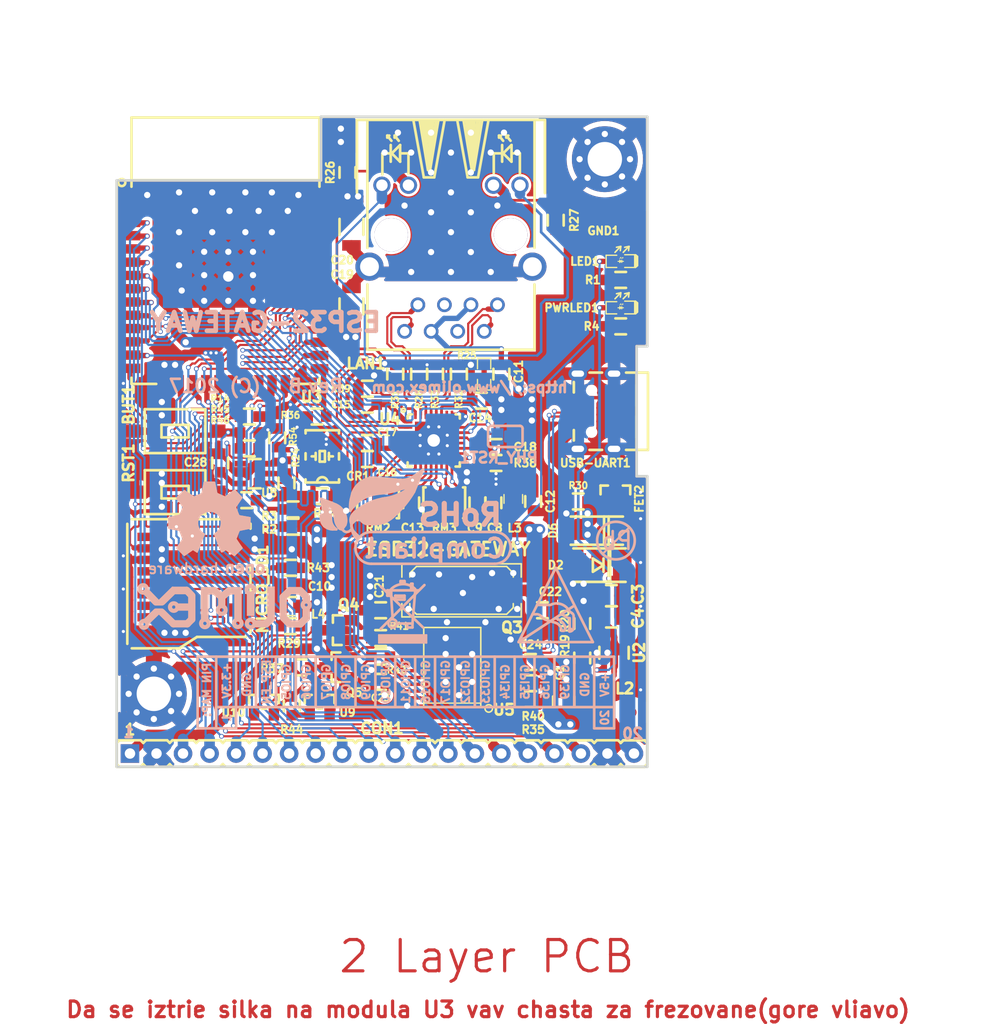
<source format=kicad_pcb>
(kicad_pcb (version 20221018) (generator pcbnew)
  (title_block (title "ESP32-GATEWAY") (rev "A") (company "OLIMEX Ltd.") (comment 1 "https://www.olimex.com"))
  (layers (0 "F.Cu" mixed) (31 "B.Cu" mixed) (34 "B.Paste" user) (35 "F.Paste" user) (36 "B.SilkS" user "B.Silkscreen") (37 "F.SilkS" user "F.Silkscreen") (38 "B.Mask" user) (39 "F.Mask" user) (44 "Edge.Cuts" user))
  (net 0 "")
  (net 1 "+5V")
  (net 2 "GND")
  (net 3 "Net-(BUT1-Pad2)")
  (net 4 "/GPI34/BUT1")
  (net 5 "+3V3")
  (net 6 "Net-(C10-Pad1)")
  (net 7 "Net-(C11-Pad1)")
  (net 8 "Net-(C18-Pad2)")
  (net 9 "Net-(CR1-Pad3)")
  (net 10 "/GPIO3/U0RXD")
  (net 11 "/ESP_EN")
  (net 12 "/GPIO25/EMAC_RXD0(RMII)")
  (net 13 "/GPIO19/EMAC_TXD0(RMII)")
  (net 14 "/GPIO26/EMAC_RXD1(RMII)")
  (net 15 "/GPIO9/SD_DATA2")
  (net 16 "/GPIO8/SD_DATA1")
  (net 17 "/GPIO6/SD_CLK")
  (net 18 "/GPIO7/SD_DATA0")
  (net 19 "/GPIO1/U0TXD")
  (net 20 "/GPIO10/SD_DATA3")
  (net 21 "/GPIO11/SD_CMD")
  (net 22 "Net-(L2-Pad1)")
  (net 23 "Net-(R19-Pad1)")
  (net 24 "Net-(R39-Pad1)")
  (net 25 "/PHYAD0")
  (net 26 "/PHYAD1")
  (net 27 "/PHYAD2")
  (net 28 "/RMIISEL")
  (net 29 "/VDD1A-2A")
  (net 30 "/VDDCR")
  (net 31 "/GPIO22/EMAC_TXD1(RMII)")
  (net 32 "/GPIO21/EMAC_TX_EN(RMII)")
  (net 33 "Net-(MICRO_SD1-Pad5)")
  (net 34 "Net-(LAN1-Pad1)")
  (net 35 "Net-(LAN1-Pad2)")
  (net 36 "Net-(LAN1-Pad7)")
  (net 37 "Net-(LAN1-Pad8)")
  (net 38 "Net-(LAN1-PadAG1)")
  (net 39 "Net-(LAN1-PadAY1)")
  (net 40 "Net-(LAN1-PadKG1)")
  (net 41 "Net-(LAN1-PadKY1)")
  (net 42 "Net-(C19-Pad1)")
  (net 43 "Net-(C21-Pad1)")
  (net 44 "Net-(C22-Pad1)")
  (net 45 "/GPIO23/MDC(RMII)")
  (net 46 "/GPIO27/EMAC_RX_CRS_DV")
  (net 47 "/GPIO0/XTAL1/CLKIN")
  (net 48 "/GPIO2/HS2_DATA0")
  (net 49 "/GPIO14/HS2_CLK")
  (net 50 "/GPIO15/HS2_CMD")
  (net 51 "/GPIO18/MDIO(RMII)")
  (net 52 "/+5V_USB")
  (net 53 "Net-(Q4-Pad2)")
  (net 54 "Net-(Q4-Pad1)")
  (net 55 "Net-(Q5-Pad2)")
  (net 56 "Net-(Q5-Pad1)")
  (net 57 "Net-(R35-Pad1)")
  (net 58 "Net-(R40-Pad1)")
  (net 59 "Net-(U3-Pad32)")
  (net 60 "Net-(U4-Pad4)")
  (net 61 "Net-(U4-Pad14)")
  (net 62 "Net-(U4-Pad18)")
  (net 63 "Net-(U4-Pad20)")
  (net 64 "Net-(U4-Pad26)")
  (net 65 "Net-(U5-Pad6)")
  (net 66 "Net-(U5-Pad7)")
  (net 67 "Net-(U5-Pad11)")
  (net 68 "Net-(U5-Pad12)")
  (net 69 "Net-(U5-Pad13)")
  (net 70 "Net-(U5-Pad14)")
  (net 71 "Net-(U5-Pad17)")
  (net 72 "Net-(USB-UART1-Pad4)")
  (net 73 "/OSC_DIS")
  (net 74 "Net-(PWRLED1-Pad1)")
  (net 75 "Net-(Q5-Pad3)")
  (net 76 "Net-(C28-Pad1)")
  (net 77 "Net-(MICRO_SD1-Pad7)")
  (net 78 "Net-(R44-Pad2)")
  (net 79 "/D_Com")
  (net 80 "/GPI35")
  (net 81 "/GPIO5")
  (net 82 "+5V_EXT")
  (net 83 "/GPIO16")
  (net 84 "/GPIO17")
  (net 85 "/GPI39")
  (net 86 "/GPI36")
  (net 87 "/GPIO4/HS2_DATA1")
  (net 88 "/GPIO13/HS2_DATA3")
  (net 89 "/GPIO12/HS2_DATA2")
  (net 90 "/GPIO32")
  (net 91 "Net-(LED1-Pad1)")
  (net 92 "/GPIO33/LED")
  (footprint "OLIMEX_Other-FP:Mounting_hole_Shield_3.3mm" (layer "F.Cu") (at 73.152 122.301)
    (fp_text reference "MH1" hide)
    (fp_text value "Mounting_hole_Shield_3.3mm" hide)
  )
  (footprint "OLIMEX_RLC-FP:C_0805_5MIL_DWS" (layer "F.Cu") (at 112.395 123.063 90)
    (fp_text reference "C1")
    (fp_text value "47uF/6.3V/20%/X5R/C0805")
  )
  (footprint "OLIMEX_RLC-FP:C_0603_5MIL_DWS" (layer "F.Cu") (at 105.664 104.013 90)
    (fp_text reference "C8")
    (fp_text value "22uF/6.3V/20%/X5R/C0603")
  )
  (footprint "OLIMEX_RLC-FP:C_0603_5MIL_DWS" (layer "F.Cu") (at 104.14 104.013 90)
    (fp_text reference "C9")
    (fp_text value "22uF/6.3V/20%/X5R/C0603")
  )
  (footprint "OLIMEX_RLC-FP:C_0805_5MIL_DWS" (layer "F.Cu") (at 86.233 112.014)
    (fp_text reference "C10")
    (fp_text value "47uF/6.3V/20%/X5R/C0805")
  )
  (footprint "OLIMEX_RLC-FP:C_0603_5MIL_DWS" (layer "F.Cu") (at 106.426 91.694 -90)
    (fp_text reference "C11")
    (fp_text value "100nF/50V/20%/Y5V/C0603")
  )
  (footprint "OLIMEX_RLC-FP:C_0603_5MIL_DWS" (layer "F.Cu") (at 109.474 103.886 -90)
    (fp_text reference "C12")
    (fp_text value "22uF/6.3V/20%/X5R/C0603")
  )
  (footprint "OLIMEX_RLC-FP:C_0603_5MIL_DWS" (layer "F.Cu") (at 97.79 104.013 -90)
    (fp_text reference "C13")
    (fp_text value "100nF/50V/20%/Y5V/C0603")
  )
  (footprint "OLIMEX_RLC-FP:C_0603_5MIL_DWS" (layer "F.Cu") (at 104.521 94.234)
    (fp_text reference "C14")
    (fp_text value "100nF/50V/20%/Y5V/C0603")
  )
  (footprint "OLIMEX_RLC-FP:C_0603_5MIL_DWS" (layer "F.Cu") (at 93.599 94.615 180)
    (fp_text reference "C15")
    (fp_text value "100nF/50V/20%/Y5V/C0603")
  )
  (footprint "OLIMEX_RLC-FP:C_0603_5MIL_DWS" (layer "F.Cu") (at 93.599 99.822 180)
    (fp_text reference "C16")
    (fp_text value "2.2uF/6.3V/10%/X5R/C0603")
  )
  (footprint "OLIMEX_RLC-FP:C_0603_5MIL_DWS" (layer "F.Cu") (at 93.599 98.298 180)
    (fp_text reference "C17")
    (fp_text value "100nF/50V/20%/Y5V/C0603")
  )
  (footprint "OLIMEX_RLC-FP:C_0603_5MIL_DWS" (layer "F.Cu") (at 105.918 98.679 180)
    (fp_text reference "C18")
    (fp_text value "10uF/6.3V/20%/X5R/C0603")
  )
  (footprint "OLIMEX_Crystal-FP:5032-4P_HCX-3S" (layer "F.Cu") (at 89.281 99.568 90)
    (fp_text reference "CR1")
    (fp_text value "Q50MHz/25ppm/3V/4P/5x3.2mm")
  )
  (footprint "OLIMEX_Other-FP:TESTPAD_40-ROUND" (layer "F.Cu") (at 118.872 77.978)
    (fp_text reference "GND1")
    (fp_text value "TESTPAD" hide)
  )
  (footprint "OLIMEX_RLC-FP:CD32" (layer "F.Cu") (at 115.443 123.444 90)
    (fp_text reference "L2")
    (fp_text value "2.2uH/1.5A/DCR<0.1R/CD32")
  )
  (footprint "OLIMEX_RLC-FP:L_0805_5MIL_DWS" (layer "F.Cu") (at 107.569 103.632 90)
    (fp_text reference "L3")
    (fp_text value "FB0805/600R/2A")
  )
  (footprint "OLIMEX_RLC-FP:L_0805_5MIL_DWS" (layer "F.Cu") (at 86.233 113.919 180)
    (fp_text reference "L4")
    (fp_text value "FB0805/600R/2A")
  )
  (footprint "OLIMEX_LEDs-FP:LED_0603_KA" (layer "F.Cu") (at 117.856 85.344 180)
    (fp_text reference "PWRLED1")
    (fp_text value "LED/RED/0603")
  )
  (footprint "OLIMEX_RLC-FP:R_0603_5MIL_DWS" (layer "F.Cu") (at 82.296 95.758)
    (fp_text reference "R14")
    (fp_text value "220R/R0603")
  )
  (footprint "OLIMEX_RLC-FP:R_0603_5MIL_DWS" (layer "F.Cu") (at 82.042 103.759 180)
    (fp_text reference "R16")
    (fp_text value "220R/R0603")
  )
  (footprint "OLIMEX_RLC-FP:R_0603_5MIL_DWS" (layer "F.Cu") (at 85.852 102.108 90)
    (fp_text reference "R24")
    (fp_text value "1k/R0603")
  )
  (footprint "OLIMEX_RLC-FP:0R_0603" (layer "F.Cu") (at 104.775 91.694 90)
    (fp_text reference "R25")
    (fp_text value "0R(board_mounted)")
  )
  (footprint "OLIMEX_RLC-FP:R_0603_5MIL_DWS" (layer "F.Cu") (at 91.694 72.39 90)
    (fp_text reference "R26")
    (fp_text value "330R/R0603")
  )
  (footprint "OLIMEX_RLC-FP:R_0603_5MIL_DWS" (layer "F.Cu") (at 111.633 76.962 -90)
    (fp_text reference "R27")
    (fp_text value "330R/R0603")
  )
  (footprint "OLIMEX_RLC-FP:R_0603_5MIL_DWS" (layer "F.Cu") (at 98.552 91.694 -90)
    (fp_text reference "R28")
    (fp_text value "49.9R/1%/R0603")
  )
  (footprint "OLIMEX_RLC-FP:R_0603_5MIL_DWS" (layer "F.Cu") (at 86.233 115.824 180)
    (fp_text reference "R29")
    (fp_text value "10k/R0603")
  )
  (footprint "OLIMEX_RLC-FP:R_0603_5MIL_DWS" (layer "F.Cu") (at 96.266 91.694 -90)
    (fp_text reference "R31")
    (fp_text value "49.9R/1%/R0603")
  )
  (footprint "OLIMEX_RLC-FP:R_0603_5MIL_DWS" (layer "F.Cu") (at 102.362 91.694 -90)
    (fp_text reference "R32")
    (fp_text value "49.9R/1%/R0603")
  )
  (footprint "OLIMEX_RLC-FP:R_0603_5MIL_DWS" (layer "F.Cu") (at 100.076 91.694 -90)
    (fp_text reference "R33")
    (fp_text value "49.9R/1%/R0603")
  )
  (footprint "OLIMEX_RLC-FP:R_0603_5MIL_DWS" (layer "F.Cu") (at 89.281 103.378)
    (fp_text reference "R34")
    (fp_text value "10k/R0603")
  )
  (footprint "OLIMEX_RLC-FP:R_0603_5MIL_DWS" (layer "F.Cu") (at 109.22 122.809)
    (fp_text reference "R35")
    (fp_text value "220R/R0603")
  )
  (footprint "OLIMEX_RLC-FP:R_0603_5MIL_DWS" (layer "F.Cu") (at 88.773 95.758)
    (fp_text reference "R36")
    (fp_text value "10R/R0603")
  )
  (footprint "OLIMEX_RLC-FP:R_0603_5MIL_DWS" (layer "F.Cu") (at 105.918 100.203)
    (fp_text reference "R38")
    (fp_text value "10k/R0603")
  )
  (footprint "OLIMEX_RLC-FP:R_0603_5MIL_DWS" (layer "F.Cu") (at 93.599 93.091 180)
    (fp_text reference "R39")
    (fp_text value "12.1k/1%/R0603")
  )
  (footprint "OLIMEX_RLC-FP:R_0603_5MIL_DWS" (layer "F.Cu") (at 109.22 121.285)
    (fp_text reference "R40")
    (fp_text value "220R/R0603")
  )
  (footprint "OLIMEX_RLC-FP:R_0603_5MIL_DWS" (layer "F.Cu") (at 94.869 116.967 180)
    (fp_text reference "R41")
    (fp_text value "1k/R0603")
  )
  (footprint "OLIMEX_RLC-FP:R_MATRIX_4" (layer "F.Cu") (at 94.615 104.013)
    (fp_text reference "RM2")
    (fp_text value "RA1206_(4X0603)_4B8_2.2k")
  )
  (footprint "OLIMEX_RLC-FP:R_MATRIX_4" (layer "F.Cu") (at 100.965 104.013 180)
    (fp_text reference "RM3")
    (fp_text value "RA1206_(4X0603)_4B8_2.2k")
  )
  (footprint "OLIMEX_Regulators-FP:SOT-23-5" (layer "F.Cu") (at 117.221 118.364 -90)
    (fp_text reference "U2")
    (fp_text value "SY8009AAAC(SOT23-5)")
  )
  (footprint "OLIMEX_Cases-FP:ESP-WROOM-32_MODULE" (layer "F.Cu") (at 80.01 79.883)
    (fp_text reference "U3")
    (fp_text value "ESP-WROOM-32")
  )
  (footprint "OLIMEX_IC-FP:QFN32_EP(33)_5.00x5.00x0.90mm_Pitch_0.50mm" (layer "F.Cu") (at 99.949 98.044 -90)
    (fp_text reference "U4")
    (fp_text value "LAN8710A-EZC(QFN32)")
  )
  (footprint "OLIMEX_Connectors-FP:TFC-WXCP11-08-LF" (layer "F.Cu") (at 76.327 111.125 180)
    (fp_text reference "MICRO_SD1")
    (fp_text value "TFC-WXCP11-08-LF")
  )
  (footprint "OLIMEX_RLC-FP:R_0603_5MIL_DWS" (layer "F.Cu") (at 86.233 110.236 180)
    (fp_text reference "R43")
    (fp_text value "10R/R0603")
  )
  (footprint "OLIMEX_Buttons-FP:T1107A(6x3,8x2,5MM)" (layer "F.Cu") (at 75.184 97.155 180)
    (fp_text reference "BUT1")
    (fp_text value "T1107A(6x3,8x2,5MM)")
  )
  (footprint "OLIMEX_Buttons-FP:T1107A(6x3,8x2,5MM)" (layer "F.Cu") (at 75.184 102.997 180)
    (fp_text reference "RST1")
    (fp_text value "T1107A(6x3,8x2,5MM)")
  )
  (footprint "OLIMEX_Connectors-FP:RJLBC-060TC1" (layer "F.Cu") (at 101.6 78.359 180)
    (fp_text reference "LAN1")
    (fp_text value "RJLD-060TC1(LPJ4013EDNL)")
  )
  (footprint "OLIMEX_RLC-FP:C_1206_5MIL_DWS_ISO" (layer "F.Cu") (at 92.075 85.217 -90)
    (fp_text reference "C19")
    (fp_text value "1nF/2000V/10%/X7R/C1206")
  )
  (footprint "OLIMEX_RLC-FP:C_1206_5MIL_DWS_ISO" (layer "F.Cu") (at 92.075 77.597 90)
    (fp_text reference "C20")
    (fp_text value "NA(1nF/2000V/10%/X7R/C1206)")
  )
  (footprint "OLIMEX_Other-FP:Fiducial1x3" (layer "F.Cu") (at 77.47 124.079)
    (fp_text reference "")
    (fp_text value "")
  )
  (footprint "OLIMEX_Other-FP:Fiducial1x3" (layer "F.Cu") (at 118.872 75.057)
    (fp_text reference "")
    (fp_text value "")
  )
  (footprint "OLIMEX_RLC-FP:R_0603_5MIL_DWS" (layer "F.Cu") (at 117.856 87.122 180)
    (fp_text reference "R4")
    (fp_text value "2.2k/R0603")
  )
  (footprint "OLIMEX_RLC-FP:R_0603_5MIL_DWS" (layer "F.Cu") (at 114.173 118.872 -90)
    (fp_text reference "R19")
    (fp_text value "4.99k/1%/R0603")
  )
  (footprint "OLIMEX_RLC-FP:R_0603_5MIL_DWS" (layer "F.Cu") (at 114.173 115.57 90)
    (fp_text reference "R20")
    (fp_text value "1.1k/1%/R0603")
  )
  (footprint "OLIMEX_RLC-FP:C_0603_5MIL_DWS" (layer "F.Cu") (at 94.869 114.3 180)
    (fp_text reference "C21")
    (fp_text value "27pF/50V/5%/C0G/C0603")
  )
  (footprint "OLIMEX_RLC-FP:C_0603_5MIL_DWS" (layer "F.Cu") (at 110.363 114.3)
    (fp_text reference "C22")
    (fp_text value "27pF/50V/5%/C0G/C0603")
  )
  (footprint "OLIMEX_RLC-FP:C_0603_5MIL_DWS" (layer "F.Cu") (at 94.869 121.158 180)
    (fp_text reference "C23")
    (fp_text value "22uF/6.3V/20%/X5R/C0603")
  )
  (footprint "OLIMEX_RLC-FP:C_0603_5MIL_DWS" (layer "F.Cu") (at 109.22 119.253)
    (fp_text reference "C24")
    (fp_text value "100nF/50V/20%/Y5V/C0603")
  )
  (footprint "OLIMEX_RLC-FP:C_0603_5MIL_DWS" (layer "F.Cu") (at 79.502 100.203 90)
    (fp_text reference "C28")
    (fp_text value "100nF/50V/20%/Y5V/C0603")
  )
  (footprint "OLIMEX_Diodes-FP:SMA-KA" (layer "F.Cu") (at 115.57 106.68 180)
    (fp_text reference "D6")
    (fp_text value "1N5822/SS34/SMA")
  )
  (footprint "OLIMEX_Transistors-FP:SOT23" (layer "F.Cu") (at 117.348 102.997 -90)
    (fp_text reference "FET2")
    (fp_text value "IRLML6402")
  )
  (footprint "OLIMEX_Crystal-FP:Q_49U3HMS" (layer "F.Cu") (at 102.616 112.395)
    (fp_text reference "Q3")
    (fp_text value "Q12MHz/20pF/30ppm/2P/HC-49SM(SMD)")
  )
  (footprint "OLIMEX_Transistors-FP:SOT23" (layer "F.Cu") (at 90.932 116.205)
    (fp_text reference "Q4")
    (fp_text value "BC817-40(SOT23)")
  )
  (footprint "OLIMEX_Transistors-FP:SOT23" (layer "F.Cu") (at 90.805 119.761)
    (fp_text reference "Q5")
    (fp_text value "BC817-40(SOT23)")
  )
  (footprint "OLIMEX_RLC-FP:R_0603_5MIL_DWS" (layer "F.Cu") (at 113.792 103.886 180)
    (fp_text reference "R30")
    (fp_text value "10k/R0603")
  )
  (footprint "OLIMEX_RLC-FP:R_0603_5MIL_DWS" (layer "F.Cu") (at 94.869 118.745 180)
    (fp_text reference "R42")
    (fp_text value "1k/R0603")
  )
  (footprint "OLIMEX_RLC-FP:R_0603_5MIL_DWS" (layer "F.Cu") (at 82.296 97.282 180)
    (fp_text reference "R45")
    (fp_text value "10k/R0603")
  )
  (footprint "OLIMEX_RLC-FP:R_0603_5MIL_DWS" (layer "F.Cu") (at 82.296 98.806)
    (fp_text reference "R46")
    (fp_text value "NA/R0603")
  )
  (footprint "OLIMEX_RLC-FP:R_0603_5MIL_DWS" (layer "F.Cu") (at 84.963 97.79 90)
    (fp_text reference "R54")
    (fp_text value "NA/R0603")
  )
  (footprint "OLIMEX_IC-FP:SSOP-20W" (layer "F.Cu") (at 101.727 119.761 90)
    (fp_text reference "U5")
    (fp_text value "CH340T(SSOP20W)")
  )
  (footprint "OLIMEX_RLC-FP:C_0805_5MIL_DWS" (layer "F.Cu") (at 116.967 112.903 180)
    (fp_text reference "C3")
    (fp_text value "47uF/6.3V/20%/X5R/C0805")
  )
  (footprint "OLIMEX_RLC-FP:C_0805_5MIL_DWS" (layer "F.Cu") (at 116.967 114.935 180)
    (fp_text reference "C4")
    (fp_text value "47uF/6.3V/20%/X5R/C0805")
  )
  (footprint "OLIMEX_RLC-FP:R_0603_5MIL_DWS" (layer "F.Cu") (at 87.249 119.761 180)
    (fp_text reference "R37")
    (fp_text value "220R/R0603")
  )
  (footprint "OLIMEX_IC-FP:SOT-23-5" (layer "F.Cu") (at 82.804 101.219)
    (fp_text reference "U8")
    (fp_text value "BD5230G-TR(SSOP5/SOT-23-5)")
  )
  (footprint "OLIMEX_RLC-FP:R_0603_5MIL_DWS" (layer "F.Cu") (at 86.36 123.444 -90)
    (fp_text reference "R44")
    (fp_text value "NA/R0603")
  )
  (footprint "OLIMEX_Diodes-FP:SOT23-3" (layer "F.Cu") (at 89.027 123.063 -90)
    (fp_text reference "U9")
    (fp_text value "BAT54C(SOT23-3)")
  )
  (footprint "OLIMEX_Diodes-FP:SOT23-3" (layer "F.Cu") (at 83.693 123.063 -90)
    (fp_text reference "U10")
    (fp_text value "BAT54C(SOT23-3)")
  )
  (footprint "OLIMEX_Other-FP:Mounting_hole_Shield_3.3mm" (layer "F.Cu") (at 116.332 71.12)
    (fp_text reference "MH2" hide)
    (fp_text value "Mounting_hole_Shield_3.3mm" hide)
  )
  (footprint "OLIMEX_Connectors-FP:USB-MICRO_MISB-SWMM-5B_LF" (layer "F.Cu") (at 116.967 95.25)
    (fp_text reference "USB-UART1")
    (fp_text value "MISB-SWMM-5B-LF(USB_MICRO)")
  )
  (footprint "OLIMEX_Connectors-FP:HN1x20" (layer "F.Cu") (at 94.996 128.016)
    (fp_text reference "CON1")
    (fp_text value "NA(NH1x20)")
  )
  (footprint "OLIMEX_Other-FP:Fiducial1x3" (layer "F.Cu") (at 118.872 124.079)
    (fp_text reference "")
    (fp_text value "")
  )
  (footprint "OLIMEX_LEDs-FP:LED_0603_KA" (layer "F.Cu") (at 117.856 80.899 180)
    (fp_text reference "LED1")
    (fp_text value "LED/GREEN/0603")
  )
  (footprint "OLIMEX_RLC-FP:R_0603_5MIL_DWS" (layer "F.Cu") (at 117.856 82.677)
    (fp_text reference "R1")
    (fp_text value "2.2k/R0603")
  )
  (footprint "OLIMEX_RLC-FP:R_0603_5MIL_DWS" (layer "F.Cu") (at 86.487 106.299 180)
    (fp_text reference "R2")
    (fp_text value "2.2k/R0603")
  )
  (footprint "OLIMEX_RLC-FP:R_0603_5MIL_DWS" (layer "F.Cu") (at 86.487 104.648 180)
    (fp_text reference "R3")
    (fp_text value "2.2k/R0603")
  )
  (footprint "OLIMEX_Diodes-FP:DO214AA_1(K)-2(A)" (layer "F.Cu") (at 115.824 109.982 180)
    (fp_text reference "D2")
    (fp_text value "SMBJ6.0A(DO-214AA)")
  )
  (footprint "OLIMEX_Jumpers-FP:SJ" (layer "B.Cu") (at 106.807 97.663 180)
    (fp_text reference "PHY_RST1")
    (fp_text value "Opened")
  )
  (footprint "OLIMEX_LOGOs-FP:LOGO_ANTISTATIC_1" (layer "B.Cu") (at 115.189 117.348 180)
    (fp_text reference "Ref**" hide)
    (fp_text value "Val**" hide)
  )
  (footprint "OLIMEX_LOGOs-FP:LOGO_OPENHARDWARE_8x8" (layer "B.Cu") (at 78.486 106.045 180)
    (fp_text reference "" hide)
    (fp_text value "" hide)
  )
  (footprint "OLIMEX_LOGOs-FP:LOGO_PBFREE" (layer "B.Cu") (at 117.602 107.315)
    (fp_text reference "")
    (fp_text value "")
  )
  (footprint "OLIMEX_LOGOs-FP:LOGO_RECYCLEBIN_1" (layer "B.Cu") (at 99.314 117.475 180)
    (fp_text reference "" hide)
    (fp_text value "" hide)
  )
  (footprint "OLIMEX_LOGOs-FP:LOGO_ROHS_1" (layer "B.Cu") (at 106.299 109.22 180)
    (fp_text reference "Ref**" hide)
    (fp_text value "Val**" hide)
  )
  (footprint "OLIMEX_LOGOs-FP:OLIMEX_LOGO_TB" (layer "B.Cu") (at 79.756 113.919 180)
    (fp_text reference "" hide)
    (fp_text value "" hide)
  )
  (gr_line (start 115.316 118.745) (end 115.316 123.571) (stroke (width 0.254)) (layer "B.SilkS"))
  (gr_line (start 117.221 118.745) (end 117.221 123.571) (stroke (width 0.254)) (layer "B.SilkS"))
  (gr_line (start 88.646 118.745) (end 88.646 123.571) (stroke (width 0.254)) (layer "B.SilkS"))
  (gr_line (start 96.266 118.745) (end 96.266 123.571) (stroke (width 0.254)) (layer "B.SilkS"))
  (gr_line (start 103.886 118.745) (end 103.886 123.571) (stroke (width 0.254)) (layer "B.SilkS"))
  (gr_line (start 90.551 118.745) (end 90.551 123.571) (stroke (width 0.254)) (layer "B.SilkS"))
  (gr_line (start 79.121 125.603) (end 81.026 125.603) (stroke (width 0.254)) (layer "B.SilkS"))
  (gr_line (start 81.026 118.872) (end 81.026 123.571) (stroke (width 0.254)) (layer "B.SilkS"))
  (gr_line (start 86.741 118.745) (end 86.741 123.571) (stroke (width 0.254)) (layer "B.SilkS"))
  (gr_line (start 82.931 118.745) (end 82.931 123.571) (stroke (width 0.254)) (layer "B.SilkS"))
  (gr_line (start 81.026 123.698) (end 81.026 125.603) (stroke (width 0.254)) (layer "B.SilkS"))
  (gr_line (start 100.076 118.745) (end 100.076 123.571) (stroke (width 0.254)) (layer "B.SilkS"))
  (gr_line (start 117.221 123.571) (end 79.121 123.571) (stroke (width 0.254)) (layer "B.SilkS"))
  (gr_line (start 92.456 118.745) (end 92.456 123.571) (stroke (width 0.254)) (layer "B.SilkS"))
  (gr_line (start 77.343 125.603) (end 79.121 125.603) (stroke (width 0.254)) (layer "B.SilkS"))
  (gr_line (start 101.981 118.745) (end 101.981 123.571) (stroke (width 0.254)) (layer "B.SilkS"))
  (gr_line (start 115.316 125.603) (end 115.316 123.571) (stroke (width 0.254)) (layer "B.SilkS"))
  (gr_line (start 94.361 118.745) (end 94.361 123.571) (stroke (width 0.254)) (layer "B.SilkS"))
  (gr_line (start 105.791 118.745) (end 105.791 123.571) (stroke (width 0.254)) (layer "B.SilkS"))
  (gr_line (start 117.221 125.603) (end 115.316 125.603) (stroke (width 0.254)) (layer "B.SilkS"))
  (gr_line (start 79.121 125.603) (end 79.121 118.745) (stroke (width 0.254)) (layer "B.SilkS"))
  (gr_line (start 109.601 118.745) (end 109.601 123.571) (stroke (width 0.254)) (layer "B.SilkS"))
  (gr_line (start 111.506 118.745) (end 111.506 123.571) (stroke (width 0.254)) (layer "B.SilkS"))
  (gr_line (start 117.221 123.571) (end 117.221 125.603) (stroke (width 0.254)) (layer "B.SilkS"))
  (gr_line (start 113.411 118.745) (end 113.411 123.571) (stroke (width 0.254)) (layer "B.SilkS"))
  (gr_line (start 77.343 118.745) (end 77.343 125.603) (stroke (width 0.254)) (layer "B.SilkS"))
  (gr_line (start 84.836 118.745) (end 84.836 123.571) (stroke (width 0.254)) (layer "B.SilkS"))
  (gr_line (start 117.221 118.745) (end 77.343 118.745) (stroke (width 0.254)) (layer "B.SilkS"))
  (gr_line (start 107.696 118.745) (end 107.696 123.571) (stroke (width 0.254)) (layer "B.SilkS"))
  (gr_line (start 98.171 118.745) (end 98.171 123.571) (stroke (width 0.254)) (layer "B.SilkS"))
  (gr_line (start 69.596 73.152) (end 89.154 73.152) (stroke (width 0.254)) (layer "Edge.Cuts"))
  (gr_line (start 69.596 129.286) (end 120.396 129.286) (stroke (width 0.254)) (layer "Edge.Cuts"))
  (gr_line (start 69.596 73.152) (end 69.596 129.286) (stroke (width 0.254)) (layer "Edge.Cuts"))
  (gr_line (start 89.154 73.152) (end 89.154 67.056) (stroke (width 0.254)) (layer "Edge.Cuts"))
  (gr_line (start 119.38 89.027) (end 119.38 101.473) (stroke (width 0.254)) (layer "Edge.Cuts"))
  (gr_line (start 120.396 67.056) (end 89.154 67.056) (stroke (width 0.254)) (layer "Edge.Cuts"))
  (gr_line (start 120.396 89.027) (end 119.38 89.027) (stroke (width 0.254)) (layer "Edge.Cuts"))
  (gr_line (start 120.396 101.473) (end 120.396 129.286) (stroke (width 0.254)) (layer "Edge.Cuts"))
  (gr_line (start 119.38 101.473) (end 120.396 101.473) (stroke (width 0.254)) (layer "Edge.Cuts"))
  (gr_line (start 120.396 67.056) (end 120.396 89.027) (stroke (width 0.254)) (layer "Edge.Cuts"))
  (gr_text "Da se iztrie silka na modula U3 vav chasta za frezovane(gore vliavo)" (at 105.156 152.527) (layer "F.Cu") (effects (font (size 1.5 1.5) (thickness 0.3))))
  (gr_text "2 Layer PCB" (at 105.029 147.447) (layer "F.Cu") (effects (font (size 3 3) (thickness 0.3))))
  (gr_text "1" (at 80.137 124.587 90) (layer "B.SilkS") (effects (font (size 0.762 0.762) (thickness 0.1905)) (justify mirror)))
  (gr_text "ESP_EN" (at 83.947 121.158 90) (layer "B.SilkS") (effects (font (size 0.762 0.762) (thickness 0.1905)) (justify mirror)))
  (gr_text "GPIO5" (at 85.852 121.158 90) (layer "B.SilkS") (effects (font (size 0.762 0.762) (thickness 0.1905)) (justify mirror)))
  (gr_text "GPIO6" (at 87.757 121.158 90) (layer "B.SilkS") (effects (font (size 0.762 0.762) (thickness 0.1905)) (justify mirror)))
  (gr_text "GPIO7" (at 89.662 121.158 90) (layer "B.SilkS") (effects (font (size 0.762 0.762) (thickness 0.1905)) (justify mirror)))
  (gr_text "GPIO8" (at 91.567 121.158 90) (layer "B.SilkS") (effects (font (size 0.762 0.762) (thickness 0.1905)) (justify mirror)))
  (gr_text "GPIO9" (at 93.472 121.158 90) (layer "B.SilkS") (effects (font (size 0.762 0.762) (thickness 0.1905)) (justify mirror)))
  (gr_text "GPIO10" (at 95.377 121.158 90) (layer "B.SilkS") (effects (font (size 0.762 0.762) (thickness 0.1905)) (justify mirror)))
  (gr_text "GPIO11" (at 97.282 121.158 90) (layer "B.SilkS") (effects (font (size 0.762 0.762) (thickness 0.1905)) (justify mirror)))
  (gr_text "GPIO16" (at 99.187 121.158 90) (layer "B.SilkS") (effects (font (size 0.762 0.762) (thickness 0.1905)) (justify mirror)))
  (gr_text "GPIO17" (at 101.092 121.158 90) (layer "B.SilkS") (effects (font (size 0.762 0.762) (thickness 0.1905)) (justify mirror)))
  (gr_text "PIN MAP:" (at 78.232 121.92 90) (layer "B.SilkS") (effects (font (size 0.762 0.762) (thickness 0.1905)) (justify mirror)))
  (gr_text "GPIO32" (at 102.997 121.158 90) (layer "B.SilkS") (effects (font (size 0.762 0.762) (thickness 0.1905)) (justify mirror)))
  (gr_text "GPIO33" (at 104.902 121.158 90) (layer "B.SilkS") (effects (font (size 0.762 0.762) (thickness 0.1905)) (justify mirror)))
  (gr_text "GPI34" (at 106.807 121.158 90) (layer "B.SilkS") (effects (font (size 0.762 0.762) (thickness 0.1905)) (justify mirror)))
  (gr_text "GPI35" (at 108.712 121.158 90) (layer "B.SilkS") (effects (font (size 0.762 0.762) (thickness 0.1905)) (justify mirror)))
  (gr_text "GPI36" (at 110.617 121.158 90) (layer "B.SilkS") (effects (font (size 0.762 0.762) (thickness 0.1905)) (justify mirror)))
  (gr_text "GND" (at 114.427 121.412 90) (layer "B.SilkS") (effects (font (size 0.762 0.762) (thickness 0.1905)) (justify mirror)))
  (gr_text "GPI39" (at 112.522 121.158 90) (layer "B.SilkS") (effects (font (size 0.762 0.762) (thickness 0.1905)) (justify mirror)))
  (gr_text "+5V" (at 116.332 121.412 90) (layer "B.SilkS") (effects (font (size 0.762 0.762) (thickness 0.1905)) (justify mirror)))
  (gr_text "Rev.B" (at 88.646 92.837) (layer "B.SilkS") (effects (font (size 1.27 1.27) (thickness 0.254)) (justify mirror)))
  (gr_text "20" (at 116.332 124.587 90) (layer "B.SilkS") (effects (font (size 0.762 0.762) (thickness 0.1905)) (justify mirror)))
  (gr_text "20" (at 118.999 126.111) (layer "B.SilkS") (effects (font (size 1.016 1.016) (thickness 0.254)) (justify mirror)))
  (gr_text "ESP32-GATEWAY" (at 83.82 86.741) (layer "B.SilkS") (effects (font (size 1.778 1.778) (thickness 0.4445)) (justify mirror)))
  (gr_text "+3.3V" (at 80.137 121.031 90) (layer "B.SilkS") (effects (font (size 0.762 0.762) (thickness 0.1905)) (justify mirror)))
  (gr_text "https://www.olimex.com" (at 103.378 92.964) (layer "B.SilkS") (effects (font (size 1.016 1.016) (thickness 0.254)) (justify mirror)))
  (gr_text "1" (at 70.739 125.984) (layer "B.SilkS") (effects (font (size 1.016 1.016) (thickness 0.254)) (justify mirror)))
  (gr_text "GND" (at 82.042 121.412 90) (layer "B.SilkS") (effects (font (size 0.762 0.762) (thickness 0.1905)) (justify mirror)))
  (gr_text "(C) 2017" (at 78.994 92.837) (layer "B.SilkS") (effects (font (size 1.27 1.27) (thickness 0.254)) (justify mirror)))
  (gr_text "ESP32-GATEWAY\n" (at 101.346 108.458) (layer "F.SilkS") (effects (font (size 1.27 1.27) (thickness 0.254))))
  (gr_text "1" (at 70.866 125.73) (layer "F.SilkS") (effects (font (size 1.016 1.016) (thickness 0.254))))
  (segment (start 118.07 109.913) (end 118.07 106.68) (width 1.524) (layer "F.Cu") (net 1))
  (segment (start 117.983 110) (end 117.983 111.252) (width 1.524) (layer "F.Cu") (net 1))
  (segment (start 115.92 120.015) (end 115.57 120.015) (width 0.508) (layer "F.Cu") (net 1))
  (segment (start 117.983 111.252) (end 117.983 112.903) (width 1.524) (layer "F.Cu") (net 1))
  (segment (start 118.364 104.16794) (end 118.364 104.902) (width 1.016) (layer "F.Cu") (net 1))
  (segment (start 118.364 106.386) (end 118.364 104.902) (width 1.524) (layer "F.Cu") (net 1))
  (segment (start 118.491 116.744) (end 118.491 116.459) (width 0.508) (layer "F.Cu") (net 1))
  (segment (start 118.491 116.459) (end 118.491 115.443) (width 1.27) (layer "F.Cu") (net 1))
  (segment (start 118.491 115.443) (end 117.983 114.935) (width 1.27) (layer "F.Cu") (net 1))
  (segment (start 115.824 85.344) (end 117.094 85.344) (width 0.508) (layer "F.Cu") (net 1))
  (segment (start 118.3005 104.10444) (end 118.364 104.16794) (width 1.016) (layer "F.Cu") (net 1))
  (segment (start 117.983 111.252) (end 116.713 111.252) (width 0.508) (layer "F.Cu") (net 1))
  (segment (start 118.001 109.982) (end 118.07 109.913) (width 1.524) (layer "F.Cu") (net 1))
  (segment (start 118.07 106.68) (end 118.364 106.386) (width 1.524) (layer "F.Cu") (net 1))
  (segment (start 116.271 119.664) (end 115.92 120.015) (width 0.508) (layer "F.Cu") (net 1))
  (segment (start 118.001 109.982) (end 117.983 110) (width 1.524) (layer "F.Cu") (net 1))
  (segment (start 117.983 112.903) (end 117.983 114.935) (width 1.524) (layer "F.Cu") (net 1))
  (segment (start 118.171 117.064) (end 118.491 116.744) (width 0.508) (layer "F.Cu") (net 1))
  (via (at 115.57 120.015) (size 0.45) (drill 0.3) (layers "F.Cu" "B.Cu") (net 1))
  (via (at 116.713 111.252) (size 0.45) (drill 0.3) (layers "F.Cu" "B.Cu") (net 1))
  (via (at 115.824 85.344) (size 0.45) (drill 0.3) (layers "F.Cu" "B.Cu") (net 1))
  (segment (start 115.57 120.015) (end 116.713 120.015) (width 0.2032) (layer "B.Cu") (net 1))
  (segment (start 116.713 120.015) (end 117.348 119.38) (width 0.2032) (layer "B.Cu") (net 1))
  (segment (start 116.713 111.252) (end 117.348 111.887) (width 0.2032) (layer "B.Cu") (net 1))
  (segment (start 116.713 110.49) (end 113.792 107.569) (width 0.254) (layer "B.Cu") (net 1))
  (segment (start 113.792 107.569) (end 113.792 101.092) (width 0.254) (layer "B.Cu") (net 1))
  (segment (start 115.824 99.06) (end 115.824 85.344) (width 0.254) (layer "B.Cu") (net 1))
  (segment (start 113.792 101.092) (end 115.824 99.06) (width 0.254) (layer "B.Cu") (net 1))
  (segment (start 117.348 111.887) (end 117.348 119.38) (width 0.2032) (layer "B.Cu") (net 1))
  (segment (start 116.713 111.252) (end 116.713 110.49) (width 0.254) (layer "B.Cu") (net 1))
  (segment (start 72.433 74.633) (end 72.517 74.549) (width 0.762) (layer "F.Cu") (net 2))
  (segment (start 87.119 74.673) (end 86.995 74.549) (width 1.016) (layer "F.Cu") (net 2))
  (segment (start 81.82 108.458) (end 82.804 108.458) (width 1.016) (layer "F.Cu") (net 2))
  (segment (start 90.17 111.125) (end 90.17 112.141) (width 1.016) (layer "F.Cu") (net 2))
  (segment (start 109.855 110.109) (end 107.569 110.109) (width 1.016) (layer "F.Cu") (net 2))
  (segment (start 93.726 121.158) (end 93.98 121.158) (width 0.254) (layer "F.Cu") (net 2))
  (segment (start 103.987 118.136) (end 103.632 118.491) (width 0.4064) (layer "F.Cu") (net 2))
  (segment (start 103.632 111.125) (end 103.632 110.109) (width 1.016) (layer "F.Cu") (net 2))
  (segment (start 103.632 110.109) (end 103.632 110.363) (width 1.016) (layer "F.Cu") (net 2))
  (segment (start 103.632 110.363) (end 103.632 110.109) (width 1.016) (layer "F.Cu") (net 2))
  (segment (start 103.632 110.109) (end 100.457 110.109) (width 1.016) (layer "F.Cu") (net 2))
  (segment (start 106.273 118.136) (end 107.315 117.094) (width 0.254) (layer "F.Cu") (net 2))
  (segment (start 97.409 123.825) (end 100.965 123.825) (width 1.016) (layer "F.Cu") (net 2))
  (segment (start 100.965 123.825) (end 102.362 122.428) (width 1.016) (layer "F.Cu") (net 2))
  (segment (start 94.234 91.821) (end 93.472 91.821) (width 0.762) (layer "F.Cu") (net 2))
  (segment (start 93.472 91.821) (end 92.71 92.583) (width 0.762) (layer "F.Cu") (net 2))
  (segment (start 105.918 101.727) (end 105.918 101.219) (width 0.508) (layer "F.Cu") (net 2))
  (segment (start 92.456 87.376) (end 92.456 88.138) (width 1.016) (layer "F.Cu") (net 2))
  (segment (start 91.694 75.438) (end 91.694 74.676) (width 1.016) (layer "F.Cu") (net 2))
  (segment (start 92.71 74.676) (end 92.71 75.184) (width 1.016) (layer "F.Cu") (net 2))
  (segment (start 92.71 75.184) (end 92.075 75.819) (width 1.016) (layer "F.Cu") (net 2))
  (segment (start 92.71 101.854) (end 92.329 102.235) (width 0.762) (layer "F.Cu") (net 2))
  (segment (start 92.329 102.235) (end 92.329 104.267) (width 0.762) (layer "F.Cu") (net 2))
  (segment (start 92.329 104.267) (end 92.329 104.775) (width 0.762) (layer "F.Cu") (net 2))
  (segment (start 91.567 87.503) (end 91.567 88.138) (width 1.016) (layer "F.Cu") (net 2))
  (segment (start 105.537 94.107) (end 106.426 94.107) (width 0.762) (layer "F.Cu") (net 2))
  (segment (start 102.715 96.294) (end 102.997 96.012) (width 0.254) (layer "F.Cu") (net 2))
  (segment (start 102.997 96.012) (end 102.997 95.758) (width 0.254) (layer "F.Cu") (net 2))
  (segment (start 101.789 95.504) (end 102.362 95.504) (width 0.254) (layer "F.Cu") (net 2))
  (segment (start 106.68 98.552) (end 106.68 95.377) (width 0.508) (layer "F.Cu") (net 2))
  (segment (start 106.68 95.377) (end 106.426 95.123) (width 0.508) (layer "F.Cu") (net 2))
  (segment (start 105.918 102.87) (end 105.664 103.124) (width 0.508) (layer "F.Cu") (net 2))
  (segment (start 98.044 104.648) (end 98.806 104.648) (width 0.508) (layer "F.Cu") (net 2))
  (segment (start 99.568 104.648) (end 98.806 104.648) (width 0.508) (layer "F.Cu") (net 2))
  (segment (start 104.14 101.981) (end 103.124 101.981) (width 1.016) (layer "F.Cu") (net 2))
  (segment (start 76.7588 89.8652) (end 77.9696 88.6544) (width 1.016) (layer "F.Cu") (net 2))
  (segment (start 74.31 90.947) (end 74.168 90.805) (width 1.016) (layer "F.Cu") (net 2))
  (segment (start 74.056 94.219) (end 73.914 94.361) (width 1.016) (layer "F.Cu") (net 2))
  (segment (start 73.914 95.631) (end 73.914 94.361) (width 1.016) (layer "F.Cu") (net 2))
  (segment (start 79.248 109.474) (end 73.914 109.474) (width 1.016) (layer "F.Cu") (net 2))
  (segment (start 72.328 109.474) (end 73.914 109.474) (width 0.762) (layer "F.Cu") (net 2))
  (segment (start 79.121 89.662) (end 78.613 89.662) (width 0.508) (layer "F.Cu") (net 2))
  (segment (start 78.105 89.662) (end 78.613 89.662) (width 0.508) (layer "F.Cu") (net 2))
  (segment (start 82.35 107.442) (end 82.804 107.442) (width 1.016) (layer "F.Cu") (net 2))
  (segment (start 75.184 116.459) (end 74.168 116.459) (width 1.016) (layer "F.Cu") (net 2))
  (segment (start 87.376 112.141) (end 90.17 112.141) (width 1.016) (layer "F.Cu") (net 2))
  (segment (start 89.281 109.982) (end 90.17 109.982) (width 1.016) (layer "F.Cu") (net 2))
  (segment (start 95.504 110.109) (end 95.631 110.109) (width 1.016) (layer "F.Cu") (net 2))
  (segment (start 94.615 110.998) (end 93.853 110.998) (width 1.016) (layer "F.Cu") (net 2))
  (segment (start 93.853 112.014) (end 93.853 113.03) (width 1.016) (layer "F.Cu") (net 2))
  (segment (start 86.36 108.458) (end 87.757 108.458) (width 1.016) (layer "F.Cu") (net 2))
  (segment (start 73.406 102.108) (end 73.914 102.108) (width 1.016) (layer "F.Cu") (net 2))
  (segment (start 84.389 100.269) (end 84.709 99.949) (width 0.508) (layer "F.Cu") (net 2))
  (segment (start 84.709 99.949) (end 85.471 99.949) (width 0.508) (layer "F.Cu") (net 2))
  (segment (start 80.518 100.33) (end 80.518 100.838) (width 0.4064) (layer "F.Cu") (net 2))
  (segment (start 80.518 100.838) (end 80.899 101.219) (width 0.4064) (layer "F.Cu") (net 2))
  (segment (start 83.246 100.269) (end 82.296 101.219) (width 0.508) (layer "F.Cu") (net 2))
  (segment (start 82.296 101.219) (end 80.899 101.219) (width 0.4064) (layer "F.Cu") (net 2))
  (segment (start 90.17 97.917) (end 89.662 97.917) (width 0.508) (layer "F.Cu") (net 2))
  (segment (start 90.424 98.425) (end 89.662 98.425) (width 0.508) (layer "F.Cu") (net 2))
  (segment (start 73.914 108.458) (end 73.914 109.474) (width 1.016) (layer "F.Cu") (net 2))
  (segment (start 97.786 122.686) (end 97.536 122.936) (width 0.3048) (layer "F.Cu") (net 2))
  (segment (start 97.536 122.936) (end 97.536 123.317) (width 0.762) (layer "F.Cu") (net 2))
  (segment (start 97.536 123.317) (end 97.409 123.444) (width 0.762) (layer "F.Cu") (net 2))
  (segment (start 93.853 114.3) (end 93.853 113.03) (width 0.762) (layer "F.Cu") (net 2))
  (segment (start 80.264 82.379) (end 80.264 86.868) (width 1.016) (layer "F.Cu") (net 2))
  (segment (start 82.677 84.742) (end 82.677 86.868) (width 1.016) (layer "F.Cu") (net 2))
  (segment (start 81.882 83.947) (end 83.82 83.947) (width 1.016) (layer "F.Cu") (net 2))
  (segment (start 80.585 82.042) (end 84.074 82.042) (width 1.016) (layer "F.Cu") (net 2))
  (segment (start 82.744 79.883) (end 84.328 79.883) (width 1.016) (layer "F.Cu") (net 2))
  (segment (start 80.264 82.329) (end 80.264 77.978) (width 1.016) (layer "F.Cu") (net 2))
  (segment (start 82.804 79.823) (end 82.804 77.851) (width 1.016) (layer "F.Cu") (net 2))
  (segment (start 77.724 79.789) (end 77.724 77.851) (width 1.016) (layer "F.Cu") (net 2))
  (segment (start 77.945 80.01) (end 75.946 80.01) (width 1.016) (layer "F.Cu") (net 2))
  (segment (start 80.231 82.296) (end 76.073 82.296) (width 1.016) (layer "F.Cu") (net 2))
  (segment (start 77.791 84.836) (end 76.327 84.836) (width 1.016) (layer "F.Cu") (net 2))
  (segment (start 90.297 73.386) (end 90.297 70.231) (width 0.762) (layer "F.Cu") (net 2))
  (segment (start 90.297 70.231) (end 91.059 69.469) (width 0.762) (layer "F.Cu") (net 2))
  (segment (start 94.996 115.316) (end 99.568 115.316) (width 0.4064) (layer "F.Cu") (net 2))
  (segment (start 105.537 110.109) (end 103.632 110.109) (width 1.016) (layer "F.Cu") (net 2))
  (segment (start 107.569 110.744) (end 107.569 110.109) (width 1.016) (layer "F.Cu") (net 2))
  (segment (start 107.569 110.109) (end 107.569 110.363) (width 1.016) (layer "F.Cu") (net 2))
  (segment (start 107.569 110.363) (end 107.569 110.109) (width 1.016) (layer "F.Cu") (net 2))
  (segment (start 107.569 110.109) (end 105.537 110.109) (width 1.016) (layer "F.Cu") (net 2))
  (segment (start 97.917 110.109) (end 95.504 110.109) (width 1.016) (layer "F.Cu") (net 2))
  (segment (start 100.457 110.871) (end 100.457 110.109) (width 1.016) (layer "F.Cu") (net 2))
  (segment (start 100.457 110.109) (end 100.457 110.363) (width 1.016) (layer "F.Cu") (net 2))
  (segment (start 100.457 110.363) (end 100.457 110.109) (width 1.016) (layer "F.Cu") (net 2))
  (segment (start 100.457 110.109) (end 97.917 110.109) (width 1.016) (layer "F.Cu") (net 2))
  (segment (start 106.172 114.173) (end 107.95 114.173) (width 1.016) (layer "F.Cu") (net 2))
  (segment (start 99.949 114.173) (end 97.536 114.173) (width 1.016) (layer "F.Cu") (net 2))
  (segment (start 102.362 119.761) (end 101.092 118.491) (width 1.016) (layer "F.Cu") (net 2))
  (segment (start 101.092 116.967) (end 101.219 116.84) (width 1.016) (layer "F.Cu") (net 2))
  (segment (start 101.219 116.84) (end 101.219 115.443) (width 1.016) (layer "F.Cu") (net 2))
  (segment (start 103.632 121.158) (end 101.092 121.158) (width 1.016) (layer "F.Cu") (net 2))
  (segment (start 75.565 81.788) (end 75.565 81.28) (width 1.016) (layer "F.Cu") (net 2))
  (segment (start 75.565 78.105) (end 75.565 76.073) (width 1.016) (layer "F.Cu") (net 2))
  (segment (start 78.74 74.295) (end 78.74 78.105) (width 1.016) (layer "F.Cu") (net 2))
  (segment (start 81.915 78.105) (end 81.915 74.295) (width 1.016) (layer "F.Cu") (net 2))
  (segment (start 84.455 74.295) (end 84.455 76.073) (width 1.016) (layer "F.Cu") (net 2))
  (segment (start 75.819 84.328) (end 75.819 83.693) (width 1.016) (layer "F.Cu") (net 2))
  (segment (start 84.455 76.073) (end 84.455 78.105) (width 1.016) (layer "F.Cu") (net 2))
  (segment (start 83.185 76.073) (end 80.391 76.073) (width 1.016) (layer "F.Cu") (net 2))
  (segment (start 77.089 76.073) (end 75.565 76.073) (width 1.016) (layer "F.Cu") (net 2))
  (segment (start 75.565 76.073) (end 75.692 76.073) (width 1.016) (layer "F.Cu") (net 2))
  (segment (start 75.692 76.073) (end 75.565 76.073) (width 1.016) (layer "F.Cu") (net 2))
  (segment (start 75.565 76.073) (end 75.565 74.295) (width 1.016) (layer "F.Cu") (net 2))
  (segment (start 91.059 68.199) (end 91.059 69.469) (width 1.016) (layer "F.Cu") (net 2))
  (segment (start 81.577 114.724) (end 82.423 115.57) (width 0.508) (layer "F.Cu") (net 2))
  (segment (start 82.423 115.57) (end 83.058 115.57) (width 0.508) (layer "F.Cu") (net 2))
  (segment (start 70.358 103.759) (end 70.358 104.394) (width 0.508) (layer "F.Cu") (net 2))
  (segment (start 70.358 104.394) (end 70.739 104.775) (width 0.508) (layer "F.Cu") (net 2))
  (segment (start 74.31 93.965) (end 73.914 94.361) (width 1.016) (layer "F.Cu") (net 2))
  (segment (start 117.221 120.523) (end 116.84 120.904) (width 0.508) (layer "F.Cu") (net 2))
  (segment (start 115.57 118.364) (end 116.459 118.364) (width 0.762) (layer "F.Cu") (net 2))
  (segment (start 112.649 121.793) (end 112.649 120.904) (width 1.016) (layer "F.Cu") (net 2))
  (segment (start 70.231 92.583) (end 70.231 95.123) (width 0.2032) (layer "F.Cu") (net 2))
  (segment (start 118.618 100.251) (end 118.618 101.854) (width 0.508) (layer "F.Cu") (net 2))
  (segment (start 118.618 101.854) (end 119.761 102.997) (width 0.508) (layer "F.Cu") (net 2))
  (segment (start 119.761 102.997) (end 119.761 105.537) (width 0.508) (layer "F.Cu") (net 2))
  (segment (start 115.951 115.062) (end 117.221 116.332) (width 0.508) (layer "F.Cu") (net 2))
  (segment (start 117.221 116.332) (end 117.221 118.364) (width 0.508) (layer "F.Cu") (net 2))
  (segment (start 112.649 104.14) (end 112.649 105.029) (width 1.016) (layer "F.Cu") (net 2))
  (segment (start 111.804 91.65) (end 110.871 92.583) (width 1.016) (layer "F.Cu") (net 2))
  (segment (start 109.347 95.123) (end 109.347 96.139) (width 1.016) (layer "F.Cu") (net 2))
  (segment (start 119.761 118.364) (end 119.761 121.92) (width 0.508) (layer "F.Cu") (net 2))
  (segment (start 111.252 111.506) (end 109.855 110.109) (width 1.016) (layer "F.Cu") (net 2))
  (segment (start 113.284 110.345) (end 113.284 111.76) (width 1.016) (layer "F.Cu") (net 2))
  (segment (start 114.3 111.76) (end 114.3 112.649) (width 1.016) (layer "F.Cu") (net 2))
  (segment (start 114.3 114.554) (end 114.3 113.411) (width 1.016) (layer "F.Cu") (net 2))
  (segment (start 115.697 114.681) (end 114.173 114.681) (width 1.016) (layer "F.Cu") (net 2))
  (segment (start 115.697 112.649) (end 114.3 112.649) (width 1.016) (layer "F.Cu") (net 2))
  (segment (start 114.3 112.649) (end 114.3 113.411) (width 1.016) (layer "F.Cu") (net 2))
  (segment (start 114.3 110.635) (end 114.3 111.76) (width 1.016) (layer "F.Cu") (net 2))
  (segment (start 112.238 93.95) (end 110.871 92.583) (width 0.254) (layer "F.Cu") (net 2))
  (segment (start 110.871 92.583) (end 109.347 94.107) (width 1.016) (layer "F.Cu") (net 2))
  (segment (start 119.761 113.919) (end 119.761 118.364) (width 0.508) (layer "F.Cu") (net 2))
  (segment (start 119.761 109.728) (end 119.761 113.919) (width 0.508) (layer "F.Cu") (net 2))
  (segment (start 119.761 105.537) (end 119.761 109.728) (width 0.508) (layer "F.Cu") (net 2))
  (segment (start 81.577 108.669) (end 80.772 109.474) (width 1.016) (layer "F.Cu") (net 2))
  (segment (start 80.772 109.474) (end 79.248 109.474) (width 1.016) (layer "F.Cu") (net 2))
  (segment (start 81.577 115.527) (end 80.645 116.459) (width 1.016) (layer "F.Cu") (net 2))
  (segment (start 80.645 116.459) (end 76.2 116.459) (width 1.016) (layer "F.Cu") (net 2))
  (segment (start 73.152 117.856) (end 72.644 117.348) (width 1.524) (layer "F.Cu") (net 2))
  (segment (start 72.517 102.997) (end 73.406 102.108) (width 1.016) (layer "F.Cu") (net 2))
  (segment (start 84.104 100.269) (end 84.389 100.269) (width 0.508) (layer "F.Cu") (net 2))
  (segment (start 105.918 102.235) (end 105.918 101.727) (width 0.508) (layer "F.Cu") (net 2))
  (segment (start 80.281 82.346) (end 80.585 82.042) (width 1.016) (layer "F.Cu") (net 2))
  (segment (start 92.329 104.775) (end 91.567 104.775) (width 0.762) (layer "F.Cu") (net 2))
  (segment (start 76.2 116.459) (end 75.184 116.459) (width 1.016) (layer "F.Cu") (net 2))
  (segment (start 97.409 123.444) (end 97.409 123.825) (width 1.016) (layer "F.Cu") (net 2))
  (segment (start 87.757 108.458) (end 89.281 109.982) (width 1.016) (layer "F.Cu") (net 2))
  (segment (start 113.647 109.982) (end 113.284 110.345) (width 1.016) (layer "F.Cu") (net 2))
  (segment (start 109.347 94.107) (end 109.347 95.123) (width 1.016) (layer "F.Cu") (net 2))
  (segment (start 119.761 118.364) (end 117.221 118.364) (width 0.508) (layer "F.Cu") (net 2))
  (segment (start 80.281 82.346) (end 80.264 82.329) (width 1.016) (layer "F.Cu") (net 2))
  (segment (start 93.98 114.3) (end 93.853 114.3) (width 0.762) (layer "F.Cu") (net 2))
  (segment (start 92.71 93.091) (end 92.71 94.615) (width 0.762) (layer "F.Cu") (net 2))
  (segment (start 115.951 114.935) (end 115.951 115.062) (width 0.508) (layer "F.Cu") (net 2))
  (segment (start 72.327 109.475) (end 72.328 109.474) (width 0.762) (layer "F.Cu") (net 2))
  (segment (start 89.01 74.673) (end 90.297 73.386) (width 0.762) (layer "F.Cu") (net 2))
  (segment (start 114.067 93.95) (end 112.238 93.95) (width 0.254) (layer "F.Cu") (net 2))
  (segment (start 80.281 82.346) (end 82.677 84.742) (width 1.016) (layer "F.Cu") (net 2))
  (segment (start 102.399 96.294) (end 102.715 96.294) (width 0.254) (layer "F.Cu") (net 2))
  (segment (start 111.633 77.851) (end 113.792 77.851) (width 1.016) (layer "F.Cu") (net 2))
  (segment (start 76.1238 89.8652) (end 75.184 90.805) (width 1.016) (layer "F.Cu") (net 2))
  (segment (start 105.664 103.124) (end 105.791 102.997) (width 0.4064) (layer "F.Cu") (net 2))
  (segment (start 114.173 114.681) (end 114.3 114.554) (width 1.016) (layer "F.Cu") (net 2))
  (segment (start 105.918 102.235) (end 105.918 102.87) (width 0.508) (layer "F.Cu") (net 2))
  (segment (start 116.84 120.904) (end 112.649 120.904) (width 0.508) (layer "F.Cu") (net 2))
  (segment (start 75.184 90.805) (end 74.168 90.805) (width 1.016) (layer "F.Cu") (net 2))
  (segment (start 81.577 108.215) (end 81.82 108.458) (width 1.016) (layer "F.Cu") (net 2))
  (segment (start 80.281 82.346) (end 77.724 79.789) (width 1.016) (layer "F.Cu") (net 2))
  (segment (start 89.01 74.673) (end 87.119 74.673) (width 1.016) (layer "F.Cu") (net 2))
  (segment (start 80.281 82.346) (end 77.791 84.836) (width 1.016) (layer "F.Cu") (net 2))
  (segment (start 84.455 76.073) (end 85.979 76.073) (width 1.016) (layer "F.Cu") (net 2))
  (segment (start 92.075 86.995) (end 91.567 87.503) (width 1.016) (layer "F.Cu") (net 2))
  (segment (start 98.1075 122.686) (end 97.786 122.686) (width 0.3048) (layer "F.Cu") (net 2))
  (segment (start 113.284 111.76) (end 114.3 111.76) (width 1.016) (layer "F.Cu") (net 2))
  (segment (start 90.551 98.298) (end 90.424 98.425) (width 0.508) (layer "F.Cu") (net 2))
  (segment (start 104.14 103.124) (end 104.14 101.981) (width 1.016) (layer "F.Cu") (net 2))
  (segment (start 89.662 97.917) (end 89.662 98.425) (width 0.508) (layer "F.Cu") (net 2))
  (segment (start 71.12 102.997) (end 72.517 102.997) (width 1.016) (layer "F.Cu") (net 2))
  (segment (start 81.577 114.275) (end 81.577 114.724) (width 0.508) (layer "F.Cu") (net 2))
  (segment (start 117.217 98.85) (end 118.618 100.251) (width 0.508) (layer "F.Cu") (net 2))
  (segment (start 80.281 82.346) (end 82.744 79.883) (width 1.016) (layer "F.Cu") (net 2))
  (segment (start 111.252 114.3) (end 111.252 111.506) (width 1.016) (layer "F.Cu") (net 2))
  (segment (start 92.71 74.676) (end 91.694 74.676) (width 1.016) (layer "F.Cu") (net 2))
  (segment (start 106.807 98.679) (end 106.68 98.552) (width 0.508) (layer "F.Cu") (net 2))
  (segment (start 84.455 95.758) (end 85.598 94.615) (width 0.508) (layer "F.Cu") (net 2))
  (segment (start 117.221 119.664) (end 117.221 118.364) (width 0.762) (layer "F.Cu") (net 2))
  (segment (start 73.152 122.301) (end 73.152 117.856) (width 1.524) (layer "F.Cu") (net 2))
  (segment (start 74.31 92.633) (end 74.31 90.947) (width 1.016) (layer "F.Cu") (net 2))
  (segment (start 92.71 99.822) (end 92.71 101.854) (width 0.762) (layer "F.Cu") (net 2))
  (segment (start 105.41 94.234) (end 105.537 94.107) (width 0.762) (layer "F.Cu") (net 2))
  (segment (start 92.456 88.138) (end 91.567 88.138) (width 1.016) (layer "F.Cu") (net 2))
  (segment (start 76.073 82.296) (end 75.565 81.788) (width 1.016) (layer "F.Cu") (net 2))
  (segment (start 80.281 82.346) (end 77.945 80.01) (width 1.016) (layer "F.Cu") (net 2))
  (segment (start 93.853 112.014) (end 93.853 110.998) (width 1.016) (layer "F.Cu") (net 2))
  (segment (start 117.221 118.364) (end 116.586 118.364) (width 0.762) (layer "F.Cu") (net 2))
  (segment (start 99.695 104.775) (end 99.568 104.648) (width 0.508) (layer "F.Cu") (net 2))
  (segment (start 101.699 95.594) (end 101.789 95.504) (width 0.254) (layer "F.Cu") (net 2))
  (segment (start 105.3465 118.136) (end 106.273 118.136) (width 0.3048) (layer "F.Cu") (net 2))
  (segment (start 106.426 92.583) (end 106.426 94.107) (width 0.762) (layer "F.Cu") (net 2))
  (segment (start 84.104 100.269) (end 83.246 100.269) (width 0.508) (layer "F.Cu") (net 2))
  (segment (start 109.474 104.775) (end 110.998 104.775) (width 1.016) (layer "F.Cu") (net 2))
  (segment (start 71.01 74.633) (end 72.433 74.633) (width 0.762) (layer "F.Cu") (net 2))
  (segment (start 81.577 114.275) (end 81.577 115.527) (width 1.016) (layer "F.Cu") (net 2))
  (segment (start 113.647 109.982) (end 114.3 110.635) (width 1.016) (layer "F.Cu") (net 2))
  (segment (start 80.518 100.33) (end 79.502 99.314) (width 0.4064) (layer "F.Cu") (net 2))
  (segment (start 80.281 82.346) (end 80.231 82.296) (width 1.016) (layer "F.Cu") (net 2))
  (segment (start 105.664 103.124) (end 104.14 103.124) (width 1.016) (layer "F.Cu") (net 2))
  (segment (start 105.537 110.109) (end 105.537 110.744) (width 1.016) (layer "F.Cu") (net 2))
  (segment (start 81.577 108.215) (end 81.577 108.669) (width 1.016) (layer "F.Cu") (net 2))
  (segment (start 80.281 82.346) (end 82.804 79.823) (width 1.016) (layer "F.Cu") (net 2))
  (segment (start 74.31 92.633) (end 74.31 93.965) (width 1.016) (layer "F.Cu") (net 2))
  (segment (start 103.124 101.092) (end 103.124 101.981) (width 1.016) (layer "F.Cu") (net 2))
  (segment (start 76.1238 89.8652) (end 76.7588 89.8652) (width 1.016) (layer "F.Cu") (net 2))
  (segment (start 86.233 94.615) (end 86.741 94.107) (width 0.508) (layer "F.Cu") (net 2))
  (segment (start 82.804 108.458) (end 86.36 108.458) (width 1.016) (layer "F.Cu") (net 2))
  (segment (start 87.249 112.014) (end 87.376 112.141) (width 1.016) (layer "F.Cu") (net 2))
  (segment (start 112.395 122.047) (end 112.649 121.793) (width 1.016) (layer "F.Cu") (net 2))
  (segment (start 115.951 114.935) (end 115.697 114.681) (width 1.016) (layer "F.Cu") (net 2))
  (segment (start 117.221 119.664) (end 117.221 120.523) (width 0.508) (layer "F.Cu") (net 2))
  (segment (start 97.79 104.902) (end 98.044 104.648) (width 0.508) (layer "F.Cu") (net 2))
  (segment (start 80.31 82.333) (end 80.264 82.379) (width 1.016) (layer "F.Cu") (net 2))
  (segment (start 97.917 110.109) (end 97.917 110.871) (width 1.016) (layer "F.Cu") (net 2))
  (segment (start 92.075 86.995) (end 92.456 87.376) (width 1.016) (layer "F.Cu") (net 2))
  (segment (start 90.17 111.125) (end 90.17 109.982) (width 1.016) (layer "F.Cu") (net 2))
  (segment (start 82.804 108.458) (end 82.804 107.442) (width 1.016) (layer "F.Cu") (net 2))
  (segment (start 112.903 103.886) (end 112.649 104.14) (width 1.016) (layer "F.Cu") (net 2))
  (segment (start 93.345 104.775) (end 92.329 104.775) (width 0.762) (layer "F.Cu") (net 2))
  (segment (start 76.327 84.836) (end 75.819 84.328) (width 1.016) (layer "F.Cu") (net 2))
  (segment (start 94.234 104.775) (end 93.345 104.775) (width 0.4064) (layer "F.Cu") (net 2))
  (segment (start 93.98 114.3) (end 94.996 115.316) (width 0.4064) (layer "F.Cu") (net 2))
  (segment (start 110.109 119.253) (end 112.649 119.253) (width 0.762) (layer "F.Cu") (net 2))
  (segment (start 77.9696 84.6828) (end 77.9696 88.6544) (width 1.016) (layer "F.Cu") (net 2))
  (segment (start 92.71 92.583) (end 92.71 93.091) (width 0.762) (layer "F.Cu") (net 2))
  (segment (start 80.281 82.346) (end 81.882 83.947) (width 1.016) (layer "F.Cu") (net 2))
  (segment (start 93.98 121.158) (end 93.98 120.015) (width 1.016) (layer "F.Cu") (net 2))
  (segment (start 92.71 99.822) (end 92.71 98.298) (width 0.508) (layer "F.Cu") (net 2))
  (segment (start 81.577 108.215) (end 82.35 107.442) (width 1.016) (layer "F.Cu") (net 2))
  (segment (start 92.075 75.819) (end 91.694 75.438) (width 1.016) (layer "F.Cu") (net 2))
  (segment (start 113.747 91.65) (end 111.804 91.65) (width 1.016) (layer "F.Cu") (net 2))
  (segment (start 106.426 92.583) (end 106.553 92.583) (width 0.254) (layer "F.Cu") (net 2))
  (segment (start 81.577 114.275) (end 81.577 114.511) (width 1.016) (layer "F.Cu") (net 2))
  (segment (start 106.426 94.107) (end 106.426 95.123) (width 1.016) (layer "F.Cu") (net 2))
  (segment (start 105.3465 118.136) (end 103.987 118.136) (width 0.3048) (layer "F.Cu") (net 2))
  (segment (start 85.598 94.615) (end 86.233 94.615) (width 0.508) (layer "F.Cu") (net 2))
  (segment (start 115.951 112.903) (end 115.697 112.649) (width 1.016) (layer "F.Cu") (net 2))
  (segment (start 95.504 110.109) (end 94.615 110.998) (width 1.016) (layer "F.Cu") (net 2))
  (segment (start 83.185 95.758) (end 84.455 95.758) (width 0.508) (layer "F.Cu") (net 2))
  (segment (start 71.12 102.997) (end 70.358 103.759) (width 0.508) (layer "F.Cu") (net 2))
  (segment (start 90.551 98.298) (end 90.17 97.917) (width 0.508) (layer "F.Cu") (net 2))
  (segment (start 111.252 114.3) (end 111.252 115.57) (width 1.016) (layer "F.Cu") (net 2))
  (via (at 91.567 88.138) (size 0.9) (drill 0.6) (layers "F.Cu" "B.Cu") (net 2))
  (via (at 90.17 112.141) (size 0.9) (drill 0.6) (layers "F.Cu" "B.Cu") (net 2))
  (via (at 80.391 76.073) (size 0.9) (drill 0.6) (layers "F.Cu" "B.Cu") (net 2))
  (via (at 101.219 115.443) (size 0.9) (drill 0.6) (layers "F.Cu" "B.Cu") (net 2))
  (via (at 102.362 119.761) (size 0.9) (drill 0.6) (layers "F.Cu" "B.Cu") (net 2))
  (via (at 107.315 117.094) (size 0.9) (drill 0.6) (layers "F.Cu" "B.Cu") (net 2))
  (via (at 116.586 118.364) (size 0.9) (drill 0.6) (layers "F.Cu" "B.Cu") (net 2))
  (via (at 73.914 102.108) (size 0.9) (drill 0.6) (layers "F.Cu" "B.Cu") (net 2))
  (via (at 93.853 113.03) (size 0.9) (drill 0.6) (layers "F.Cu" "B.Cu") (net 2))
  (via (at 85.979 76.073) (size 0.9) (drill 0.6) (layers "F.Cu" "B.Cu") (net 2))
  (via (at 119.761 121.92) (size 0.45) (drill 0.3) (layers "F.Cu" "B.Cu") (net 2))
  (via (at 119.761 102.997) (size 0.45) (drill 0.3) (layers "F.Cu" "B.Cu") (net 2))
  (via (at 105.918 102.235) (size 0.45) (drill 0.3) (layers "F.Cu" "B.Cu") (net 2))
  (via (at 86.36 108.458) (size 0.9) (drill 0.6) (layers "F.Cu" "B.Cu") (net 2))
  (via (at 93.853 110.998) (size 0.9) (drill 0.6) (layers "F.Cu" "B.Cu") (net 2))
  (via (at 84.455 78.105) (size 0.9) (drill 0.6) (layers "F.Cu" "B.Cu") (net 2))
  (via (at 105.537 110.744) (size 0.9) (drill 0.6) (layers "F.Cu" "B.Cu") (net 2))
  (via (at 73.914 95.631) (size 0.9) (drill 0.6) (layers "F.Cu" "B.Cu") (net 2))
  (via (at 90.17 111.125) (size 0.9) (drill 0.6) (layers "F.Cu" "B.Cu") (net 2))
  (via (at 78.74 74.295) (size 0.9) (drill 0.6) (layers "F.Cu" "B.Cu") (net 2))
  (via (at 74.168 90.805) (size 0.9) (drill 0.6) (layers "F.Cu" "B.Cu") (net 2))
  (via (at 92.71 74.676) (size 0.9) (drill 0.6) (layers "F.Cu" "B.Cu") (net 2))
  (via (at 70.231 116.332) (size 0.45) (drill 0.3) (layers "F.Cu" "B.Cu") (net 2))
  (via (at 93.98 120.015) (size 0.9) (drill 0.6) (layers "F.Cu" "B.Cu") (net 2))
  (via (at 103.632 111.125) (size 0.9) (drill 0.6) (layers "F.Cu" "B.Cu") (net 2))
  (via (at 102.743 112.649) (size 0.9) (drill 0.6) (layers "F.Cu" "B.Cu") (net 2))
  (via (at 105.918 101.219) (size 0.45) (drill 0.3) (layers "F.Cu" "B.Cu") (net 2))
  (via (at 114.3 111.76) (size 0.9) (drill 0.6) (layers "F.Cu" "B.Cu") (net 2))
  (via (at 119.761 105.537) (size 0.45) (drill 0.3) (layers "F.Cu" "B.Cu") (net 2))
  (via (at 79.121 89.662) (size 0.45) (drill 0.3) (layers "F.Cu" "B.Cu") (net 2))
  (via (at 107.95 114.173) (size 0.9) (drill 0.6) (layers "F.Cu" "B.Cu") (net 2))
  (via (at 90.17 109.982) (size 0.9) (drill 0.6) (layers "F.Cu" "B.Cu") (net 2))
  (via (at 75.565 81.28) (size 0.9) (drill 0.6) (layers "F.Cu" "B.Cu") (net 2))
  (via (at 100.457 110.871) (size 0.9) (drill 0.6) (layers "F.Cu" "B.Cu") (net 2))
  (via (at 102.362 95.504) (size 0.45) (drill 0.3) (layers "F.Cu" "B.Cu") (net 2))
  (via (at 78.105 89.662) (size 0.45) (drill 0.3) (layers "F.Cu" "B.Cu") (net 2))
  (via (at 107.569 110.744) (size 0.9) (drill 0.6) (layers "F.Cu" "B.Cu") (net 2))
  (via (at 97.409 123.444) (size 0.9) (drill 0.6) (layers "F.Cu" "B.Cu") (net 2))
  (via (at 78.74 78.105) (size 0.9) (drill 0.6) (layers "F.Cu" "B.Cu") (net 2))
  (via (at 109.347 95.123) (size 0.9) (drill 0.6) (layers "F.Cu" "B.Cu") (net 2))
  (via (at 91.567 104.775) (size 0.9) (drill 0.6) (layers "F.Cu" "B.Cu") (net 2))
  (via (at 92.456 88.138) (size 0.9) (drill 0.6) (layers "F.Cu" "B.Cu") (net 2))
  (via (at 84.455 74.295) (size 0.9) (drill 0.6) (layers "F.Cu" "B.Cu") (net 2))
  (via (at 99.949 114.173) (size 0.9) (drill 0.6) (layers "F.Cu" "B.Cu") (net 2))
  (via (at 74.168 116.459) (size 0.9) (drill 0.6) (layers "F.Cu" "B.Cu") (net 2))
  (via (at 97.536 114.173) (size 0.9) (drill 0.6) (layers "F.Cu" "B.Cu") (net 2))
  (via (at 91.059 69.469) (size 0.9) (drill 0.6) (layers "F.Cu" "B.Cu") (net 2))
  (via (at 75.184 116.459) (size 0.9) (drill 0.6) (layers "F.Cu" "B.Cu") (net 2))
  (via (at 104.902 115.443) (size 0.9) (drill 0.6) (layers "F.Cu" "B.Cu") (net 2))
  (via (at 102.362 122.428) (size 0.9) (drill 0.6) (layers "F.Cu" "B.Cu") (net 2))
  (via (at 106.172 114.173) (size 0.9) (drill 0.6) (layers "F.Cu" "B.Cu") (net 2))
  (via (at 113.284 111.76) (size 0.9) (drill 0.6) (layers "F.Cu" "B.Cu") (net 2))
  (via (at 82.804 108.458) (size 0.9) (drill 0.6) (layers "F.Cu" "B.Cu") (net 2))
  (via (at 114.3 113.411) (size 0.9) (drill 0.6) (layers "F.Cu" "B.Cu") (net 2))
  (via (at 112.649 105.029) (size 0.9) (drill 0.6) (layers "F.Cu" "B.Cu") (net 2))
  (via (at 109.347 94.107) (size 0.9) (drill 0.6) (layers "F.Cu" "B.Cu") (net 2))
  (via (at 77.089 76.073) (size 0.9) (drill 0.6) (layers "F.Cu" "B.Cu") (net 2))
  (via (at 94.234 91.821) (size 0.9) (drill 0.6) (layers "F.Cu" "B.Cu") (net 2))
  (via (at 83.185 76.073) (size 0.9) (drill 0.6) (layers "F.Cu" "B.Cu") (net 2))
  (via (at 72.517 74.549) (size 0.9) (drill 0.6) (layers "F.Cu" "B.Cu") (net 2))
  (via (at 119.761 118.364) (size 0.45) (drill 0.3) (layers "F.Cu" "B.Cu") (net 2))
  (via (at 73.914 94.361) (size 0.9) (drill 0.6) (layers "F.Cu" "B.Cu") (net 2))
  (via (at 93.853 112.014) (size 0.9) (drill 0.6) (layers "F.Cu" "B.Cu") (net 2))
  (via (at 101.092 118.491) (size 0.9) (drill 0.6) (layers "F.Cu" "B.Cu") (net 2))
  (via (at 86.995 74.549) (size 0.9) (drill 0.6) (layers "F.Cu" "B.Cu") (net 2))
  (via (at 102.997 95.758) (size 0.45) (drill 0.3) (layers "F.Cu" "B.Cu") (net 2))
  (via (at 103.632 121.158) (size 0.9) (drill 0.6) (layers "F.Cu" "B.Cu") (net 2))
  (via (at 106.426 95.123) (size 0.9) (drill 0.6) (layers "F.Cu" "B.Cu") (net 2))
  (via (at 103.632 118.491) (size 0.9) (drill 0.6) (layers "F.Cu" "B.Cu") (net 2))
  (via (at 119.761 113.919) (size 0.45) (drill 0.3) (layers "F.Cu" "B.Cu") (net 2))
  (via (at 89.662 97.917) (size 0.45) (drill 0.3) (layers "F.Cu" "B.Cu") (net 2))
  (via (at 112.649 119.253) (size 0.9) (drill 0.6) (layers "F.Cu" "B.Cu") (net 2))
  (via (at 89.662 98.425) (size 0.45) (drill 0.3) (layers "F.Cu" "B.Cu") (net 2))
  (via (at 75.565 78.105) (size 0.9) (drill 0.6) (layers "F.Cu" "B.Cu") (net 2))
  (via (at 70.231 92.583) (size 0.45) (drill 0.3) (layers "F.Cu" "B.Cu") (net 2))
  (via (at 70.231 109.093) (size 0.45) (drill 0.3) (layers "F.Cu" "B.Cu") (net 2))
  (via (at 75.819 83.693) (size 0.9) (drill 0.6) (layers "F.Cu" "B.Cu") (net 2))
  (via (at 73.914 108.458) (size 0.9) (drill 0.6) (layers "F.Cu" "B.Cu") (net 2))
  (via (at 112.649 120.904) (size 0.9) (drill 0.6) (layers "F.Cu" "B.Cu") (net 2))
  (via (at 91.059 68.199) (size 0.9) (drill 0.6) (layers "F.Cu" "B.Cu") (net 2))
  (via (at 86.868 96.774) (size 0.45) (drill 0.3) (layers "F.Cu" "B.Cu") (net 2))
  (via (at 119.761 109.728) (size 0.45) (drill 0.3) (layers "F.Cu" "B.Cu") (net 2))
  (via (at 109.347 96.139) (size 0.9) (drill 0.6) (layers "F.Cu" "B.Cu") (net 2))
  (via (at 75.565 74.295) (size 0.9) (drill 0.6) (layers "F.Cu" "B.Cu") (net 2))
  (via (at 103.124 101.092) (size 0.9) (drill 0.6) (layers "F.Cu" "B.Cu") (net 2))
  (via (at 101.092 121.158) (size 0.9) (drill 0.6) (layers "F.Cu" "B.Cu") (net 2))
  (via (at 115.57 118.364) (size 0.9) (drill 0.6) (layers "F.Cu" "B.Cu") (net 2))
  (via (at 86.233 94.615) (size 0.45) (drill 0.3) (layers "F.Cu" "B.Cu") (net 2))
  (via (at 97.917 110.871) (size 0.9) (drill 0.6) (layers "F.Cu" "B.Cu") (net 2))
  (via (at 101.092 116.967) (size 0.9) (drill 0.6) (layers "F.Cu" "B.Cu") (net 2))
  (via (at 85.471 99.949) (size 0.9) (drill 0.6) (layers "F.Cu" "B.Cu") (net 2))
  (via (at 103.124 101.981) (size 0.9) (drill 0.6) (layers "F.Cu" "B.Cu") (net 2))
  (via (at 105.918 101.727) (size 0.45) (drill 0.3) (layers "F.Cu" "B.Cu") (net 2))
  (via (at 82.804 107.442) (size 0.9) (drill 0.6) (layers "F.Cu" "B.Cu") (net 2))
  (via (at 75.184 90.805) (size 0.9) (drill 0.6) (layers "F.Cu" "B.Cu") (net 2))
  (via (at 106.426 94.107) (size 0.9) (drill 0.6) (layers "F.Cu" "B.Cu") (net 2))
  (via (at 76.2 116.459) (size 0.9) (drill 0.6) (layers "F.Cu" "B.Cu") (net 2))
  (via (at 70.231 112.268) (size 0.45) (drill 0.3) (layers "F.Cu" "B.Cu") (net 2))
  (via (at 73.914 104.394) (size 0.9) (drill 0.6) (layers "F.Cu" "B.Cu") (net 2))
  (via (at 91.694 74.676) (size 0.9) (drill 0.6) (layers "F.Cu" "B.Cu") (net 2))
  (via (at 81.915 74.295) (size 0.9) (drill 0.6) (layers "F.Cu" "B.Cu") (net 2))
  (via (at 73.914 109.474) (size 0.9) (drill 0.6) (layers "F.Cu" "B.Cu") (net 2))
  (via (at 98.806 104.648) (size 0.9) (drill 0.6) (layers "F.Cu" "B.Cu") (net 2))
  (via (at 81.915 78.105) (size 0.9) (drill 0.6) (layers "F.Cu" "B.Cu") (net 2))
  (via (at 73.914 101.219) (size 0.9) (drill 0.6) (layers "F.Cu" "B.Cu") (net 2))
  (via (at 78.613 89.662) (size 0.45) (drill 0.3) (layers "F.Cu" "B.Cu") (net 2))
  (segment (start 90.297 112.268) (end 90.297 117.602) (width 1.016) (layer "B.Cu") (net 2))
  (segment (start 94.615 120.015) (end 96.901 122.301) (width 1.016) (layer "B.Cu") (net 2))
  (segment (start 96.901 122.301) (end 96.901 123.444) (width 1.016) (layer "B.Cu") (net 2))
  (segment (start 96.901 123.444) (end 97.028 123.444) (width 1.016) (layer "B.Cu") (net 2))
  (segment (start 97.028 123.444) (end 96.901 123.444) (width 1.016) (layer "B.Cu") (net 2))
  (segment (start 103.632 118.491) (end 103.632 115.443) (width 1.016) (layer "B.Cu") (net 2))
  (segment (start 102.362 122.428) (end 102.362 121.158) (width 1.016) (layer "B.Cu") (net 2))
  (segment (start 102.362 119.761) (end 103.632 118.491) (width 1.016) (layer "B.Cu") (net 2))
  (segment (start 102.362 95.504) (end 102.743 95.504) (width 0.254) (layer "B.Cu") (net 2))
  (segment (start 102.743 95.504) (end 102.997 95.758) (width 0.254) (layer "B.Cu") (net 2))
  (segment (start 94.234 91.821) (end 94.869 92.456) (width 1.778) (layer "B.Cu") (net 2))
  (segment (start 93.472 91.821) (end 91.567 89.916) (width 1.524) (layer "B.Cu") (net 2))
  (segment (start 91.567 104.14) (end 91.694 104.013) (width 0.762) (layer "B.Cu") (net 2))
  (segment (start 106.426 95.123) (end 106.426 94.107) (width 1.778) (layer "B.Cu") (net 2))
  (segment (start 106.426 93.472) (end 106.426 94.107) (width 1.778) (layer "B.Cu") (net 2))
  (segment (start 107.823 99.568) (end 107.823 97.663) (width 1.778) (layer "B.Cu") (net 2))
  (segment (start 107.823 101.219) (end 107.188 101.219) (width 0.4064) (layer "B.Cu") (net 2))
  (segment (start 107.188 101.219) (end 107.823 101.219) (width 0.4064) (layer "B.Cu") (net 2))
  (segment (start 107.823 101.219) (end 107.823 99.568) (width 1.778) (layer "B.Cu") (net 2))
  (segment (start 100.076 98.044) (end 103.124 101.092) (width 1.524) (layer "B.Cu") (net 2))
  (segment (start 85.648 82.219) (end 82.6432 82.219) (width 1.778) (layer "B.Cu") (net 2))
  (segment (start 73.914 101.219) (end 73.914 102.108) (width 1.016) (layer "B.Cu") (net 2))
  (segment (start 73.914 102.108) (end 73.914 104.394) (width 1.016) (layer "B.Cu") (net 2))
  (segment (start 81.407 93.726) (end 79.629 91.948) (width 0.508) (layer "B.Cu") (net 2))
  (segment (start 79.629 90.17) (end 79.121 89.662) (width 0.508) (layer "B.Cu") (net 2))
  (segment (start 78.613 89.662) (end 78.105 89.662) (width 0.508) (layer "B.Cu") (net 2))
  (segment (start 82.804 107.442) (end 82.804 108.458) (width 0.762) (layer "B.Cu") (net 2))
  (segment (start 81.407 106.045) (end 81.407 93.726) (width 0.508) (layer "B.Cu") (net 2))
  (segment (start 90.17 111.125) (end 90.17 112.141) (width 1.016) (layer "B.Cu") (net 2))
  (segment (start 90.17 109.982) (end 90.17 111.125) (width 1.016) (layer "B.Cu") (net 2))
  (segment (start 90.17 106.172) (end 91.567 104.775) (width 1.016) (layer "B.Cu") (net 2))
  (segment (start 93.853 110.998) (end 93.853 112.014) (width 1.016) (layer "B.Cu") (net 2))
  (segment (start 93.853 113.03) (end 93.853 112.014) (width 1.016) (layer "B.Cu") (net 2))
  (segment (start 86.868 95.25) (end 86.868 96.774) (width 0.508) (layer "B.Cu") (net 2))
  (segment (start 88.519 96.774) (end 86.868 96.774) (width 0.508) (layer "B.Cu") (net 2))
  (segment (start 73.914 108.458) (end 73.914 109.474) (width 1.016) (layer "B.Cu") (net 2))
  (segment (start 86.36 102.362) (end 85.471 101.473) (width 1.016) (layer "B.Cu") (net 2))
  (segment (start 85.471 101.473) (end 85.471 99.949) (width 1.016) (layer "B.Cu") (net 2))
  (segment (start 92.71 120.015) (end 90.297 117.602) (width 1.016) (layer "B.Cu") (net 2))
  (segment (start 103.632 115.443) (end 103.632 112.649) (width 1.016) (layer "B.Cu") (net 2))
  (segment (start 103.124 110.617) (end 103.124 109.728) (width 1.016) (layer "B.Cu") (net 2))
  (segment (start 103.505 115.443) (end 104.902 115.443) (width 1.016) (layer "B.Cu") (net 2))
  (segment (start 105.537 110.744) (end 107.569 110.744) (width 1.016) (layer "B.Cu") (net 2))
  (segment (start 97.917 110.871) (end 100.457 110.871) (width 1.016) (layer "B.Cu") (net 2))
  (segment (start 103.632 112.649) (end 103.632 111.125) (width 1.016) (layer "B.Cu") (net 2))
  (segment (start 101.092 118.491) (end 101.092 116.967) (width 1.016) (layer "B.Cu") (net 2))
  (segment (start 102.362 121.158) (end 102.362 119.761) (width 1.016) (layer "B.Cu") (net 2))
  (segment (start 75.565 81.28) (end 75.565 78.105) (width 1.016) (layer "B.Cu") (net 2))
  (segment (start 75.565 74.295) (end 78.74 74.295) (width 1.016) (layer "B.Cu") (net 2))
  (segment (start 78.74 78.105) (end 81.915 78.105) (width 1.016) (layer "B.Cu") (net 2))
  (segment (start 81.915 74.295) (end 84.455 74.295) (width 1.016) (layer "B.Cu") (net 2))
  (segment (start 84.455 78.105) (end 84.455 78.172) (width 1.016) (layer "B.Cu") (net 2))
  (segment (start 84.455 78.172) (end 82.6432 79.9838) (width 1.016) (layer "B.Cu") (net 2))
  (segment (start 85.979 76.073) (end 83.185 76.073) (width 1.016) (layer "B.Cu") (net 2))
  (segment (start 80.391 76.073) (end 77.089 76.073) (width 1.016) (layer "B.Cu") (net 2))
  (segment (start 91.059 69.469) (end 91.059 68.199) (width 1.016) (layer "B.Cu") (net 2))
  (segment (start 107.823 97.663) (end 108.204 97.536) (width 0.508) (layer "B.Cu") (net 2))
  (segment (start 108.204 97.536) (end 107.823 97.663) (width 0.508) (layer "B.Cu") (net 2))
  (segment (start 107.823 97.663) (end 107.823 95.123) (width 1.778) (layer "B.Cu") (net 2))
  (segment (start 73.914 116.205) (end 74.168 116.459) (width 1.016) (layer "B.Cu") (net 2))
  (segment (start 116.586 118.364) (end 115.57 118.364) (width 0.762) (layer "B.Cu") (net 2))
  (segment (start 116.586 125.857) (end 114.3 123.571) (width 1.524) (layer "B.Cu") (net 2))
  (segment (start 114.3 123.571) (end 114.3 120.015) (width 1.524) (layer "B.Cu") (net 2))
  (segment (start 70.231 92.583) (end 70.231 109.093) (width 0.508) (layer "B.Cu") (net 2))
  (segment (start 98.806 106.045) (end 98.806 104.648) (width 1.016) (layer "B.Cu") (net 2))
  (segment (start 113.284 111.76) (end 114.3 111.76) (width 1.016) (layer "B.Cu") (net 2))
  (segment (start 114.681 90.716) (end 114.681 90.297) (width 1.016) (layer "B.Cu") (net 2))
  (segment (start 70.231 116.332) (end 70.231 126.111) (width 0.508) (layer "B.Cu") (net 2))
  (segment (start 70.231 112.268) (end 70.231 116.332) (width 0.508) (layer "B.Cu") (net 2))
  (segment (start 70.231 109.093) (end 70.231 112.268) (width 0.508) (layer "B.Cu") (net 2))
  (segment (start 90.17 109.982) (end 90.17 106.172) (width 1.016) (layer "B.Cu") (net 2))
  (segment (start 75.184 116.459) (end 74.168 116.459) (width 1.016) (layer "B.Cu") (net 2))
  (segment (start 93.98 120.015) (end 94.615 120.015) (width 1.016) (layer "B.Cu") (net 2))
  (segment (start 103.505 115.443) (end 101.219 115.443) (width 1.016) (layer "B.Cu") (net 2))
  (segment (start 91.567 104.775) (end 91.567 104.14) (width 0.762) (layer "B.Cu") (net 2))
  (segment (start 112.649 119.253) (end 112.649 105.029) (width 1.524) (layer "B.Cu") (net 2))
  (segment (start 91.567 89.916) (end 91.567 88.138) (width 1.524) (layer "B.Cu") (net 2))
  (segment (start 113.747 91.65) (end 114.681 90.716) (width 1.016) (layer "B.Cu") (net 2))
  (segment (start 73.914 95.631) (end 73.914 101.219) (width 1.016) (layer "B.Cu") (net 2))
  (segment (start 107.823 95.123) (end 106.426 95.123) (width 1.778) (layer "B.Cu") (net 2))
  (segment (start 103.124 101.981) (end 103.124 109.728) (width 1.524) (layer "B.Cu") (net 2))
  (segment (start 73.914 109.474) (end 73.914 116.205) (width 1.016) (layer "B.Cu") (net 2))
  (segment (start 94.869 92.456) (end 105.41 92.456) (width 1.778) (layer "B.Cu") (net 2))
  (segment (start 70.231 76.835) (end 70.231 92.583) (width 0.508) (layer "B.Cu") (net 2))
  (segment (start 119.761 118.364) (end 119.761 113.919) (width 0.508) (layer "B.Cu") (net 2))
  (segment (start 116.586 128.016) (end 116.586 125.857) (width 1.524) (layer "B.Cu") (net 2))
  (segment (start 104.902 115.443) (end 106.172 114.173) (width 1.016) (layer "B.Cu") (net 2))
  (segment (start 101.219 115.443) (end 99.949 114.173) (width 1.016) (layer "B.Cu") (net 2))
  (segment (start 92.71 74.676) (end 91.694 74.676) (width 1.016) (layer "B.Cu") (net 2))
  (segment (start 103.632 112.649) (end 102.743 112.649) (width 1.016) (layer "B.Cu") (net 2))
  (segment (start 107.569 97.663) (end 107.823 97.663) (width 0.508) (layer "B.Cu") (net 2))
  (segment (start 105.918 101.219) (end 107.823 101.219) (width 0.4064) (layer "B.Cu") (net 2))
  (segment (start 119.761 121.92) (end 119.761 118.364) (width 0.508) (layer "B.Cu") (net 2))
  (segment (start 73.914 104.394) (end 73.914 108.458) (width 1.016) (layer "B.Cu") (net 2))
  (segment (start 86.36 108.458) (end 86.36 102.362) (width 1.016) (layer "B.Cu") (net 2))
  (segment (start 102.362 121.158) (end 103.632 121.158) (width 1.016) (layer "B.Cu") (net 2))
  (segment (start 86.36 108.458) (end 86.36 110.998) (width 1.016) (layer "B.Cu") (net 2))
  (segment (start 90.17 112.141) (end 90.297 112.268) (width 1.016) (layer "B.Cu") (net 2))
  (segment (start 93.98 120.015) (end 92.71 120.015) (width 1.016) (layer "B.Cu") (net 2))
  (segment (start 103.632 115.443) (end 103.505 115.443) (width 1.016) (layer "B.Cu") (net 2))
  (segment (start 119.761 113.919) (end 119.761 109.728) (width 0.508) (layer "B.Cu") (net 2))
  (segment (start 99.949 98.044) (end 100.076 98.044) (width 1.524) (layer "B.Cu") (net 2))
  (segment (start 91.567 88.138) (end 85.648 82.219) (width 1.778) (layer "B.Cu") (net 2))
  (segment (start 103.632 111.125) (end 103.124 110.617) (width 1.016) (layer "B.Cu") (net 2))
  (segment (start 93.853 110.998) (end 98.806 106.045) (width 1.016) (layer "B.Cu") (net 2))
  (segment (start 73.406 128.016) (end 73.406 126.619) (width 1.016) (layer "B.Cu") (net 2))
  (segment (start 97.409 123.444) (end 96.901 123.444) (width 1.016) (layer "B.Cu") (net 2))
  (segment (start 79.121 89.662) (end 78.613 89.662) (width 0.508) (layer "B.Cu") (net 2))
  (segment (start 91.694 100.457) (end 89.662 98.425) (width 0.508) (layer "B.Cu") (net 2))
  (segment (start 76.2 116.459) (end 75.184 116.459) (width 1.016) (layer "B.Cu") (net 2))
  (segment (start 86.233 94.615) (end 86.868 95.25) (width 0.508) (layer "B.Cu") (net 2))
  (segment (start 112.649 105.029) (end 112.649 100.457) (width 1.524) (layer "B.Cu") (net 2))
  (segment (start 94.234 91.821) (end 93.472 91.821) (width 1.524) (layer "B.Cu") (net 2))
  (segment (start 72.517 74.549) (end 70.231 76.835) (width 0.508) (layer "B.Cu") (net 2))
  (segment (start 79.629 91.948) (end 79.629 90.17) (width 0.508) (layer "B.Cu") (net 2))
  (segment (start 105.41 92.456) (end 106.426 93.472) (width 1.778) (layer "B.Cu") (net 2))
  (segment (start 89.662 98.425) (end 89.662 97.917) (width 0.508) (layer "B.Cu") (net 2))
  (segment (start 103.124 101.092) (end 103.124 101.981) (width 1.524) (layer "B.Cu") (net 2))
  (segment (start 91.694 104.013) (end 91.694 100.457) (width 0.762) (layer "B.Cu") (net 2))
  (segment (start 81.407 106.045) (end 82.804 107.442) (width 0.508) (layer "B.Cu") (net 2))
  (segment (start 89.662 97.917) (end 88.519 96.774) (width 0.508) (layer "B.Cu") (net 2))
  (segment (start 119.761 121.92) (end 119.761 126.111) (width 0.508) (layer "B.Cu") (net 2))
  (segment (start 80.645 95.758) (end 80.264 96.139) (width 0.2032) (layer "F.Cu") (net 3))
  (segment (start 80.264 96.139) (end 78.232 96.139) (width 0.2032) (layer "F.Cu") (net 3))
  (segment (start 73.406 98.298) (end 76.073 98.298) (width 0.2032) (layer "F.Cu") (net 3))
  (segment (start 76.073 98.298) (end 78.232 96.139) (width 0.2032) (layer "F.Cu") (net 3))
  (segment (start 80.645 95.758) (end 81.407 95.758) (width 0.508) (layer "F.Cu") (net 3))
  (segment (start 72.263 97.155) (end 73.406 98.298) (width 0.2032) (layer "F.Cu") (net 3))
  (segment (start 71.12 97.155) (end 72.263 97.155) (width 0.762) (layer "F.Cu") (net 3))
  (segment (start 71.053 81.026) (end 72.517 81.026) (width 0.508) (layer "F.Cu") (net 4))
  (segment (start 79.375 97.282) (end 80.264 97.282) (width 0.762) (layer "F.Cu") (net 4))
  (segment (start 80.264 97.282) (end 81.407 97.282) (width 0.762) (layer "F.Cu") (net 4))
  (segment (start 78.867 97.536) (end 77.724 97.536) (width 0.508) (layer "F.Cu") (net 4))
  (segment (start 76.454 98.806) (end 72.136 98.806) (width 0.2032) (layer "F.Cu") (net 4))
  (segment (start 105.156 126.746) (end 95.25 126.746) (width 0.2032) (layer "F.Cu") (net 4))
  (segment (start 95.25 126.746) (end 95.123 126.873) (width 0.2032) (layer "F.Cu") (net 4))
  (segment (start 79.248 97.155) (end 78.867 97.536) (width 0.508) (layer "F.Cu") (net 4))
  (segment (start 80.264 97.282) (end 80.264 97.282) (width 0.508) (layer "F.Cu") (net 4))
  (segment (start 71.01 80.983) (end 71.053 81.026) (width 0.508) (layer "F.Cu") (net 4))
  (segment (start 81.407 97.282) (end 81.407 98.806) (width 0.762) (layer "F.Cu") (net 4))
  (segment (start 105.664 127.254) (end 105.156 126.746) (width 0.2032) (layer "F.Cu") (net 4))
  (segment (start 77.724 97.536) (end 76.454 98.806) (width 0.2032) (layer "F.Cu") (net 4))
  (segment (start 106.426 128.016) (end 105.664 127.254) (width 1.016) (layer "F.Cu") (net 4))
  (segment (start 79.248 97.155) (end 79.375 97.282) (width 0.762) (layer "F.Cu") (net 4))
  (via (at 72.517 81.026) (size 0.45) (drill 0.3) (layers "F.Cu" "B.Cu") (net 4))
  (via (at 72.136 98.806) (size 0.45) (drill 0.3) (layers "F.Cu" "B.Cu") (net 4))
  (via (at 95.123 126.873) (size 0.45) (drill 0.3) (layers "F.Cu" "B.Cu") (net 4))
  (via (at 80.264 97.282) (size 0.45) (drill 0.3) (layers "F.Cu" "B.Cu") (net 4))
  (segment (start 72.009 81.534) (end 72.009 98.552) (width 0.2032) (layer "B.Cu") (net 4))
  (segment (start 72.136 98.679) (end 72.136 98.806) (width 0.2032) (layer "B.Cu") (net 4))
  (segment (start 84.455 115.824) (end 84.455 122.301) (width 0.2032) (layer "B.Cu") (net 4))
  (segment (start 79.629 97.917) (end 80.264 97.282) (width 0.2032) (layer "B.Cu") (net 4))
  (segment (start 79.629 103.632) (end 79.629 97.917) (width 0.2032) (layer "B.Cu") (net 4))
  (segment (start 79.883 103.886) (end 79.629 103.632) (width 0.2032) (layer "B.Cu") (net 4))
  (segment (start 95.123 126.873) (end 93.091 124.841) (width 0.2032) (layer "B.Cu") (net 4))
  (segment (start 86.995 124.841) (end 84.455 122.301) (width 0.2032) (layer "B.Cu") (net 4))
  (segment (start 93.091 124.841) (end 86.995 124.841) (width 0.2032) (layer "B.Cu") (net 4))
  (segment (start 72.517 81.026) (end 72.009 81.534) (width 0.2032) (layer "B.Cu") (net 4))
  (segment (start 79.883 108.077) (end 79.883 103.886) (width 0.2032) (layer "B.Cu") (net 4))
  (segment (start 83.312 114.681) (end 83.312 111.506) (width 0.2032) (layer "B.Cu") (net 4))
  (segment (start 72.009 98.552) (end 72.136 98.679) (width 0.2032) (layer "B.Cu") (net 4))
  (segment (start 83.312 111.506) (end 79.883 108.077) (width 0.2032) (layer "B.Cu") (net 4))
  (segment (start 83.312 114.681) (end 84.455 115.824) (width 0.2032) (layer "B.Cu") (net 4))
  (segment (start 87.249 115.697) (end 87.122 115.824) (width 0.508) (layer "F.Cu") (net 5))
  (segment (start 109.347 120.269) (end 111.125 120.269) (width 0.508) (layer "F.Cu") (net 5))
  (segment (start 99.699 101.469) (end 98.679 102.489) (width 0.254) (layer "F.Cu") (net 5))
  (segment (start 97.663 103.124) (end 96.774 104.013) (width 0.508) (layer "F.Cu") (net 5))
  (segment (start 104.14 106.553) (end 96.774 106.553) (width 1.524) (layer "F.Cu") (net 5))
  (segment (start 107.315 104.902) (end 106.553 104.902) (width 1.016) (layer "F.Cu") (net 5))
  (segment (start 104.013 104.775) (end 104.14 104.902) (width 0.4064) (layer "F.Cu") (net 5))
  (segment (start 106.553 101.092) (end 106.553 104.902) (width 0.2032) (layer "F.Cu") (net 5))
  (segment (start 106.553 104.902) (end 105.664 104.902) (width 1.016) (layer "F.Cu") (net 5))
  (segment (start 96.774 106.553) (end 88.773 106.553) (width 1.524) (layer "F.Cu") (net 5))
  (segment (start 96.774 104.775) (end 96.774 104.013) (width 0.508) (layer "F.Cu") (net 5))
  (segment (start 98.044 103.124) (end 98.679 102.489) (width 0.508) (layer "F.Cu") (net 5))
  (segment (start 83.439 97.028) (end 84.074 97.028) (width 0.508) (layer "F.Cu") (net 5))
  (segment (start 84.836 97.028) (end 84.074 97.028) (width 0.508) (layer "F.Cu") (net 5))
  (segment (start 75.311 85.979) (end 75.311 87.757) (width 1.016) (layer "F.Cu") (net 5))
  (segment (start 75.311 87.757) (end 76.2 88.646) (width 1.016) (layer "F.Cu") (net 5))
  (segment (start 88.392 101.219) (end 88.392 103.378) (width 0.508) (layer "F.Cu") (net 5))
  (segment (start 88.773 107.569) (end 88.773 106.553) (width 1.016) (layer "F.Cu") (net 5))
  (segment (start 88.138 105.918) (end 88.138 104.648) (width 1.016) (layer "F.Cu") (net 5))
  (segment (start 88.392 113.919) (end 88.773 113.538) (width 1.016) (layer "F.Cu") (net 5))
  (segment (start 88.138 103.632) (end 88.392 103.378) (width 1.016) (layer "F.Cu") (net 5))
  (segment (start 85.471 103.378) (end 85.852 102.997) (width 1.016) (layer "F.Cu") (net 5))
  (segment (start 85.471 103.378) (end 85.852 102.997) (width 1.016) (layer "F.Cu") (net 5))
  (segment (start 97.144 122.036) (end 96.52 121.412) (width 0.4064) (layer "F.Cu") (net 5))
  (segment (start 96.52 121.412) (end 96.012 121.412) (width 0.4064) (layer "F.Cu") (net 5))
  (segment (start 96.012 121.412) (end 95.758 121.158) (width 0.4064) (layer "F.Cu") (net 5))
  (segment (start 106.99 120.086) (end 107.569 119.507) (width 0.4064) (layer "F.Cu") (net 5))
  (segment (start 108.077 119.507) (end 108.331 119.253) (width 0.508) (layer "F.Cu") (net 5))
  (segment (start 110.109 106.553) (end 109.093 106.553) (width 1.016) (layer "F.Cu") (net 5))
  (segment (start 111.379 120.015) (end 113.919 120.015) (width 0.254) (layer "F.Cu") (net 5))
  (segment (start 113.919 120.015) (end 114.173 119.761) (width 0.254) (layer "F.Cu") (net 5))
  (segment (start 113.03 124.714) (end 113.03 125.222) (width 1.016) (layer "F.Cu") (net 5))
  (segment (start 111.887 125.222) (end 111.887 124.587) (width 1.016) (layer "F.Cu") (net 5))
  (segment (start 111.887 124.587) (end 112.395 124.079) (width 1.016) (layer "F.Cu") (net 5))
  (segment (start 72.644 126.238) (end 78.232 126.238) (width 1.016) (layer "F.Cu") (net 5))
  (segment (start 78.232 126.238) (end 82.296 122.174) (width 1.016) (layer "F.Cu") (net 5))
  (segment (start 82.296 122.174) (end 82.296 120.904) (width 1.016) (layer "F.Cu") (net 5))
  (segment (start 114.865 125.222) (end 113.03 125.222) (width 1.016) (layer "F.Cu") (net 5))
  (segment (start 112.96 124.644) (end 112.395 124.079) (width 1.016) (layer "F.Cu") (net 5))
  (segment (start 85.217 117.983) (end 88.773 117.983) (width 1.016) (layer "F.Cu") (net 5))
  (segment (start 95.25 121.666) (end 95.25 122.428) (width 0.762) (layer "F.Cu") (net 5))
  (segment (start 96.774 106.553) (end 96.774 104.775) (width 0.508) (layer "F.Cu") (net 5))
  (segment (start 106.807 100.203) (end 106.807 100.838) (width 0.508) (layer "F.Cu") (net 5))
  (segment (start 88.138 104.648) (end 88.138 103.632) (width 1.016) (layer "F.Cu") (net 5))
  (segment (start 88.519 106.299) (end 88.773 106.553) (width 1.016) (layer "F.Cu") (net 5))
  (segment (start 73.934122 84.602122) (end 75.311 85.979) (width 1.016) (layer "F.Cu") (net 5))
  (segment (start 88.773 106.553) (end 88.138 105.918) (width 1.016) (layer "F.Cu") (net 5))
  (segment (start 98.1075 122.036) (end 97.144 122.036) (width 0.3048) (layer "F.Cu") (net 5))
  (segment (start 84.201 103.378) (end 85.471 103.378) (width 1.016) (layer "F.Cu") (net 5))
  (segment (start 112.395 124.079) (end 113.03 124.714) (width 1.016) (layer "F.Cu") (net 5))
  (segment (start 99.699 100.494) (end 99.699 101.469) (width 0.254) (layer "F.Cu") (net 5))
  (segment (start 87.376 103.378) (end 85.471 103.378) (width 1.016) (layer "F.Cu") (net 5))
  (segment (start 104.14 106.553) (end 104.14 104.902) (width 1.016) (layer "F.Cu") (net 5))
  (segment (start 88.392 103.378) (end 87.376 103.378) (width 1.016) (layer "F.Cu") (net 5))
  (segment (start 83.185 97.282) (end 83.439 97.028) (width 0.508) (layer "F.Cu") (net 5))
  (segment (start 115.443 124.644) (end 112.96 124.644) (width 1.016) (layer "F.Cu") (net 5))
  (segment (start 100.584 104.775) (end 101.346 104.775) (width 0.4064) (layer "F.Cu") (net 5))
  (segment (start 87.376 104.648) (end 87.376 106.299) (width 1.016) (layer "F.Cu") (net 5))
  (segment (start 107.569 119.507) (end 108.077 119.507) (width 0.508) (layer "F.Cu") (net 5))
  (segment (start 87.376 106.299) (end 88.519 106.299) (width 1.016) (layer "F.Cu") (net 5))
  (segment (start 105.3465 120.086) (end 106.99 120.086) (width 0.3048) (layer "F.Cu") (net 5))
  (segment (start 97.79 103.124) (end 98.044 103.124) (width 0.508) (layer "F.Cu") (net 5))
  (segment (start 106.807 100.838) (end 106.553 101.092) (width 0.2032) (layer "F.Cu") (net 5))
  (segment (start 84.963 96.901) (end 84.836 97.028) (width 0.508) (layer "F.Cu") (net 5))
  (segment (start 101.346 104.775) (end 102.235 104.775) (width 0.4064) (layer "F.Cu") (net 5))
  (segment (start 73.533 76.581) (end 72.855 75.903) (width 1.016) (layer "F.Cu") (net 5))
  (segment (start 115.443 124.644) (end 114.865 125.222) (width 1.016) (layer "F.Cu") (net 5))
  (segment (start 97.79 103.124) (end 97.663 103.124) (width 0.508) (layer "F.Cu") (net 5))
  (segment (start 108.331 119.253) (end 109.347 120.269) (width 0.508) (layer "F.Cu") (net 5))
  (segment (start 72.855 75.903) (end 71.01 75.903) (width 1.016) (layer "F.Cu") (net 5))
  (segment (start 88.011 100.838) (end 88.392 101.219) (width 0.508) (layer "F.Cu") (net 5))
  (segment (start 111.887 125.222) (end 113.03 125.222) (width 1.016) (layer "F.Cu") (net 5))
  (segment (start 87.249 113.919) (end 88.392 113.919) (width 1.016) (layer "F.Cu") (net 5))
  (segment (start 95.758 121.158) (end 95.25 121.666) (width 0.762) (layer "F.Cu") (net 5))
  (segment (start 73.533 83.566) (end 73.533 76.581) (width 1.016) (layer "F.Cu") (net 5))
  (segment (start 73.934122 84.602122) (end 73.934122 83.967122) (width 1.016) (layer "F.Cu") (net 5))
  (segment (start 87.376 104.648) (end 88.138 104.648) (width 1.016) (layer "F.Cu") (net 5))
  (segment (start 87.249 113.919) (end 87.249 115.697) (width 0.508) (layer "F.Cu") (net 5))
  (segment (start 70.866 128.016) (end 72.644 126.238) (width 1.016) (layer "F.Cu") (net 5))
  (segment (start 104.14 106.553) (end 109.093 106.553) (width 1.524) (layer "F.Cu") (net 5))
  (segment (start 111.125 120.269) (end 111.379 120.015) (width 0.254) (layer "F.Cu") (net 5))
  (segment (start 102.235 104.775) (end 104.013 104.775) (width 0.4064) (layer "F.Cu") (net 5))
  (segment (start 105.664 104.902) (end 104.14 104.902) (width 1.016) (layer "F.Cu") (net 5))
  (segment (start 87.376 104.648) (end 87.376 103.378) (width 1.016) (layer "F.Cu") (net 5))
  (segment (start 94.996 104.775) (end 95.885 104.775) (width 0.4064) (layer "F.Cu") (net 5))
  (segment (start 95.885 104.775) (end 96.774 104.775) (width 0.508) (layer "F.Cu") (net 5))
  (segment (start 107.569 104.648) (end 107.315 104.902) (width 1.016) (layer "F.Cu") (net 5))
  (segment (start 73.934122 83.967122) (end 73.533 83.566) (width 1.016) (layer "F.Cu") (net 5))
  (segment (start 82.296 120.904) (end 85.217 117.983) (width 1.016) (layer "F.Cu") (net 5))
  (via (at 109.093 106.553) (size 0.9) (drill 0.6) (layers "F.Cu" "B.Cu") (net 5))
  (via (at 88.773 106.553) (size 0.9) (drill 0.6) (layers "F.Cu" "B.Cu") (net 5))
  (via (at 110.109 106.553) (size 0.9) (drill 0.6) (layers "F.Cu" "B.Cu") (net 5))
  (via (at 111.887 125.222) (size 0.9) (drill 0.6) (layers "F.Cu" "B.Cu") (net 5))
  (via (at 84.074 97.028) (size 0.45) (drill 0.3) (layers "F.Cu" "B.Cu") (net 5))
  (via (at 88.773 117.983) (size 0.9) (drill 0.6) (layers "F.Cu" "B.Cu") (net 5))
  (via (at 111.125 120.269) (size 0.9) (drill 0.6) (layers "F.Cu" "B.Cu") (net 5))
  (via (at 88.773 113.538) (size 0.9) (drill 0.6) (layers "F.Cu" "B.Cu") (net 5))
  (via (at 84.201 103.378) (size 0.9) (drill 0.6) (layers "F.Cu" "B.Cu") (net 5))
  (via (at 95.25 122.428) (size 0.9) (drill 0.6) (layers "F.Cu" "B.Cu") (net 5))
  (via (at 88.773 107.569) (size 0.9) (drill 0.6) (layers "F.Cu" "B.Cu") (net 5))
  (via (at 76.2 88.646) (size 0.9) (drill 0.6) (layers "F.Cu" "B.Cu") (net 5))
  (via (at 113.03 125.222) (size 0.9) (drill 0.6) (layers "F.Cu" "B.Cu") (net 5))
  (segment (start 84.328 96.774) (end 84.328 94.234) (width 1.016) (layer "B.Cu") (net 5))
  (segment (start 83.312 97.79) (end 83.312 102.489) (width 1.016) (layer "B.Cu") (net 5))
  (segment (start 83.312 102.489) (end 84.201 103.378) (width 1.016) (layer "B.Cu") (net 5))
  (segment (start 81.28 91.694) (end 81.788 91.694) (width 1.016) (layer "B.Cu") (net 5))
  (segment (start 80.645 89.154) (end 80.645 91.059) (width 1.016) (layer "B.Cu") (net 5))
  (segment (start 80.645 91.059) (end 81.28 91.694) (width 1.016) (layer "B.Cu") (net 5))
  (segment (start 88.773 106.553) (end 88.773 107.569) (width 1.016) (layer "B.Cu") (net 5))
  (segment (start 93.218 122.428) (end 88.773 117.983) (width 1.016) (layer "B.Cu") (net 5))
  (segment (start 109.093 106.553) (end 109.601 106.553) (width 1.016) (layer "B.Cu") (net 5))
  (segment (start 113.03 125.222) (end 111.887 125.222) (width 1.016) (layer "B.Cu") (net 5))
  (segment (start 111.887 124.968) (end 111.125 124.206) (width 1.524) (layer "B.Cu") (net 5))
  (segment (start 111.125 124.206) (end 111.125 120.269) (width 1.524) (layer "B.Cu") (net 5))
  (segment (start 109.601 118.745) (end 109.601 106.934) (width 1.524) (layer "B.Cu") (net 5))
  (segment (start 109.601 106.553) (end 109.601 106.68) (width 1.016) (layer "B.Cu") (net 5))
  (segment (start 109.601 106.68) (end 109.601 106.553) (width 1.016) (layer "B.Cu") (net 5))
  (segment (start 109.601 106.553) (end 110.109 106.553) (width 1.016) (layer "B.Cu") (net 5))
  (segment (start 111.125 120.269) (end 109.601 118.745) (width 1.524) (layer "B.Cu") (net 5))
  (segment (start 84.074 97.028) (end 84.328 96.774) (width 1.016) (layer "B.Cu") (net 5))
  (segment (start 111.887 125.222) (end 111.887 124.968) (width 1.016) (layer "B.Cu") (net 5))
  (segment (start 109.601 106.934) (end 109.601 106.553) (width 1.016) (layer "B.Cu") (net 5))
  (segment (start 80.137 88.646) (end 80.645 89.154) (width 1.016) (layer "B.Cu") (net 5))
  (segment (start 76.2 88.646) (end 80.137 88.646) (width 1.016) (layer "B.Cu") (net 5))
  (segment (start 84.074 97.028) (end 83.312 97.79) (width 1.016) (layer "B.Cu") (net 5))
  (segment (start 84.328 94.234) (end 81.788 91.694) (width 1.016) (layer "B.Cu") (net 5))
  (segment (start 95.25 122.428) (end 93.218 122.428) (width 1.016) (layer "B.Cu") (net 5))
  (segment (start 88.773 113.538) (end 88.773 117.983) (width 1.016) (layer "B.Cu") (net 5))
  (segment (start 88.773 107.569) (end 88.773 113.538) (width 1.016) (layer "B.Cu") (net 5))
  (segment (start 84.582 111.379) (end 73.787 111.379) (width 0.762) (layer "F.Cu") (net 6))
  (segment (start 73.491 111.675) (end 73.787 111.379) (width 0.762) (layer "F.Cu") (net 6))
  (segment (start 85.217 112.014) (end 84.582 111.379) (width 0.762) (layer "F.Cu") (net 6))
  (segment (start 72.327 111.675) (end 73.491 111.675) (width 0.762) (layer "F.Cu") (net 6))
  (segment (start 85.217 113.919) (end 85.217 112.014) (width 1.016) (layer "F.Cu") (net 6))
  (segment (start 104.775 90.805) (end 106.426 90.805) (width 0.762) (layer "F.Cu") (net 7))
  (segment (start 106.426 89.281) (end 106.426 90.805) (width 0.508) (layer "F.Cu") (net 7))
  (via (at 106.426 89.281) (size 0.45) (drill 0.3) (layers "F.Cu" "B.Cu") (net 7))
  (segment (start 102.214 86.36) (end 100.944 86.36) (width 0.508) (layer "B.Cu") (net 7))
  (segment (start 100.944 86.36) (end 99.705 87.599) (width 0.508) (layer "B.Cu") (net 7))
  (segment (start 101.387 89.281) (end 106.426 89.281) (width 0.508) (layer "B.Cu") (net 7))
  (segment (start 103.515 85.059) (end 102.214 86.36) (width 0.508) (layer "B.Cu") (net 7))
  (segment (start 99.705 87.599) (end 101.387 89.281) (width 0.508) (layer "B.Cu") (net 7))
  (segment (start 104.14 98.933) (end 104.775 98.933) (width 0.508) (layer "F.Cu") (net 8))
  (segment (start 104.001 98.794) (end 104.14 98.933) (width 0.254) (layer "F.Cu") (net 8))
  (segment (start 105.156 98.806) (end 105.029 98.679) (width 0.508) (layer "F.Cu") (net 8))
  (segment (start 105.029 98.679) (end 104.775 98.933) (width 0.508) (layer "F.Cu") (net 8))
  (segment (start 105.029 100.203) (end 105.029 98.679) (width 0.508) (layer "F.Cu") (net 8))
  (segment (start 102.399 98.794) (end 104.001 98.794) (width 0.254) (layer "F.Cu") (net 8))
  (segment (start 105.156 98.806) (end 105.791 98.806) (width 0.508) (layer "F.Cu") (net 8))
  (via (at 105.791 98.806) (size 0.45) (drill 0.3) (layers "F.Cu" "B.Cu") (net 8))
  (segment (start 105.791 98.806) (end 105.791 97.917) (width 0.508) (layer "B.Cu") (net 8))
  (segment (start 105.791 97.917) (end 106.045 97.663) (width 0.508) (layer "B.Cu") (net 8))
  (segment (start 87.884 98.171) (end 87.884 95.758) (width 0.508) (layer "F.Cu") (net 9))
  (segment (start 88.011 98.298) (end 87.884 98.171) (width 0.508) (layer "F.Cu") (net 9))
  (segment (start 89.007 79.756) (end 87.757 79.756) (width 0.508) (layer "F.Cu") (net 10))
  (segment (start 77.724 90.678) (end 77.216 91.186) (width 0.2032) (layer "F.Cu") (net 10))
  (segment (start 85.217 86.106) (end 85.217 87.376) (width 0.2032) (layer "F.Cu") (net 10))
  (segment (start 85.217 87.376) (end 83.693 88.9) (width 0.2032) (layer "F.Cu") (net 10))
  (segment (start 86.868 80.645) (end 86.868 83.185) (width 0.2032) (layer "F.Cu") (net 10))
  (segment (start 81.534 125.095) (end 81.661 125.222) (width 0.2032) (layer "F.Cu") (net 10))
  (segment (start 81.661 125.222) (end 108.458 125.222) (width 0.2032) (layer "F.Cu") (net 10))
  (segment (start 81.407 88.9) (end 79.629 90.678) (width 0.2032) (layer "F.Cu") (net 10))
  (segment (start 110.109 123.571) (end 108.458 125.222) (width 0.2032) (layer "F.Cu") (net 10))
  (segment (start 87.757 79.756) (end 86.868 80.645) (width 0.2032) (layer "F.Cu") (net 10))
  (segment (start 86.868 83.185) (end 85.979 84.074) (width 0.2032) (layer "F.Cu") (net 10))
  (segment (start 79.629 90.678) (end 77.724 90.678) (width 0.2032) (layer "F.Cu") (net 10))
  (segment (start 89.01 79.753) (end 89.007 79.756) (width 0.508) (layer "F.Cu") (net 10))
  (segment (start 85.979 84.074) (end 85.979 85.344) (width 0.2032) (layer "F.Cu") (net 10))
  (segment (start 110.109 122.809) (end 110.109 123.571) (width 0.508) (layer "F.Cu") (net 10))
  (segment (start 85.979 85.344) (end 85.217 86.106) (width 0.2032) (layer "F.Cu") (net 10))
  (segment (start 83.693 88.9) (end 81.407 88.9) (width 0.2032) (layer "F.Cu") (net 10))
  (via (at 77.216 91.186) (size 0.45) (drill 0.3) (layers "F.Cu" "B.Cu") (net 10))
  (via (at 81.534 125.095) (size 0.45) (drill 0.3) (layers "F.Cu" "B.Cu") (net 10))
  (segment (start 77.216 91.186) (end 77.216 92.964) (width 0.2032) (layer "B.Cu") (net 10))
  (segment (start 75.692 96.52) (end 76.327 97.155) (width 0.2032) (layer "B.Cu") (net 10))
  (segment (start 81.407 117.221) (end 81.407 124.968) (width 0.2032) (layer "B.Cu") (net 10))
  (segment (start 75.692 94.488) (end 77.216 92.964) (width 0.2032) (layer "B.Cu") (net 10))
  (segment (start 79.756 112.395) (end 76.327 108.966) (width 0.2032) (layer "B.Cu") (net 10))
  (segment (start 75.692 96.52) (end 75.692 94.488) (width 0.2032) (layer "B.Cu") (net 10))
  (segment (start 79.756 115.57) (end 81.407 117.221) (width 0.2032) (layer "B.Cu") (net 10))
  (segment (start 79.756 115.57) (end 79.756 112.395) (width 0.2032) (layer "B.Cu") (net 10))
  (segment (start 81.407 124.968) (end 81.534 125.095) (width 0.2032) (layer "B.Cu") (net 10))
  (segment (start 76.327 97.155) (end 76.327 108.966) (width 0.2032) (layer "B.Cu") (net 10))
  (segment (start 71.053 77.216) (end 72.517 77.216) (width 0.508) (layer "F.Cu") (net 11))
  (segment (start 72.644 104.14) (end 71.374 104.14) (width 0.2032) (layer "F.Cu") (net 11))
  (segment (start 78.994 103.251) (end 78.105 103.251) (width 0.762) (layer "F.Cu") (net 11))
  (segment (start 78.105 103.251) (end 78.232 103.251) (width 0.762) (layer "F.Cu") (net 11))
  (segment (start 77.978 103.378) (end 73.406 103.378) (width 0.2032) (layer "F.Cu") (net 11))
  (segment (start 88.9 116.459) (end 89.57818 116.459) (width 0.508) (layer "F.Cu") (net 11))
  (segment (start 82.804 101.727) (end 82.804 102.362) (width 0.2032) (layer "F.Cu") (net 11))
  (segment (start 82.804 102.362) (end 82.296 102.87) (width 0.2032) (layer "F.Cu") (net 11))
  (segment (start 82.296 102.87) (end 80.137 102.87) (width 0.2032) (layer "F.Cu") (net 11))
  (segment (start 79.375 102.87) (end 80.137 102.87) (width 0.508) (layer "F.Cu") (net 11))
  (segment (start 89.82964 116.20754) (end 89.57818 116.459) (width 0.508) (layer "F.Cu") (net 11))
  (segment (start 75.565 118.745) (end 75.057 118.237) (width 0.2032) (layer "F.Cu") (net 11))
  (segment (start 79.248 102.997) (end 78.994 103.251) (width 0.762) (layer "F.Cu") (net 11))
  (segment (start 83.058 118.745) (end 75.565 118.745) (width 0.2032) (layer "F.Cu") (net 11))
  (segment (start 84.104 101.219) (end 85.852 101.219) (width 0.508) (layer "F.Cu") (net 11))
  (segment (start 71.01 77.173) (end 71.053 77.216) (width 0.508) (layer "F.Cu") (net 11))
  (segment (start 88.9 116.459) (end 88.265 117.094) (width 0.2032) (layer "F.Cu") (net 11))
  (segment (start 89.82964 116.20754) (end 89.62964 116.20754) (width 0.2032) (layer "F.Cu") (net 11))
  (segment (start 72.644 104.14) (end 73.406 103.378) (width 0.2032) (layer "F.Cu") (net 11))
  (segment (start 83.312 101.219) (end 82.804 101.727) (width 0.2032) (layer "F.Cu") (net 11))
  (segment (start 79.248 102.997) (end 79.375 102.87) (width 0.508) (layer "F.Cu") (net 11))
  (segment (start 78.105 103.251) (end 77.978 103.378) (width 0.2032) (layer "F.Cu") (net 11))
  (segment (start 88.265 117.094) (end 84.709 117.094) (width 0.2032) (layer "F.Cu") (net 11))
  (segment (start 84.104 101.219) (end 83.312 101.219) (width 0.508) (layer "F.Cu") (net 11))
  (segment (start 84.709 117.094) (end 83.058 118.745) (width 0.2032) (layer "F.Cu") (net 11))
  (via (at 71.374 104.14) (size 0.45) (drill 0.3) (layers "F.Cu" "B.Cu") (net 11))
  (via (at 72.517 77.216) (size 0.45) (drill 0.3) (layers "F.Cu" "B.Cu") (net 11))
  (via (at 75.057 118.237) (size 0.45) (drill 0.3) (layers "F.Cu" "B.Cu") (net 11))
  (segment (start 71.374 100.076) (end 70.866 99.568) (width 0.2032) (layer "B.Cu") (net 11))
  (segment (start 77.724 124.841) (end 77.724 120.904) (width 0.2032) (layer "B.Cu") (net 11))
  (segment (start 70.866 99.568) (end 70.866 78.867) (width 0.2032) (layer "B.Cu") (net 11))
  (segment (start 71.374 104.14) (end 71.374 100.076) (width 0.2032) (layer "B.Cu") (net 11))
  (segment (start 72.517 77.216) (end 70.866 78.867) (width 0.2032) (layer "B.Cu") (net 11))
  (segment (start 75.946 128.016) (end 75.946 126.619) (width 1.016) (layer "B.Cu") (net 11))
  (segment (start 75.057 118.237) (end 77.724 120.904) (width 0.2032) (layer "B.Cu") (net 11))
  (segment (start 71.374 116.078) (end 71.374 104.14) (width 0.2032) (layer "B.Cu") (net 11))
  (segment (start 75.057 118.237) (end 73.533 118.237) (width 0.2032) (layer "B.Cu") (net 11))
  (segment (start 75.946 126.619) (end 77.724 124.841) (width 0.2032) (layer "B.Cu") (net 11))
  (segment (start 71.374 116.078) (end 73.533 118.237) (width 0.2032) (layer "B.Cu") (net 11))
  (segment (start 100.457 102.235) (end 100.584 102.362) (width 0.254) (layer "F.Cu") (net 12))
  (segment (start 100.584 102.362) (end 100.584 103.251) (width 0.254) (layer "F.Cu") (net 12))
  (segment (start 98.679 101.854) (end 97.917 101.854) (width 0.2032) (layer "F.Cu") (net 12))
  (segment (start 99.199 101.219) (end 99.199 101.207) (width 0.254) (layer "F.Cu") (net 12))
  (segment (start 99.199 101.334) (end 98.679 101.854) (width 0.2032) (layer "F.Cu") (net 12))
  (segment (start 71.053 86.106) (end 72.517 86.106) (width 0.508) (layer "F.Cu") (net 12))
  (segment (start 72.771 86.36) (end 74.295 86.36) (width 0.2032) (layer "F.Cu") (net 12))
  (segment (start 99.199 101.219) (end 99.199 101.334) (width 0.2032) (layer "F.Cu") (net 12))
  (segment (start 99.199 100.494) (end 99.199 101.219) (width 0.254) (layer "F.Cu") (net 12))
  (segment (start 71.01 86.063) (end 71.053 86.106) (width 0.508) (layer "F.Cu") (net 12))
  (segment (start 72.517 86.106) (end 72.771 86.36) (width 0.2032) (layer "F.Cu") (net 12))
  (via (at 100.457 102.235) (size 0.45) (drill 0.3) (layers "F.Cu" "B.Cu") (net 12))
  (via (at 74.295 86.36) (size 0.45) (drill 0.3) (layers "F.Cu" "B.Cu") (net 12))
  (via (at 97.917 101.854) (size 0.45) (drill 0.3) (layers "F.Cu" "B.Cu") (net 12))
  (segment (start 97.917 101.854) (end 100.076 101.854) (width 0.2032) (layer "B.Cu") (net 12))
  (segment (start 100.076 101.854) (end 100.457 102.235) (width 0.2032) (layer "B.Cu") (net 12))
  (segment (start 94.361 101.092) (end 94.488 100.965) (width 0.2032) (layer "B.Cu") (net 12))
  (segment (start 74.295 86.36) (end 74.422 86.233) (width 0.2032) (layer "B.Cu") (net 12))
  (segment (start 94.488 100.33) (end 94.361 100.203) (width 0.2032) (layer "B.Cu") (net 12))
  (segment (start 97.663 101.6) (end 97.917 101.854) (width 0.2032) (layer "B.Cu") (net 12))
  (segment (start 94.361 101.092) (end 94.361 101.473) (width 0.2032) (layer "B.Cu") (net 12))
  (segment (start 94.488 101.6) (end 97.663 101.6) (width 0.2032) (layer "B.Cu") (net 12))
  (segment (start 94.361 98.171) (end 94.361 100.203) (width 0.2032) (layer "B.Cu") (net 12))
  (segment (start 74.422 86.233) (end 82.423 86.233) (width 0.2032) (layer "B.Cu") (net 12))
  (segment (start 82.423 86.233) (end 94.361 98.171) (width 0.2032) (layer "B.Cu") (net 12))
  (segment (start 95.25 100.965) (end 95.377 100.838) (width 0.2032) (layer "B.Cu") (net 12))
  (segment (start 94.488 100.965) (end 95.25 100.965) (width 0.2032) (layer "B.Cu") (net 12))
  (segment (start 95.377 100.457) (end 95.25 100.33) (width 0.2032) (layer "B.Cu") (net 12))
  (segment (start 95.377 100.838) (end 95.377 100.457) (width 0.2032) (layer "B.Cu") (net 12))
  (segment (start 94.361 101.473) (end 94.488 101.6) (width 0.2032) (layer "B.Cu") (net 12))
  (segment (start 95.25 100.33) (end 94.488 100.33) (width 0.2032) (layer "B.Cu") (net 12))
  (segment (start 103.366 97.294) (end 103.505 97.155) (width 0.254) (layer "F.Cu") (net 13))
  (segment (start 89.007 83.566) (end 87.884 83.566) (width 0.508) (layer "F.Cu") (net 13))
  (segment (start 86.868 85.979) (end 86.868 84.582) (width 0.2032) (layer "F.Cu") (net 13))
  (segment (start 87.884 83.566) (end 86.868 84.582) (width 0.2032) (layer "F.Cu") (net 13))
  (segment (start 89.01 83.563) (end 89.007 83.566) (width 0.508) (layer "F.Cu") (net 13))
  (segment (start 86.868 85.979) (end 85.725 87.122) (width 0.2032) (layer "F.Cu") (net 13))
  (segment (start 102.399 97.294) (end 103.366 97.294) (width 0.254) (layer "F.Cu") (net 13))
  (via (at 85.725 87.122) (size 0.45) (drill 0.3) (layers "F.Cu" "B.Cu") (net 13))
  (via (at 103.505 97.155) (size 0.45) (drill 0.3) (layers "F.Cu" "B.Cu") (net 13))
  (segment (start 94.869 96.139) (end 94.742 96.012) (width 0.2032) (layer "B.Cu") (net 13))
  (segment (start 94.742 96.012) (end 94.742 94.742) (width 0.2032) (layer "B.Cu") (net 13))
  (segment (start 94.742 94.742) (end 94.615 94.615) (width 0.2032) (layer "B.Cu") (net 13))
  (segment (start 94.615 94.615) (end 93.345 94.615) (width 0.2032) (layer "B.Cu") (net 13))
  (segment (start 97.917 94.742) (end 98.044 94.615) (width 0.2032) (layer "B.Cu") (net 13))
  (segment (start 85.725 87.122) (end 86.487009 87.122009) (width 0.2032) (layer "B.Cu") (net 13))
  (segment (start 97.282 96.012) (end 97.409 96.139) (width 0.2032) (layer "B.Cu") (net 13))
  (segment (start 95.885 94.615) (end 96.012 94.742) (width 0.2032) (layer "B.Cu") (net 13))
  (segment (start 95.25 96.139) (end 94.869 96.139) (width 0.2032) (layer "B.Cu") (net 13))
  (segment (start 95.25 96.139) (end 95.377 96.012) (width 0.2032) (layer "B.Cu") (net 13))
  (segment (start 97.409 96.139) (end 97.79 96.139) (width 0.2032) (layer "B.Cu") (net 13))
  (segment (start 97.917 96.012) (end 97.917 94.742) (width 0.2032) (layer "B.Cu") (net 13))
  (segment (start 97.79 96.139) (end 97.917 96.012) (width 0.2032) (layer "B.Cu") (net 13))
  (segment (start 97.282 94.742) (end 97.282 96.012) (width 0.2032) (layer "B.Cu") (net 13))
  (segment (start 96.647 96.012) (end 96.647 94.742) (width 0.2032) (layer "B.Cu") (net 13))
  (segment (start 96.139 96.139) (end 96.52 96.139) (width 0.2032) (layer "B.Cu") (net 13))
  (segment (start 95.377 94.742) (end 95.504 94.615) (width 0.2032) (layer "B.Cu") (net 13))
  (segment (start 87.249 88.519) (end 93.345 94.615) (width 0.2032) (layer "B.Cu") (net 13))
  (segment (start 87.249 87.884) (end 87.249 88.519) (width 0.2032) (layer "B.Cu") (net 13))
  (segment (start 97.155 94.615) (end 97.282 94.742) (width 0.2032) (layer "B.Cu") (net 13))
  (segment (start 86.487009 87.122009) (end 87.249 87.884) (width 0.2032) (layer "B.Cu") (net 13))
  (segment (start 103.378 94.615) (end 104.013 95.25) (width 0.2032) (layer "B.Cu") (net 13))
  (segment (start 95.377 96.012) (end 95.377 94.742) (width 0.2032) (layer "B.Cu") (net 13))
  (segment (start 98.044 94.615) (end 103.378 94.615) (width 0.2032) (layer "B.Cu") (net 13))
  (segment (start 96.52 96.139) (end 96.647 96.012) (width 0.2032) (layer "B.Cu") (net 13))
  (segment (start 104.013 95.25) (end 104.013 96.647) (width 0.2032) (layer "B.Cu") (net 13))
  (segment (start 96.012 94.742) (end 96.012 96.012) (width 0.2032) (layer "B.Cu") (net 13))
  (segment (start 96.774 94.615) (end 97.155 94.615) (width 0.2032) (layer "B.Cu") (net 13))
  (segment (start 95.504 94.615) (end 95.885 94.615) (width 0.2032) (layer "B.Cu") (net 13))
  (segment (start 96.647 94.742) (end 96.774 94.615) (width 0.2032) (layer "B.Cu") (net 13))
  (segment (start 104.013 96.647) (end 103.505 97.155) (width 0.2032) (layer "B.Cu") (net 13))
  (segment (start 96.012 96.012) (end 96.139 96.139) (width 0.2032) (layer "B.Cu") (net 13))
  (segment (start 95.885 102.87) (end 96.52 102.235) (width 0.508) (layer "F.Cu") (net 14))
  (segment (start 98.552 101.346) (end 97.409 101.346) (width 0.2032) (layer "F.Cu") (net 14))
  (segment (start 97.409 101.346) (end 96.52 102.235) (width 0.2032) (layer "F.Cu") (net 14))
  (segment (start 71.094 87.249) (end 72.517 87.249) (width 0.508) (layer "F.Cu") (net 14))
  (segment (start 72.644 87.122) (end 74.295 87.122) (width 0.2032) (layer "F.Cu") (net 14))
  (segment (start 72.517 87.249) (end 72.644 87.122) (width 0.2032) (layer "F.Cu") (net 14))
  (segment (start 95.885 103.251) (end 95.885 102.87) (width 0.508) (layer "F.Cu") (net 14))
  (segment (start 98.699 101.199) (end 98.552 101.346) (width 0.2032) (layer "F.Cu") (net 14))
  (segment (start 71.01 87.333) (end 71.094 87.249) (width 0.508) (layer "F.Cu") (net 14))
  (segment (start 98.699 100.494) (end 98.699 101.199) (width 0.254) (layer "F.Cu") (net 14))
  (segment (start 71.01 87.333) (end 71.053 87.376) (width 0.508) (layer "F.Cu") (net 14))
  (via (at 74.295 87.122) (size 0.45) (drill 0.3) (layers "F.Cu" "B.Cu") (net 14))
  (via (at 96.52 102.235) (size 0.45) (drill 0.3) (layers "F.Cu" "B.Cu") (net 14))
  (segment (start 93.98 102.616) (end 94.107 102.743) (width 0.2032) (layer "B.Cu") (net 14))
  (segment (start 95.758 102.743) (end 95.885 102.616) (width 0.2032) (layer "B.Cu") (net 14))
  (segment (start 74.295 87.122) (end 74.803 86.614) (width 0.2032) (layer "B.Cu") (net 14))
  (segment (start 94.107 102.743) (end 94.488 102.743) (width 0.2032) (layer "B.Cu") (net 14))
  (segment (start 95.377 102.743) (end 95.758 102.743) (width 0.2032) (layer "B.Cu") (net 14))
  (segment (start 74.803 86.614) (end 82.042 86.614) (width 0.2032) (layer "B.Cu") (net 14))
  (segment (start 96.393 102.108) (end 96.52 102.235) (width 0.2032) (layer "B.Cu") (net 14))
  (segment (start 94.742 102.108) (end 95.123 102.108) (width 0.2032) (layer "B.Cu") (net 14))
  (segment (start 95.25 102.616) (end 95.377 102.743) (width 0.2032) (layer "B.Cu") (net 14))
  (segment (start 95.885 102.235) (end 96.012 102.108) (width 0.2032) (layer "B.Cu") (net 14))
  (segment (start 96.012 102.108) (end 96.393 102.108) (width 0.2032) (layer "B.Cu") (net 14))
  (segment (start 95.25 102.235) (end 95.25 102.616) (width 0.2032) (layer "B.Cu") (net 14))
  (segment (start 94.488 102.743) (end 94.615 102.616) (width 0.2032) (layer "B.Cu") (net 14))
  (segment (start 93.98 98.552) (end 93.98 102.616) (width 0.2032) (layer "B.Cu") (net 14))
  (segment (start 95.885 102.616) (end 95.885 102.235) (width 0.2032) (layer "B.Cu") (net 14))
  (segment (start 94.615 102.616) (end 94.615 102.235) (width 0.2032) (layer "B.Cu") (net 14))
  (segment (start 95.123 102.108) (end 95.25 102.235) (width 0.2032) (layer "B.Cu") (net 14))
  (segment (start 82.042 86.614) (end 93.98 98.552) (width 0.2032) (layer "B.Cu") (net 14))
  (segment (start 94.615 102.235) (end 94.742 102.108) (width 0.2032) (layer "B.Cu") (net 14))
  (segment (start 76.85 93.36) (end 77.47 93.98) (width 0.508) (layer "F.Cu") (net 15))
  (segment (start 77.47 93.98) (end 77.47 94.361) (width 0.508) (layer "F.Cu") (net 15))
  (segment (start 76.85 92.633) (end 76.85 93.36) (width 0.508) (layer "F.Cu") (net 15))
  (via (at 77.47 94.361) (size 0.45) (drill 0.3) (layers "F.Cu" "B.Cu") (net 15))
  (segment (start 78.232 104.394) (end 78.74 104.902) (width 0.2032) (layer "B.Cu") (net 15))
  (segment (start 78.74 104.902) (end 78.74 108.839) (width 0.2032) (layer "B.Cu") (net 15))
  (segment (start 87.757 125.984) (end 85.979 125.984) (width 0.2032) (layer "B.Cu") (net 15))
  (segment (start 85.979 125.984) (end 83.312 123.317) (width 0.2032) (layer "B.Cu") (net 15))
  (segment (start 88.646 128.016) (end 88.646 126.873) (width 1.016) (layer "B.Cu") (net 15))
  (segment (start 81.788 115.062) (end 81.788 111.887) (width 0.2032) (layer "B.Cu") (net 15))
  (segment (start 77.47 94.361) (end 78.232 95.123) (width 0.2032) (layer "B.Cu") (net 15))
  (segment (start 78.232 95.123) (end 78.232 104.394) (width 0.2032) (layer "B.Cu") (net 15))
  (segment (start 88.646 126.873) (end 87.757 125.984) (width 0.2032) (layer "B.Cu") (net 15))
  (segment (start 81.788 115.062) (end 83.312 116.586) (width 0.2032) (layer "B.Cu") (net 15))
  (segment (start 78.74 108.839) (end 81.788 111.887) (width 0.2032) (layer "B.Cu") (net 15))
  (segment (start 83.312 116.586) (end 83.312 123.317) (width 0.2032) (layer "B.Cu") (net 15))
  (segment (start 83.058 92.775) (end 83.058 93.599) (width 0.508) (layer "F.Cu") (net 16))
  (segment (start 82.55 94.107) (end 82.296 94.107) (width 0.2032) (layer "F.Cu") (net 16))
  (segment (start 82.296 94.107) (end 81.661 94.742) (width 0.2032) (layer "F.Cu") (net 16))
  (segment (start 77.851 95.758) (end 77.724 95.885) (width 0.2032) (layer "F.Cu") (net 16))
  (segment (start 79.883 95.758) (end 77.851 95.758) (width 0.2032) (layer "F.Cu") (net 16))
  (segment (start 83.058 93.599) (end 82.55 94.107) (width 0.2032) (layer "F.Cu") (net 16))
  (segment (start 81.661 94.742) (end 80.899 94.742) (width 0.2032) (layer "F.Cu") (net 16))
  (segment (start 80.899 94.742) (end 79.883 95.758) (width 0.2032) (layer "F.Cu") (net 16))
  (segment (start 83.2 92.633) (end 83.058 92.775) (width 0.508) (layer "F.Cu") (net 16))
  (via (at 77.724 95.885) (size 0.45) (drill 0.3) (layers "F.Cu" "B.Cu") (net 16))
  (segment (start 82.931 116.84) (end 82.931 123.698) (width 0.2032) (layer "B.Cu") (net 16))
  (segment (start 78.359 105.156) (end 78.359 109.093) (width 0.2032) (layer "B.Cu") (net 16))
  (segment (start 77.851 104.648) (end 78.359 105.156) (width 0.2032) (layer "B.Cu") (net 16))
  (segment (start 81.28 115.189) (end 82.931 116.84) (width 0.2032) (layer "B.Cu") (net 16))
  (segment (start 77.851 96.012) (end 77.851 104.648) (width 0.2032) (layer "B.Cu") (net 16))
  (segment (start 86.106 128.016) (end 86.106 126.873) (width 1.016) (layer "B.Cu") (net 16))
  (segment (start 81.28 115.189) (end 81.28 112.014) (width 0.2032) (layer "B.Cu") (net 16))
  (segment (start 81.28 112.014) (end 78.359 109.093) (width 0.2032) (layer "B.Cu") (net 16))
  (segment (start 86.106 126.873) (end 82.931 123.698) (width 0.2032) (layer "B.Cu") (net 16))
  (segment (start 77.851 96.012) (end 77.724 95.885) (width 0.2032) (layer "B.Cu") (net 16))
  (segment (start 80.645 92.648) (end 80.645 93.726) (width 0.508) (layer "F.Cu") (net 17))
  (segment (start 79.375 94.996) (end 76.708 94.996) (width 0.2032) (layer "F.Cu") (net 17))
  (segment (start 80.66 92.633) (end 80.645 92.648) (width 0.508) (layer "F.Cu") (net 17))
  (segment (start 80.645 93.726) (end 79.375 94.996) (width 0.2032) (layer "F.Cu") (net 17))
  (segment (start 76.708 94.996) (end 76.581 95.123) (width 0.2032) (layer "F.Cu") (net 17))
  (via (at 76.581 95.123) (size 0.45) (drill 0.3) (layers "F.Cu" "B.Cu") (net 17))
  (segment (start 76.581 95.123) (end 76.581 96.139) (width 0.2032) (layer "B.Cu") (net 17))
  (segment (start 76.581 96.139) (end 77.089 96.647) (width 0.2032) (layer "B.Cu") (net 17))
  (segment (start 82.042 117.221) (end 82.042 124.46) (width 0.2032) (layer "B.Cu") (net 17))
  (segment (start 77.47 105.537) (end 77.47 109.474) (width 0.2032) (layer "B.Cu") (net 17))
  (segment (start 77.089 105.156) (end 77.47 105.537) (width 0.2032) (layer "B.Cu") (net 17))
  (segment (start 82.296 125.603) (end 82.296 124.714) (width 0.2032) (layer "B.Cu") (net 17))
  (segment (start 82.296 124.714) (end 82.042 124.46) (width 0.2032) (layer "B.Cu") (net 17))
  (segment (start 77.089 96.647) (end 77.089 105.156) (width 0.2032) (layer "B.Cu") (net 17))
  (segment (start 81.026 128.016) (end 81.026 126.873) (width 1.016) (layer "B.Cu") (net 17))
  (segment (start 81.026 126.873) (end 82.296 125.603) (width 0.2032) (layer "B.Cu") (net 17))
  (segment (start 80.264 112.268) (end 77.47 109.474) (width 0.2032) (layer "B.Cu") (net 17))
  (segment (start 80.264 115.443) (end 82.042 117.221) (width 0.2032) (layer "B.Cu") (net 17))
  (segment (start 80.264 115.443) (end 80.264 112.268) (width 0.2032) (layer "B.Cu") (net 17))
  (segment (start 81.915 92.648) (end 81.915 93.726) (width 0.508) (layer "F.Cu") (net 18))
  (segment (start 81.28 94.361) (end 80.645 94.361) (width 0.2032) (layer "F.Cu") (net 18))
  (segment (start 80.645 94.361) (end 79.629 95.377) (width 0.2032) (layer "F.Cu") (net 18))
  (segment (start 79.629 95.377) (end 77.216 95.377) (width 0.2032) (layer "F.Cu") (net 18))
  (segment (start 77.216 95.377) (end 77.089 95.504) (width 0.2032) (layer "F.Cu") (net 18))
  (segment (start 81.93 92.633) (end 81.915 92.648) (width 0.508) (layer "F.Cu") (net 18))
  (segment (start 81.915 93.726) (end 81.28 94.361) (width 0.2032) (layer "F.Cu") (net 18))
  (via (at 77.089 95.504) (size 0.45) (drill 0.3) (layers "F.Cu" "B.Cu") (net 18))
  (segment (start 77.978 105.41) (end 77.47 104.902) (width 0.2032) (layer "B.Cu") (net 18))
  (segment (start 77.47 104.902) (end 77.47 96.393) (width 0.2032) (layer "B.Cu") (net 18))
  (segment (start 83.566 125.095) (end 82.55 124.079) (width 0.2032) (layer "B.Cu") (net 18))
  (segment (start 83.566 128.016) (end 83.566 126.873) (width 1.016) (layer "B.Cu") (net 18))
  (segment (start 77.089 96.012) (end 77.089 95.504) (width 0.2032) (layer "B.Cu") (net 18))
  (segment (start 80.772 112.141) (end 77.978 109.347) (width 0.2032) (layer "B.Cu") (net 18))
  (segment (start 83.566 126.873) (end 83.566 125.095) (width 0.2032) (layer "B.Cu") (net 18))
  (segment (start 82.55 117.094) (end 80.772 115.316) (width 0.2032) (layer "B.Cu") (net 18))
  (segment (start 77.47 96.393) (end 77.089 96.012) (width 0.2032) (layer "B.Cu") (net 18))
  (segment (start 82.55 124.079) (end 82.55 117.094) (width 0.2032) (layer "B.Cu") (net 18))
  (segment (start 77.978 109.347) (end 77.978 105.41) (width 0.2032) (layer "B.Cu") (net 18))
  (segment (start 80.772 115.316) (end 80.772 112.141) (width 0.2032) (layer "B.Cu") (net 18))
  (segment (start 89.007 78.486) (end 87.884 78.486) (width 0.508) (layer "F.Cu") (net 19))
  (segment (start 85.598 83.82) (end 85.598 85.09) (width 0.2032) (layer "F.Cu") (net 19))
  (segment (start 110.871 121.285) (end 111.125 121.539) (width 0.2032) (layer "F.Cu") (net 19))
  (segment (start 77.089 90.678) (end 76.835 90.678) (width 0.2032) (layer "F.Cu") (net 19))
  (segment (start 76.835 90.678) (end 76.454 91.059) (width 0.2032) (layer "F.Cu") (net 19))
  (segment (start 81.153 88.519) (end 83.312 88.519) (width 0.2032) (layer "F.Cu") (net 19))
  (segment (start 84.836 85.852) (end 84.836 86.995) (width 0.2032) (layer "F.Cu") (net 19))
  (segment (start 84.836 86.995) (end 83.312 88.519) (width 0.2032) (layer "F.Cu") (net 19))
  (segment (start 86.487 82.931) (end 86.487 79.883) (width 0.2032) (layer "F.Cu") (net 19))
  (segment (start 86.487 79.883) (end 87.884 78.486) (width 0.2032) (layer "F.Cu") (net 19))
  (segment (start 79.375 90.297) (end 77.47 90.297) (width 0.2032) (layer "F.Cu") (net 19))
  (segment (start 77.47 90.297) (end 77.089 90.678) (width 0.2032) (layer "F.Cu") (net 19))
  (segment (start 111.125 123.444) (end 108.966 125.603) (width 0.2032) (layer "F.Cu") (net 19))
  (segment (start 80.772 125.349) (end 81.026 125.603) (width 0.2032) (layer "F.Cu") (net 19))
  (segment (start 81.026 125.603) (end 108.966 125.603) (width 0.2032) (layer "F.Cu") (net 19))
  (segment (start 81.153 88.519) (end 79.375 90.297) (width 0.2032) (layer "F.Cu") (net 19))
  (segment (start 85.598 83.82) (end 86.487 82.931) (width 0.2032) (layer "F.Cu") (net 19))
  (segment (start 110.871 121.285) (end 110.109 121.285) (width 0.508) (layer "F.Cu") (net 19))
  (segment (start 89.01 78.483) (end 89.007 78.486) (width 0.508) (layer "F.Cu") (net 19))
  (segment (start 111.125 121.539) (end 111.125 123.444) (width 0.2032) (layer "F.Cu") (net 19))
  (segment (start 85.598 85.09) (end 84.836 85.852) (width 0.2032) (layer "F.Cu") (net 19))
  (via (at 76.454 91.059) (size 0.45) (drill 0.3) (layers "F.Cu" "B.Cu") (net 19))
  (via (at 80.772 125.349) (size 0.45) (drill 0.3) (layers "F.Cu" "B.Cu") (net 19))
  (segment (start 76.454 91.059) (end 76.454 93.091) (width 0.2032) (layer "B.Cu") (net 19))
  (segment (start 75.311 94.234) (end 75.311 96.774) (width 0.2032) (layer "B.Cu") (net 19))
  (segment (start 75.311 96.774) (end 75.946 97.409) (width 0.2032) (layer "B.Cu") (net 19))
  (segment (start 75.946 109.22) (end 75.946 97.409) (width 0.2032) (layer "B.Cu") (net 19))
  (segment (start 79.248 112.522) (end 79.248 115.697) (width 0.2032) (layer "B.Cu") (net 19))
  (segment (start 79.248 115.697) (end 80.772 117.221) (width 0.2032) (layer "B.Cu") (net 19))
  (segment (start 76.454 93.091) (end 75.311 94.234) (width 0.2032) (layer "B.Cu") (net 19))
  (segment (start 80.772 117.221) (end 80.772 125.349) (width 0.2032) (layer "B.Cu") (net 19))
  (segment (start 75.946 109.22) (end 79.248 112.522) (width 0.2032) (layer "B.Cu") (net 19))
  (segment (start 78.232 92.745) (end 78.232 94.234) (width 0.508) (layer "F.Cu") (net 20))
  (segment (start 78.232 94.234) (end 78.359 94.361) (width 0.508) (layer "F.Cu") (net 20))
  (segment (start 78.12 92.633) (end 78.232 92.745) (width 0.508) (layer "F.Cu") (net 20))
  (via (at 78.359 94.361) (size 0.45) (drill 0.3) (layers "F.Cu" "B.Cu") (net 20))
  (segment (start 78.613 104.14) (end 79.121 104.648) (width 0.2032) (layer "B.Cu") (net 20))
  (segment (start 79.121 104.648) (end 79.121 108.585) (width 0.2032) (layer "B.Cu") (net 20))
  (segment (start 89.916 125.603) (end 86.36 125.603) (width 0.2032) (layer "B.Cu") (net 20))
  (segment (start 86.36 125.603) (end 83.693 122.936) (width 0.2032) (layer "B.Cu") (net 20))
  (segment (start 82.296 111.76) (end 79.121 108.585) (width 0.2032) (layer "B.Cu") (net 20))
  (segment (start 83.693 116.332) (end 83.693 122.936) (width 0.2032) (layer "B.Cu") (net 20))
  (segment (start 82.296 114.935) (end 82.296 111.76) (width 0.2032) (layer "B.Cu") (net 20))
  (segment (start 78.359 94.361) (end 78.613 94.615) (width 0.2032) (layer "B.Cu") (net 20))
  (segment (start 82.296 114.935) (end 83.693 116.332) (width 0.2032) (layer "B.Cu") (net 20))
  (segment (start 91.186 126.873) (end 89.916 125.603) (width 0.2032) (layer "B.Cu") (net 20))
  (segment (start 78.613 94.615) (end 78.613 104.14) (width 0.2032) (layer "B.Cu") (net 20))
  (segment (start 91.186 128.016) (end 91.186 126.873) (width 1.016) (layer "B.Cu") (net 20))
  (segment (start 79.39 94.092) (end 79.121 94.361) (width 0.508) (layer "F.Cu") (net 21))
  (segment (start 79.39 92.633) (end 79.39 94.092) (width 0.508) (layer "F.Cu") (net 21))
  (via (at 79.121 94.361) (size 0.45) (drill 0.3) (layers "F.Cu" "B.Cu") (net 21))
  (segment (start 79.121 103.886) (end 79.502 104.267) (width 0.2032) (layer "B.Cu") (net 21))
  (segment (start 79.502 104.267) (end 79.502 108.331) (width 0.2032) (layer "B.Cu") (net 21))
  (segment (start 86.614 125.222) (end 84.074 122.682) (width 0.2032) (layer "B.Cu") (net 21))
  (segment (start 92.075 125.222) (end 86.614 125.222) (width 0.2032) (layer "B.Cu") (net 21))
  (segment (start 93.726 128.016) (end 93.726 126.873) (width 1.016) (layer "B.Cu") (net 21))
  (segment (start 82.804 114.808) (end 82.804 111.633) (width 0.2032) (layer "B.Cu") (net 21))
  (segment (start 79.121 103.886) (end 79.121 94.361) (width 0.2032) (layer "B.Cu") (net 21))
  (segment (start 82.804 114.808) (end 84.074 116.078) (width 0.2032) (layer "B.Cu") (net 21))
  (segment (start 93.726 126.873) (end 92.075 125.222) (width 0.2032) (layer "B.Cu") (net 21))
  (segment (start 84.074 116.078) (end 84.074 122.682) (width 0.2032) (layer "B.Cu") (net 21))
  (segment (start 79.502 108.331) (end 82.804 111.633) (width 0.2032) (layer "B.Cu") (net 21))
  (segment (start 117.278 122.244) (end 117.983 121.539) (width 1.524) (layer "F.Cu") (net 22))
  (segment (start 118.171 121.351) (end 117.983 121.539) (width 0.508) (layer "F.Cu") (net 22))
  (segment (start 118.618 120.111) (end 118.618 120.904) (width 0.508) (layer "F.Cu") (net 22))
  (segment (start 118.618 121.539) (end 118.618 120.904) (width 0.508) (layer "F.Cu") (net 22))
  (segment (start 117.278 122.244) (end 115.443 122.244) (width 1.524) (layer "F.Cu") (net 22))
  (segment (start 118.171 119.664) (end 118.171 121.351) (width 0.508) (layer "F.Cu") (net 22))
  (segment (start 117.983 121.539) (end 118.618 121.539) (width 0.508) (layer "F.Cu") (net 22))
  (segment (start 118.171 119.664) (end 118.618 120.111) (width 0.508) (layer "F.Cu") (net 22))
  (segment (start 115.92 116.713) (end 114.427 116.713) (width 0.508) (layer "F.Cu") (net 23))
  (segment (start 114.427 116.713) (end 114.173 116.459) (width 0.508) (layer "F.Cu") (net 23))
  (segment (start 114.173 117.983) (end 114.173 116.459) (width 0.508) (layer "F.Cu") (net 23))
  (segment (start 116.271 117.064) (end 115.92 116.713) (width 0.508) (layer "F.Cu") (net 23))
  (segment (start 98.199 95.278) (end 97.917 94.996) (width 0.254) (layer "F.Cu") (net 24))
  (segment (start 97.028 94.996) (end 95.758 93.726) (width 0.254) (layer "F.Cu") (net 24))
  (segment (start 95.758 93.726) (end 95.123 93.726) (width 0.254) (layer "F.Cu") (net 24))
  (segment (start 95.123 93.726) (end 94.488 93.091) (width 0.254) (layer "F.Cu") (net 24))
  (segment (start 98.199 95.594) (end 98.199 95.278) (width 0.254) (layer "F.Cu") (net 24))
  (segment (start 97.917 94.996) (end 97.028 94.996) (width 0.254) (layer "F.Cu") (net 24))
  (segment (start 100.199 101.219) (end 100.199 101.223) (width 0.254) (layer "F.Cu") (net 25))
  (segment (start 100.199 101.604) (end 99.695 102.108) (width 0.2032) (layer "F.Cu") (net 25))
  (segment (start 99.695 102.108) (end 99.695 103.251) (width 0.2032) (layer "F.Cu") (net 25))
  (segment (start 100.199 100.494) (end 100.199 101.219) (width 0.254) (layer "F.Cu") (net 25))
  (segment (start 100.199 101.219) (end 100.199 101.604) (width 0.2032) (layer "F.Cu") (net 25))
  (segment (start 96.667 99.294) (end 93.345 102.616) (width 0.2032) (layer "F.Cu") (net 26))
  (segment (start 93.345 102.616) (end 93.345 103.251) (width 0.508) (layer "F.Cu") (net 26))
  (segment (start 97.499 99.294) (end 96.667 99.294) (width 0.254) (layer "F.Cu") (net 26))
  (segment (start 96.802 99.794) (end 94.234 102.362) (width 0.2032) (layer "F.Cu") (net 27))
  (segment (start 94.234 102.362) (end 94.234 103.251) (width 0.2032) (layer "F.Cu") (net 27))
  (segment (start 97.499 99.794) (end 96.802 99.794) (width 0.254) (layer "F.Cu") (net 27))
  (segment (start 98.199 100.683) (end 98.044 100.838) (width 0.254) (layer "F.Cu") (net 28))
  (segment (start 96.393 100.838) (end 94.996 102.235) (width 0.2032) (layer "F.Cu") (net 28))
  (segment (start 94.996 102.235) (end 94.996 103.251) (width 0.2032) (layer "F.Cu") (net 28))
  (segment (start 98.199 100.494) (end 98.199 100.683) (width 0.254) (layer "F.Cu") (net 28))
  (segment (start 98.044 100.838) (end 96.393 100.838) (width 0.2032) (layer "F.Cu") (net 28))
  (segment (start 90.678 74.295) (end 90.678 88.773) (width 0.254) (layer "F.Cu") (net 29))
  (segment (start 97.31 96.294) (end 97.155 96.139) (width 0.254) (layer "F.Cu") (net 29))
  (segment (start 95.631 94.615) (end 94.488 94.615) (width 0.508) (layer "F.Cu") (net 29))
  (segment (start 100.699 94.881) (end 100.838 94.742) (width 0.254) (layer "F.Cu") (net 29))
  (segment (start 100.838 94.742) (end 101.854 94.742) (width 0.254) (layer "F.Cu") (net 29))
  (segment (start 96.139 90.678) (end 95.25 90.678) (width 0.762) (layer "F.Cu") (net 29))
  (segment (start 93.091 90.932) (end 91.694 92.329) (width 0.4064) (layer "F.Cu") (net 29))
  (segment (start 91.694 92.329) (end 91.694 95.377) (width 0.4064) (layer "F.Cu") (net 29))
  (segment (start 93.345 95.758) (end 92.075 95.758) (width 0.4064) (layer "F.Cu") (net 29))
  (segment (start 94.996 90.932) (end 95.25 90.678) (width 0.4064) (layer "F.Cu") (net 29))
  (segment (start 91.186 89.281) (end 90.678 88.773) (width 0.254) (layer "F.Cu") (net 29))
  (segment (start 103.505 94.107) (end 103.632 94.234) (width 0.762) (layer "F.Cu") (net 29))
  (segment (start 103.505 92.583) (end 103.505 94.107) (width 0.762) (layer "F.Cu") (net 29))
  (segment (start 103.378 94.488) (end 102.108 94.488) (width 0.508) (layer "F.Cu") (net 29))
  (segment (start 107.95 102.997) (end 109.474 102.997) (width 1.016) (layer "F.Cu") (net 29))
  (segment (start 95.25 90.17) (end 95.25 90.678) (width 0.254) (layer "F.Cu") (net 29))
  (segment (start 109.474 101.6) (end 108.077 100.203) (width 1.016) (layer "F.Cu") (net 29))
  (segment (start 108.077 100.203) (end 108.077 93.091) (width 1.016) (layer "F.Cu") (net 29))
  (segment (start 91.694 95.377) (end 92.075 95.758) (width 0.4064) (layer "F.Cu") (net 29))
  (segment (start 100.699 95.594) (end 100.699 94.881) (width 0.254) (layer "F.Cu") (net 29))
  (segment (start 94.488 94.615) (end 93.345 95.758) (width 0.4064) (layer "F.Cu") (net 29))
  (segment (start 96.266 90.805) (end 96.139 90.678) (width 0.762) (layer "F.Cu") (net 29))
  (segment (start 103.632 94.234) (end 103.378 94.488) (width 0.508) (layer "F.Cu") (net 29))
  (segment (start 103.505 92.583) (end 104.775 92.583) (width 0.762) (layer "F.Cu") (net 29))
  (segment (start 90.678 74.295) (end 91.694 73.279) (width 0.254) (layer "F.Cu") (net 29))
  (segment (start 94.361 89.281) (end 91.186 89.281) (width 0.254) (layer "F.Cu") (net 29))
  (segment (start 103.505 90.805) (end 103.505 92.583) (width 0.762) (layer "F.Cu") (net 29))
  (segment (start 98.552 90.805) (end 99.314 90.805) (width 0.762) (layer "F.Cu") (net 29))
  (segment (start 102.362 90.805) (end 103.505 90.805) (width 0.762) (layer "F.Cu") (net 29))
  (segment (start 97.499 96.294) (end 97.31 96.294) (width 0.254) (layer "F.Cu") (net 29))
  (segment (start 100.076 90.805) (end 99.314 90.805) (width 0.762) (layer "F.Cu") (net 29))
  (segment (start 107.569 102.616) (end 107.95 102.997) (width 1.016) (layer "F.Cu") (net 29))
  (segment (start 101.854 94.742) (end 102.108 94.488) (width 0.254) (layer "F.Cu") (net 29))
  (segment (start 94.361 89.281) (end 95.25 90.17) (width 0.254) (layer "F.Cu") (net 29))
  (segment (start 109.474 102.997) (end 109.474 101.6) (width 1.016) (layer "F.Cu") (net 29))
  (segment (start 93.091 90.932) (end 94.996 90.932) (width 0.4064) (layer "F.Cu") (net 29))
  (segment (start 97.155 96.139) (end 95.631 94.615) (width 0.508) (layer "F.Cu") (net 29))
  (segment (start 104.775 91.694) (end 104.775 92.583) (width 0.254) (layer "F.Cu") (net 29))
  (via (at 108.077 93.091) (size 0.9) (drill 0.6) (layers "F.Cu" "B.Cu") (net 29))
  (via (at 95.25 90.678) (size 0.75) (drill 0.5) (layers "F.Cu" "B.Cu") (net 29))
  (via (at 103.505 90.805) (size 0.9) (drill 0.6) (layers "F.Cu" "B.Cu") (net 29))
  (via (at 99.314 90.805) (size 0.45) (drill 0.3) (layers "F.Cu" "B.Cu") (net 29))
  (segment (start 108.077 93.091) (end 108.077 91.821) (width 1.016) (layer "B.Cu") (net 29))
  (segment (start 108.077 91.821) (end 107.061 90.805) (width 1.016) (layer "B.Cu") (net 29))
  (segment (start 107.061 90.805) (end 103.505 90.805) (width 1.016) (layer "B.Cu") (net 29))
  (segment (start 99.314 90.805) (end 96.393 90.805) (width 1.016) (layer "B.Cu") (net 29))
  (segment (start 103.505 90.805) (end 99.314 90.805) (width 1.016) (layer "B.Cu") (net 29))
  (segment (start 96.393 90.805) (end 96.52 90.805) (width 1.016) (layer "B.Cu") (net 29))
  (segment (start 96.266 90.678) (end 95.25 90.678) (width 0.762) (layer "B.Cu") (net 29))
  (segment (start 96.393 90.805) (end 96.266 90.678) (width 0.762) (layer "B.Cu") (net 29))
  (segment (start 94.488 99.06) (end 94.361 99.06) (width 0.254) (layer "F.Cu") (net 30))
  (segment (start 94.361 99.06) (end 94.488 99.06) (width 0.254) (layer "F.Cu") (net 30))
  (segment (start 94.488 99.06) (end 94.488 98.298) (width 0.762) (layer "F.Cu") (net 30))
  (segment (start 94.754 98.794) (end 96.151 98.794) (width 0.508) (layer "F.Cu") (net 30))
  (segment (start 97.499 98.794) (end 96.151 98.794) (width 0.254) (layer "F.Cu") (net 30))
  (segment (start 94.488 99.06) (end 94.754 98.794) (width 0.508) (layer "F.Cu") (net 30))
  (segment (start 94.488 99.822) (end 94.488 99.06) (width 0.762) (layer "F.Cu") (net 30))
  (segment (start 102.977 96.794) (end 103.251 96.52) (width 0.2032) (layer "F.Cu") (net 31))
  (segment (start 103.251 96.52) (end 105.156 96.52) (width 0.2032) (layer "F.Cu") (net 31))
  (segment (start 87.757 77.213) (end 87.76 77.213) (width 0.508) (layer "F.Cu") (net 31))
  (segment (start 85.979 78.991) (end 85.979 82.804) (width 0.2032) (layer "F.Cu") (net 31))
  (segment (start 85.979 82.804) (end 85.217 83.566) (width 0.2032) (layer "F.Cu") (net 31))
  (segment (start 85.217 83.566) (end 85.217 84.836) (width 0.2032) (layer "F.Cu") (net 31))
  (segment (start 84.328 85.725) (end 84.328 85.852) (width 0.2032) (layer "F.Cu") (net 31))
  (segment (start 85.217 84.836) (end 84.328 85.725) (width 0.2032) (layer "F.Cu") (net 31))
  (segment (start 89.01 77.213) (end 87.757 77.213) (width 0.508) (layer "F.Cu") (net 31))
  (segment (start 87.757 77.213) (end 85.979 78.991) (width 0.2032) (layer "F.Cu") (net 31))
  (segment (start 102.399 96.794) (end 102.977 96.794) (width 0.254) (layer "F.Cu") (net 31))
  (via (at 84.328 85.852) (size 0.45) (drill 0.3) (layers "F.Cu" "B.Cu") (net 31))
  (via (at 105.156 96.52) (size 0.45) (drill 0.3) (layers "F.Cu" "B.Cu") (net 31))
  (segment (start 88.265 88.265) (end 93.853 93.853) (width 0.2032) (layer "B.Cu") (net 31))
  (segment (start 105.156 96.52) (end 105.029 96.393) (width 0.2032) (layer "B.Cu") (net 31))
  (segment (start 105.029 96.393) (end 105.029 94.996) (width 0.2032) (layer "B.Cu") (net 31))
  (segment (start 93.853 93.853) (end 103.886 93.853) (width 0.2032) (layer "B.Cu") (net 31))
  (segment (start 86.36 85.852) (end 88.265 87.757) (width 0.2032) (layer "B.Cu") (net 31))
  (segment (start 84.328 85.852) (end 86.36 85.852) (width 0.2032) (layer "B.Cu") (net 31))
  (segment (start 103.886 93.853) (end 105.029 94.996) (width 0.2032) (layer "B.Cu") (net 31))
  (segment (start 88.265 87.757) (end 88.265 88.265) (width 0.2032) (layer "B.Cu") (net 31))
  (segment (start 86.487 85.598) (end 85.725 86.36) (width 0.2032) (layer "F.Cu") (net 32))
  (segment (start 86.487 84.136802) (end 86.487 84.136802) (width 0.2032) (layer "F.Cu") (net 32))
  (segment (start 105.791 97.282) (end 105.664 97.409) (width 0.2032) (layer "F.Cu") (net 32))
  (segment (start 103.759 95.885) (end 103.632 95.758) (width 0.2032) (layer "F.Cu") (net 32))
  (segment (start 103.632 95.758) (end 103.632 95.377) (width 0.2032) (layer "F.Cu") (net 32))
  (segment (start 103.632 95.377) (end 103.759 95.25) (width 0.2032) (layer "F.Cu") (net 32))
  (segment (start 103.759 95.25) (end 105.156 95.25) (width 0.2032) (layer "F.Cu") (net 32))
  (segment (start 103.124 97.794) (end 103.128 97.794) (width 0.254) (layer "F.Cu") (net 32))
  (segment (start 103.628 98.298) (end 104.013 98.298) (width 0.2032) (layer "F.Cu") (net 32))
  (segment (start 104.013 98.298) (end 104.14 98.171) (width 0.2032) (layer "F.Cu") (net 32))
  (segment (start 104.14 98.171) (end 104.14 97.536) (width 0.2032) (layer "F.Cu") (net 32))
  (segment (start 104.14 97.536) (end 104.267 97.409) (width 0.2032) (layer "F.Cu") (net 32))
  (segment (start 104.267 97.409) (end 105.664 97.409) (width 0.2032) (layer "F.Cu") (net 32))
  (segment (start 87.376 83.247802) (end 86.487 84.136802) (width 0.2032) (layer "F.Cu") (net 32))
  (segment (start 87.376 81.426) (end 87.376 83.247802) (width 0.2032) (layer "F.Cu") (net 32))
  (segment (start 105.791 95.885) (end 105.791 97.282) (width 0.2032) (layer "F.Cu") (net 32))
  (segment (start 104.521 95.885) (end 103.759 95.885) (width 0.2032) (layer "F.Cu") (net 32))
  (segment (start 86.487 85.598) (end 86.487 84.136802) (width 0.2032) (layer "F.Cu") (net 32))
  (segment (start 87.779 81.023) (end 87.376 81.426) (width 0.2032) (layer "F.Cu") (net 32))
  (segment (start 102.399 97.794) (end 103.124 97.794) (width 0.254) (layer "F.Cu") (net 32))
  (segment (start 89.01 81.023) (end 87.779 81.023) (width 0.508) (layer "F.Cu") (net 32))
  (segment (start 105.791 95.885) (end 105.156 95.25) (width 0.2032) (layer "F.Cu") (net 32))
  (segment (start 103.124 97.794) (end 103.628 98.298) (width 0.2032) (layer "F.Cu") (net 32))
  (via (at 104.521 95.885) (size 0.45) (drill 0.3) (layers "F.Cu" "B.Cu") (net 32))
  (via (at 85.725 86.36) (size 0.45) (drill 0.3) (layers "F.Cu" "B.Cu") (net 32))
  (segment (start 87.757 88.392) (end 93.599 94.234) (width 0.2032) (layer "B.Cu") (net 32))
  (segment (start 104.521 95.885) (end 104.394 95.758) (width 0.2032) (layer "B.Cu") (net 32))
  (segment (start 104.394 95.758) (end 104.394 94.996) (width 0.2032) (layer "B.Cu") (net 32))
  (segment (start 86.297198 86.36) (end 87.757 87.819802) (width 0.2032) (layer "B.Cu") (net 32))
  (segment (start 87.757 87.819802) (end 87.757 88.392) (width 0.2032) (layer "B.Cu") (net 32))
  (segment (start 103.632 94.234) (end 104.394 94.996) (width 0.2032) (layer "B.Cu") (net 32))
  (segment (start 85.725 86.36) (end 86.297198 86.36) (width 0.2032) (layer "B.Cu") (net 32))
  (segment (start 93.599 94.234) (end 103.632 94.234) (width 0.2032) (layer "B.Cu") (net 32))
  (segment (start 84.455 110.236) (end 84.074 110.617) (width 0.2032) (layer "F.Cu") (net 33))
  (segment (start 72.369 110.617) (end 73.406 110.617) (width 0.508) (layer "F.Cu") (net 33))
  (segment (start 72.327 110.575) (end 72.369 110.617) (width 0.508) (layer "F.Cu") (net 33))
  (segment (start 84.455 110.236) (end 85.344 110.236) (width 0.508) (layer "F.Cu") (net 33))
  (segment (start 73.406 110.617) (end 84.074 110.617) (width 0.2032) (layer "F.Cu") (net 33))
  (segment (start 99.699 94.484) (end 100.33 93.853) (width 0.2032) (layer "F.Cu") (net 34))
  (segment (start 100.457 92.964) (end 100.838 92.964) (width 0.2032) (layer "F.Cu") (net 34))
  (segment (start 100.838 92.964) (end 101.092 93.218) (width 0.2032) (layer "F.Cu") (net 34))
  (segment (start 101.092 93.218) (end 101.092 93.599) (width 0.2032) (layer "F.Cu") (net 34))
  (segment (start 101.092 93.599) (end 100.838 93.853) (width 0.2032) (layer "F.Cu") (net 34))
  (segment (start 100.965 91.694) (end 100.965 89.662) (width 0.2032) (layer "F.Cu") (net 34))
  (segment (start 100.965 89.662) (end 101.6 89.027) (width 0.2032) (layer "F.Cu") (net 34))
  (segment (start 101.6 89.027) (end 102.87 89.027) (width 0.2032) (layer "F.Cu") (net 34))
  (segment (start 102.87 89.027) (end 103.251 88.646) (width 0.2032) (layer "F.Cu") (net 34))
  (segment (start 103.251 88.646) (end 103.251 86.868) (width 0.2032) (layer "F.Cu") (net 34))
  (segment (start 105.643 85.471) (end 105.156 85.471) (width 0.508) (layer "F.Cu") (net 34))
  (segment (start 104.648 85.471) (end 103.251 86.868) (width 0.2032) (layer "F.Cu") (net 34))
  (segment (start 100.838 93.853) (end 100.33 93.853) (width 0.2032) (layer "F.Cu") (net 34))
  (segment (start 106.055 85.059) (end 105.643 85.471) (width 0.508) (layer "F.Cu") (net 34))
  (segment (start 100.076 92.583) (end 100.457 92.964) (width 0.2032) (layer "F.Cu") (net 34))
  (segment (start 99.699 94.738) (end 99.699 94.484) (width 0.2032) (layer "F.Cu") (net 34))
  (segment (start 105.156 85.471) (end 104.648 85.471) (width 0.2032) (layer "F.Cu") (net 34))
  (segment (start 99.699 95.594) (end 99.699 94.738) (width 0.254) (layer "F.Cu") (net 34))
  (segment (start 100.076 92.583) (end 100.965 91.694) (width 0.2032) (layer "F.Cu") (net 34))
  (segment (start 105.41 86.974) (end 105.41 86.3346) (width 0.2032) (layer "F.Cu") (net 35))
  (segment (start 105.41 86.3346) (end 105.1306 86.0552) (width 0.2032) (layer "F.Cu") (net 35))
  (segment (start 105.1306 86.0552) (end 104.6226 86.0552) (width 0.2032) (layer "F.Cu") (net 35))
  (segment (start 104.6226 86.0552) (end 103.632 87.0458) (width 0.2032) (layer "F.Cu") (net 35))
  (segment (start 100.199 94.742) (end 100.199 94.746) (width 0.254) (layer "F.Cu") (net 35))
  (segment (start 100.199 94.5428) (end 100.5078 94.234) (width 0.2032) (layer "F.Cu") (net 35))
  (segment (start 100.5078 94.234) (end 101.0158 94.234) (width 0.2032) (layer "F.Cu") (net 35))
  (segment (start 101.473 93.7768) (end 101.473 93.218) (width 0.2032) (layer "F.Cu") (net 35))
  (segment (start 101.727 92.964) (end 101.981 92.964) (width 0.2032) (layer "F.Cu") (net 35))
  (segment (start 101.981 92.964) (end 102.362 92.583) (width 0.2032) (layer "F.Cu") (net 35))
  (segment (start 103.632 88.8238) (end 103.0478 89.408) (width 0.2032) (layer "F.Cu") (net 35))
  (segment (start 103.0478 89.408) (end 101.7778 89.408) (width 0.2032) (layer "F.Cu") (net 35))
  (segment (start 101.7778 89.408) (end 101.346 89.8398) (width 0.2032) (layer "F.Cu") (net 35))
  (segment (start 101.346 89.8398) (end 101.346 91.567) (width 0.2032) (layer "F.Cu") (net 35))
  (segment (start 101.346 91.567) (end 102.362 92.583) (width 0.2032) (layer "F.Cu") (net 35))
  (segment (start 101.0158 94.234) (end 101.473 93.7768) (width 0.2032) (layer "F.Cu") (net 35))
  (segment (start 100.199 95.594) (end 100.199 94.742) (width 0.254) (layer "F.Cu") (net 35))
  (segment (start 101.473 93.218) (end 101.727 92.964) (width 0.2032) (layer "F.Cu") (net 35))
  (segment (start 100.199 94.742) (end 100.199 94.5428) (width 0.2032) (layer "F.Cu") (net 35))
  (segment (start 104.785 87.599) (end 105.41 86.974) (width 0.508) (layer "F.Cu") (net 35))
  (segment (start 103.632 87.0458) (end 103.632 88.8238) (width 0.2032) (layer "F.Cu") (net 35))
  (segment (start 98.699 94.6858) (end 98.2472 94.234) (width 0.2032) (layer "F.Cu") (net 36))
  (segment (start 98.2472 94.234) (end 97.536 94.234) (width 0.2032) (layer "F.Cu") (net 36))
  (segment (start 97.536 94.234) (end 97.155 93.853) (width 0.2032) (layer "F.Cu") (net 36))
  (segment (start 97.155 93.853) (end 97.155 93.218) (width 0.2032) (layer "F.Cu") (net 36))
  (segment (start 96.647 92.964) (end 96.901 92.964) (width 0.2032) (layer "F.Cu") (net 36))
  (segment (start 96.901 92.964) (end 97.155 93.218) (width 0.2032) (layer "F.Cu") (net 36))
  (segment (start 95.885 85.852) (end 95.504 86.233) (width 0.2032) (layer "F.Cu") (net 36))
  (segment (start 95.504 86.233) (end 95.504 88.773) (width 0.2032) (layer "F.Cu") (net 36))
  (segment (start 95.504 88.773) (end 96.139 89.408) (width 0.2032) (layer "F.Cu") (net 36))
  (segment (start 96.139 89.408) (end 96.774 89.408) (width 0.2032) (layer "F.Cu") (net 36))
  (segment (start 96.774 89.408) (end 97.282 89.916) (width 0.2032) (layer "F.Cu") (net 36))
  (segment (start 97.282 89.916) (end 97.282 91.567) (width 0.2032) (layer "F.Cu") (net 36))
  (segment (start 97.282 91.567) (end 96.266 92.583) (width 0.2032) (layer "F.Cu") (net 36))
  (segment (start 98.435 85.08) (end 97.79 85.725) (width 0.508) (layer "F.Cu") (net 36))
  (segment (start 97.663 85.852) (end 95.885 85.852) (width 0.2032) (layer "F.Cu") (net 36))
  (segment (start 98.435 85.059) (end 98.435 85.08) (width 0.508) (layer "F.Cu") (net 36))
  (segment (start 96.266 92.583) (end 96.647 92.964) (width 0.2032) (layer "F.Cu") (net 36))
  (segment (start 98.699 95.594) (end 98.699 94.889) (width 0.254) (layer "F.Cu") (net 36))
  (segment (start 98.699 94.889) (end 98.699 94.6858) (width 0.2032) (layer "F.Cu") (net 36))
  (segment (start 97.79 85.725) (end 97.663 85.852) (width 0.2032) (layer "F.Cu") (net 36))
  (segment (start 97.79 86.974) (end 97.79 86.4362) (width 0.2032) (layer "F.Cu") (net 37))
  (segment (start 97.79 86.4362) (end 97.5868 86.233) (width 0.2032) (layer "F.Cu") (net 37))
  (segment (start 97.5868 86.233) (end 96.0628 86.233) (width 0.2032) (layer "F.Cu") (net 37))
  (segment (start 96.0628 86.233) (end 95.885 86.4108) (width 0.2032) (layer "F.Cu") (net 37))
  (segment (start 99.199 94.627) (end 98.425 93.853) (width 0.2032) (layer "F.Cu") (net 37))
  (segment (start 98.425 93.853) (end 97.79 93.853) (width 0.2032) (layer "F.Cu") (net 37))
  (segment (start 97.79 93.853) (end 97.536 93.599) (width 0.2032) (layer "F.Cu") (net 37))
  (segment (start 98.171 92.964) (end 97.79 92.964) (width 0.2032) (layer "F.Cu") (net 37))
  (segment (start 97.79 92.964) (end 97.536 93.218) (width 0.2032) (layer "F.Cu") (net 37))
  (segment (start 97.663 91.694) (end 97.663 89.7382) (width 0.2032) (layer "F.Cu") (net 37))
  (segment (start 97.663 89.7382) (end 96.9518 89.027) (width 0.2032) (layer "F.Cu") (net 37))
  (segment (start 96.9518 89.027) (end 96.3168 89.027) (width 0.2032) (layer "F.Cu") (net 37))
  (segment (start 96.3168 89.027) (end 95.885 88.5952) (width 0.2032) (layer "F.Cu") (net 37))
  (segment (start 95.885 88.5952) (end 95.885 86.4108) (width 0.2032) (layer "F.Cu") (net 37))
  (segment (start 97.165 87.599) (end 97.79 86.974) (width 0.508) (layer "F.Cu") (net 37))
  (segment (start 99.199 94.754) (end 99.199 94.627) (width 0.2032) (layer "F.Cu") (net 37))
  (segment (start 97.536 93.599) (end 97.536 93.218) (width 0.2032) (layer "F.Cu") (net 37))
  (segment (start 99.199 95.594) (end 99.199 94.754) (width 0.254) (layer "F.Cu") (net 37))
  (segment (start 98.552 92.583) (end 98.171 92.964) (width 0.2032) (layer "F.Cu") (net 37))
  (segment (start 98.552 92.583) (end 97.663 91.694) (width 0.2032) (layer "F.Cu") (net 37))
  (segment (start 96.1825 72.263) (end 92.456 72.263) (width 0.254) (layer "F.Cu") (net 38))
  (segment (start 92.456 72.263) (end 91.694 71.501) (width 0.254) (layer "F.Cu") (net 38))
  (segment (start 97.53 73.6105) (end 96.1825 72.263) (width 1.016) (layer "F.Cu") (net 38))
  (segment (start 96.532 97.294) (end 95.885 96.647) (width 0.2032) (layer "F.Cu") (net 39))
  (segment (start 95.885 96.647) (end 91.44 96.647) (width 0.2032) (layer "F.Cu") (net 39))
  (segment (start 91.44 96.647) (end 90.678 95.885) (width 0.2032) (layer "F.Cu") (net 39))
  (segment (start 94.107 89.789) (end 94.488 90.17) (width 0.2032) (layer "F.Cu") (net 39))
  (segment (start 94.488 90.17) (end 94.488 90.297) (width 0.2032) (layer "F.Cu") (net 39))
  (segment (start 90.678 95.885) (end 90.678 91.694) (width 0.2032) (layer "F.Cu") (net 39))
  (segment (start 96.532 97.294) (end 97.499 97.294) (width 0.254) (layer "F.Cu") (net 39))
  (segment (start 90.678 91.694) (end 92.583 89.789) (width 0.2032) (layer "F.Cu") (net 39))
  (segment (start 92.583 89.789) (end 94.107 89.789) (width 0.2032) (layer "F.Cu") (net 39))
  (via (at 94.488 90.297) (size 0.45) (drill 0.3) (layers "F.Cu" "B.Cu") (net 39))
  (segment (start 108.21 74.428) (end 110.236 76.454) (width 0.254) (layer "B.Cu") (net 39))
  (segment (start 110.236 76.454) (end 110.236 78.105) (width 0.254) (layer "B.Cu") (net 39))
  (segment (start 110.236 78.105) (end 112.776 80.645) (width 0.254) (layer "B.Cu") (net 39))
  (segment (start 112.776 80.645) (end 112.776 84.328) (width 0.254) (layer "B.Cu") (net 39))
  (segment (start 109.855 89.916) (end 94.869 89.916) (width 0.2032) (layer "B.Cu") (net 39))
  (segment (start 110.236 89.535) (end 110.236 84.963) (width 0.254) (layer "B.Cu") (net 39))
  (segment (start 112.522 84.582) (end 110.617 84.582) (width 0.254) (layer "B.Cu") (net 39))
  (segment (start 110.617 84.582) (end 110.236 84.963) (width 0.254) (layer "B.Cu") (net 39))
  (segment (start 94.869 89.916) (end 94.488 90.297) (width 0.2032) (layer "B.Cu") (net 39))
  (segment (start 108.21 73.6105) (end 108.21 74.428) (width 1.016) (layer "B.Cu") (net 39))
  (segment (start 109.855 89.916) (end 110.236 89.535) (width 0.254) (layer "B.Cu") (net 39))
  (segment (start 112.776 84.328) (end 112.522 84.582) (width 0.254) (layer "B.Cu") (net 39))
  (segment (start 96.667 96.794) (end 96.139 96.266) (width 0.2032) (layer "F.Cu") (net 40))
  (segment (start 96.139 96.266) (end 91.694 96.266) (width 0.2032) (layer "F.Cu") (net 40))
  (segment (start 91.694 96.266) (end 91.059 95.631) (width 0.2032) (layer "F.Cu") (net 40))
  (segment (start 97.499 96.794) (end 96.667 96.794) (width 0.254) (layer "F.Cu") (net 40))
  (segment (start 92.837 90.297) (end 93.853 90.297) (width 0.2032) (layer "F.Cu") (net 40))
  (segment (start 91.059 92.075) (end 92.837 90.297) (width 0.2032) (layer "F.Cu") (net 40))
  (segment (start 91.059 95.631) (end 91.059 92.075) (width 0.2032) (layer "F.Cu") (net 40))
  (via (at 93.853 90.297) (size 0.45) (drill 0.3) (layers "F.Cu" "B.Cu") (net 40))
  (segment (start 93.853 90.297) (end 93.853 90.297) (width 0.2032) (layer "B.Cu") (net 40))
  (segment (start 93.853 90.297) (end 93.345 89.789) (width 0.2032) (layer "B.Cu") (net 40))
  (segment (start 93.345 89.789) (end 93.345 85.09) (width 0.2032) (layer "B.Cu") (net 40))
  (segment (start 90.678 82.423) (end 90.678 79.248) (width 0.2032) (layer "B.Cu") (net 40))
  (segment (start 90.678 79.248) (end 94.99 74.936) (width 0.2032) (layer "B.Cu") (net 40))
  (segment (start 94.99 74.936) (end 94.99 73.6105) (width 1.016) (layer "B.Cu") (net 40))
  (segment (start 93.345 85.09) (end 90.678 82.423) (width 0.2032) (layer "B.Cu") (net 40))
  (segment (start 105.9955 73.6105) (end 106.68 74.295) (width 1.016) (layer "F.Cu") (net 41))
  (segment (start 110.617 75.057) (end 110.998 75.438) (width 0.254) (layer "F.Cu") (net 41))
  (segment (start 106.68 74.295) (end 107.442 75.057) (width 0.254) (layer "F.Cu") (net 41))
  (segment (start 105.67 73.6105) (end 105.9955 73.6105) (width 1.016) (layer "F.Cu") (net 41))
  (segment (start 111.633 76.073) (end 110.998 75.438) (width 0.508) (layer "F.Cu") (net 41))
  (segment (start 107.442 75.057) (end 110.617 75.057) (width 0.254) (layer "F.Cu") (net 41))
  (segment (start 92.075 83.134) (end 92.075 83.439) (width 1.016) (layer "F.Cu") (net 42))
  (segment (start 92.075 79.684) (end 92.075 79.375) (width 1.016) (layer "F.Cu") (net 42))
  (segment (start 94.306 81.915) (end 97.79 81.915) (width 1.016) (layer "F.Cu") (net 42))
  (segment (start 103.505 80.01) (end 105.41 81.915) (width 1.016) (layer "F.Cu") (net 42))
  (segment (start 101.6 74.295) (end 101.6 72.39) (width 1.016) (layer "F.Cu") (net 42))
  (segment (start 103.505 76.2) (end 104.14 75.565) (width 1.016) (layer "F.Cu") (net 42))
  (segment (start 104.14 75.565) (end 106.045 75.565) (width 1.016) (layer "F.Cu") (net 42))
  (segment (start 99.06 75.565) (end 97.155 75.565) (width 1.016) (layer "F.Cu") (net 42))
  (segment (start 101.6 72.39) (end 101.6 70.485) (width 1.016) (layer "F.Cu") (net 42))
  (segment (start 99.695 70.485) (end 97.79 70.485) (width 1.016) (layer "F.Cu") (net 42))
  (segment (start 108.894 81.915) (end 105.41 81.915) (width 1.016) (layer "F.Cu") (net 42))
  (segment (start 101.6 81.915) (end 101.6 78.105) (width 1.016) (layer "F.Cu") (net 42))
  (segment (start 93.8 81.409) (end 94.306 81.915) (width 1.016) (layer "F.Cu") (net 42))
  (segment (start 101.6 70.485) (end 99.695 70.485) (width 1.016) (layer "F.Cu") (net 42))
  (segment (start 101.6 81.915) (end 105.41 81.915) (width 1.016) (layer "F.Cu") (net 42))
  (segment (start 109.4 81.409) (end 108.894 81.915) (width 1.016) (layer "F.Cu") (net 42))
  (segment (start 93.8 81.409) (end 92.075 79.684) (width 1.016) (layer "F.Cu") (net 42))
  (segment (start 93.8 81.409) (end 92.075 83.134) (width 1.016) (layer "F.Cu") (net 42))
  (segment (start 99.695 70.485) (end 99.695 68.58) (width 1.016) (layer "F.Cu") (net 42))
  (segment (start 97.79 81.915) (end 99.695 80.01) (width 1.016) (layer "F.Cu") (net 42))
  (segment (start 101.6 72.39) (end 99.695 72.39) (width 1.016) (layer "F.Cu") (net 42))
  (segment (start 103.505 76.2) (end 103.505 80.01) (width 1.016) (layer "F.Cu") (net 42))
  (segment (start 101.6 72.39) (end 103.505 72.39) (width 1.016) (layer "F.Cu") (net 42))
  (segment (start 99.695 80.01) (end 99.695 76.2) (width 1.016) (layer "F.Cu") (net 42))
  (segment (start 99.695 76.2) (end 99.06 75.565) (width 1.016) (layer "F.Cu") (net 42))
  (segment (start 101.6 70.485) (end 105.41 70.485) (width 1.016) (layer "F.Cu") (net 42))
  (via (at 105.41 81.915) (size 0.9) (drill 0.6) (layers "F.Cu" "B.Cu") (net 42))
  (via (at 101.6 70.485) (size 0.9) (drill 0.6) (layers "F.Cu" "B.Cu") (net 42))
  (via (at 106.045 75.565) (size 0.9) (drill 0.6) (layers "F.Cu" "B.Cu") (net 42))
  (via (at 101.6 74.295) (size 0.9) (drill 0.6) (layers "F.Cu" "B.Cu") (net 42))
  (via (at 97.79 70.485) (size 0.9) (drill 0.6) (layers "F.Cu" "B.Cu") (net 42))
  (via (at 103.505 72.39) (size 0.9) (drill 0.6) (layers "F.Cu" "B.Cu") (net 42))
  (via (at 101.6 78.105) (size 0.9) (drill 0.6) (layers "F.Cu" "B.Cu") (net 42))
  (via (at 96.52 68.58) (size 0.9) (drill 0.6) (layers "F.Cu" "B.Cu") (net 42))
  (via (at 97.155 75.565) (size 0.9) (drill 0.6) (layers "F.Cu" "B.Cu") (net 42))
  (via (at 105.41 70.485) (size 0.9) (drill 0.6) (layers "F.Cu" "B.Cu") (net 42))
  (via (at 97.79 81.915) (size 0.9) (drill 0.6) (layers "F.Cu" "B.Cu") (net 42))
  (via (at 99.695 80.01) (size 0.9) (drill 0.6) (layers "F.Cu" "B.Cu") (net 42))
  (via (at 101.6 81.915) (size 0.9) (drill 0.6) (layers "F.Cu" "B.Cu") (net 42))
  (via (at 103.505 76.2) (size 0.9) (drill 0.6) (layers "F.Cu" "B.Cu") (net 42))
  (via (at 95.25 70.485) (size 0.9) (drill 0.6) (layers "F.Cu" "B.Cu") (net 42))
  (via (at 107.95 70.485) (size 0.9) (drill 0.6) (layers "F.Cu" "B.Cu") (net 42))
  (via (at 99.695 76.2) (size 0.9) (drill 0.6) (layers "F.Cu" "B.Cu") (net 42))
  (via (at 106.68 68.58) (size 0.9) (drill 0.6) (layers "F.Cu" "B.Cu") (net 42))
  (via (at 99.695 72.39) (size 0.9) (drill 0.6) (layers "F.Cu" "B.Cu") (net 42))
  (via (at 103.505 68.58) (size 0.9) (drill 0.6) (layers "F.Cu" "B.Cu") (net 42))
  (via (at 99.695 68.58) (size 0.9) (drill 0.6) (layers "F.Cu" "B.Cu") (net 42))
  (via (at 103.505 80.01) (size 0.9) (drill 0.6) (layers "F.Cu" "B.Cu") (net 42))
  (segment (start 97.79 81.915) (end 101.6 81.915) (width 1.016) (layer "B.Cu") (net 42))
  (segment (start 105.41 81.915) (end 108.894 81.915) (width 1.016) (layer "B.Cu") (net 42))
  (segment (start 108.894 81.915) (end 109.4 81.409) (width 1.016) (layer "B.Cu") (net 42))
  (segment (start 99.695 80.01) (end 103.505 80.01) (width 1.016) (layer "B.Cu") (net 42))
  (segment (start 101.6 78.105) (end 101.6 74.295) (width 1.016) (layer "B.Cu") (net 42))
  (segment (start 99.695 76.2) (end 103.505 76.2) (width 1.016) (layer "B.Cu") (net 42))
  (segment (start 99.695 72.39) (end 99.695 76.2) (width 1.016) (layer "B.Cu") (net 42))
  (segment (start 103.505 72.39) (end 103.505 76.2) (width 1.016) (layer "B.Cu") (net 42))
  (segment (start 105.41 70.485) (end 107.95 70.485) (width 1.016) (layer "B.Cu") (net 42))
  (segment (start 97.79 70.485) (end 95.25 70.485) (width 1.016) (layer "B.Cu") (net 42))
  (segment (start 99.695 68.58) (end 96.52 68.58) (width 1.016) (layer "B.Cu") (net 42))
  (segment (start 103.505 68.58) (end 106.68 68.58) (width 1.016) (layer "B.Cu") (net 42))
  (segment (start 94.306 81.915) (end 97.79 81.915) (width 1.016) (layer "B.Cu") (net 42))
  (segment (start 93.8 81.409) (end 94.306 81.915) (width 1.016) (layer "B.Cu") (net 42))
  (segment (start 101.6 70.485) (end 103.505 68.58) (width 1.016) (layer "B.Cu") (net 42))
  (segment (start 96.52 112.395) (end 95.758 113.157) (width 0.762) (layer "F.Cu") (net 43))
  (segment (start 95.758 113.157) (end 95.758 114.3) (width 0.762) (layer "F.Cu") (net 43))
  (segment (start 100.203 112.395) (end 100.838 113.03) (width 0.762) (layer "F.Cu") (net 43))
  (segment (start 104.013 117.486) (end 104.024 117.486) (width 0.3048) (layer "F.Cu") (net 43))
  (segment (start 103.008 117.486) (end 102.362 116.84) (width 0.2032) (layer "F.Cu") (net 43))
  (segment (start 100.838 113.03) (end 100.838 113.03) (width 0.762) (layer "F.Cu") (net 43))
  (segment (start 102.362 114.554) (end 102.362 116.84) (width 0.2032) (layer "F.Cu") (net 43))
  (segment (start 97.917 112.395) (end 100.203 112.395) (width 0.762) (layer "F.Cu") (net 43))
  (segment (start 100.838 113.03) (end 102.362 114.554) (width 0.2032) (layer "F.Cu") (net 43))
  (segment (start 97.917 112.395) (end 96.647 112.395) (width 0.762) (layer "F.Cu") (net 43))
  (segment (start 104.013 117.486) (end 103.008 117.486) (width 0.2032) (layer "F.Cu") (net 43))
  (segment (start 105.3465 117.486) (end 104.013 117.486) (width 0.3048) (layer "F.Cu") (net 43))
  (segment (start 108.712 112.395) (end 109.474 113.157) (width 0.762) (layer "F.Cu") (net 44))
  (segment (start 109.474 113.157) (end 109.474 114.3) (width 0.762) (layer "F.Cu") (net 44))
  (segment (start 105.156 112.395) (end 104.521 113.03) (width 0.762) (layer "F.Cu") (net 44))
  (segment (start 103.12 116.836) (end 102.87 116.586) (width 0.2032) (layer "F.Cu") (net 44))
  (segment (start 102.87 116.586) (end 102.87 114.681) (width 0.2032) (layer "F.Cu") (net 44))
  (segment (start 104.521 113.03) (end 102.87 114.681) (width 0.2032) (layer "F.Cu") (net 44))
  (segment (start 107.315 112.395) (end 108.712 112.395) (width 0.762) (layer "F.Cu") (net 44))
  (segment (start 107.315 112.395) (end 106.553 112.395) (width 0.2032) (layer "F.Cu") (net 44))
  (segment (start 104.136 116.836) (end 103.12 116.836) (width 0.2032) (layer "F.Cu") (net 44))
  (segment (start 107.315 112.395) (end 105.156 112.395) (width 0.762) (layer "F.Cu") (net 44))
  (segment (start 105.3465 116.836) (end 104.136 116.836) (width 0.3048) (layer "F.Cu") (net 44))
  (segment (start 103.279 99.794) (end 103.378 99.695) (width 0.254) (layer "F.Cu") (net 45))
  (segment (start 89.007 75.946) (end 87.884 75.946) (width 0.508) (layer "F.Cu") (net 45))
  (segment (start 85.471 78.359) (end 85.471 82.55) (width 0.2032) (layer "F.Cu") (net 45))
  (segment (start 85.471 82.55) (end 84.836 83.185) (width 0.2032) (layer "F.Cu") (net 45))
  (segment (start 84.836 83.185) (end 84.836 84.582) (width 0.2032) (layer "F.Cu") (net 45))
  (segment (start 84.836 84.582) (end 83.82 85.598) (width 0.2032) (layer "F.Cu") (net 45))
  (segment (start 83.82 85.598) (end 83.82 86.106) (width 0.2032) (layer "F.Cu") (net 45))
  (segment (start 83.82 86.106) (end 84.328 86.614) (width 0.2032) (layer "F.Cu") (net 45))
  (segment (start 102.399 99.794) (end 103.279 99.794) (width 0.254) (layer "F.Cu") (net 45))
  (segment (start 87.884 75.946) (end 85.471 78.359) (width 0.2032) (layer "F.Cu") (net 45))
  (segment (start 89.01 75.943) (end 89.007 75.946) (width 0.508) (layer "F.Cu") (net 45))
  (via (at 103.378 99.695) (size 0.45) (drill 0.3) (layers "F.Cu" "B.Cu") (net 45))
  (via (at 84.328 86.614) (size 0.45) (drill 0.3) (layers "F.Cu" "B.Cu") (net 45))
  (segment (start 98.679 96.266) (end 98.679 95.25) (width 0.2032) (layer "B.Cu") (net 45))
  (segment (start 98.679 95.25) (end 98.933 94.996) (width 0.2032) (layer "B.Cu") (net 45))
  (segment (start 98.933 94.996) (end 103.124 94.996) (width 0.2032) (layer "B.Cu") (net 45))
  (segment (start 103.124 94.996) (end 103.632 95.504) (width 0.2032) (layer "B.Cu") (net 45))
  (segment (start 86.487 87.757) (end 86.741 88.011) (width 0.2032) (layer "B.Cu") (net 45))
  (segment (start 98.298 96.647) (end 98.679 96.266) (width 0.2032) (layer "B.Cu") (net 45))
  (segment (start 103.632 96.266) (end 102.87 97.028) (width 0.2032) (layer "B.Cu") (net 45))
  (segment (start 85.471 87.757) (end 86.487 87.757) (width 0.2032) (layer "B.Cu") (net 45))
  (segment (start 102.87 97.028) (end 102.87 99.187) (width 0.2032) (layer "B.Cu") (net 45))
  (segment (start 103.632 95.504) (end 103.632 96.266) (width 0.2032) (layer "B.Cu") (net 45))
  (segment (start 86.741 88.646) (end 94.742 96.647) (width 0.2032) (layer "B.Cu") (net 45))
  (segment (start 86.741 88.011) (end 86.741 88.646) (width 0.2032) (layer "B.Cu") (net 45))
  (segment (start 94.742 96.647) (end 98.298 96.647) (width 0.2032) (layer "B.Cu") (net 45))
  (segment (start 84.328 86.614) (end 85.471 87.757) (width 0.2032) (layer "B.Cu") (net 45))
  (segment (start 102.87 99.187) (end 103.378 99.695) (width 0.2032) (layer "B.Cu") (net 45))
  (segment (start 101.346 102.489) (end 101.092 102.235) (width 0.254) (layer "F.Cu") (net 46))
  (segment (start 101.092 102.235) (end 101.092 101.6) (width 0.254) (layer "F.Cu") (net 46))
  (segment (start 101.092 101.6) (end 100.965 101.473) (width 0.254) (layer "F.Cu") (net 46))
  (segment (start 71.094 88.519) (end 72.517 88.519) (width 0.508) (layer "F.Cu") (net 46))
  (segment (start 73.406 87.63) (end 73.787 87.63) (width 0.2032) (layer "F.Cu") (net 46))
  (segment (start 101.346 103.251) (end 101.346 102.489) (width 0.254) (layer "F.Cu") (net 46))
  (segment (start 101.199 101.239) (end 100.965 101.473) (width 0.254) (layer "F.Cu") (net 46))
  (segment (start 71.01 88.603) (end 71.094 88.519) (width 0.508) (layer "F.Cu") (net 46))
  (segment (start 72.517 88.519) (end 73.406 87.63) (width 0.2032) (layer "F.Cu") (net 46))
  (segment (start 71.01 88.603) (end 71.053 88.646) (width 0.508) (layer "F.Cu") (net 46))
  (segment (start 101.199 100.494) (end 101.199 101.239) (width 0.254) (layer "F.Cu") (net 46))
  (via (at 100.965 101.473) (size 0.45) (drill 0.3) (layers "F.Cu" "B.Cu") (net 46))
  (via (at 73.787 87.63) (size 0.45) (drill 0.3) (layers "F.Cu" "B.Cu") (net 46))
  (segment (start 100.711 101.219) (end 100.965 101.473) (width 0.2032) (layer "B.Cu") (net 46))
  (segment (start 74.041 85.852) (end 82.677 85.852) (width 0.2032) (layer "B.Cu") (net 46))
  (segment (start 82.677 85.852) (end 94.742 97.917) (width 0.2032) (layer "B.Cu") (net 46))
  (segment (start 73.787 86.106) (end 74.041 85.852) (width 0.2032) (layer "B.Cu") (net 46))
  (segment (start 96.774 101.219) (end 100.711 101.219) (width 0.2032) (layer "B.Cu") (net 46))
  (segment (start 94.742 97.917) (end 94.742 99.187) (width 0.2032) (layer "B.Cu") (net 46))
  (segment (start 73.787 87.63) (end 73.787 86.106) (width 0.2032) (layer "B.Cu") (net 46))
  (segment (start 94.742 99.187) (end 96.774 101.219) (width 0.2032) (layer "B.Cu") (net 46))
  (segment (start 89.408 91.581) (end 89.408 94.615) (width 0.508) (layer "F.Cu") (net 47))
  (segment (start 96.643 98.294) (end 95.631 97.282) (width 0.2032) (layer "F.Cu") (net 47))
  (segment (start 95.631 97.282) (end 92.075 97.282) (width 0.2032) (layer "F.Cu") (net 47))
  (segment (start 92.075 97.282) (end 91.694 97.663) (width 0.2032) (layer "F.Cu") (net 47))
  (segment (start 91.694 97.663) (end 91.694 101.727) (width 0.2032) (layer "F.Cu") (net 47))
  (segment (start 86.233 97.409) (end 86.233 95.504) (width 0.2032) (layer "F.Cu") (net 47))
  (segment (start 86.233 95.504) (end 87.122 94.615) (width 0.2032) (layer "F.Cu") (net 47))
  (segment (start 89.408 95.504) (end 89.408 94.615) (width 0.508) (layer "F.Cu") (net 47))
  (segment (start 91.44 101.981) (end 91.44 103.759) (width 0.2032) (layer "F.Cu") (net 47))
  (segment (start 90.297 104.902) (end 90.043 104.902) (width 0.2032) (layer "F.Cu") (net 47))
  (segment (start 85.217 98.933) (end 86.36 98.933) (width 0.508) (layer "F.Cu") (net 47))
  (segment (start 90.297 123.843) (end 90.297 123.063) (width 0.508) (layer "F.Cu") (net 47))
  (segment (start 89.977 124.163) (end 90.297 123.843) (width 0.508) (layer "F.Cu") (net 47))
  (segment (start 84.963 98.679) (end 85.217 98.933) (width 0.508) (layer "F.Cu") (net 47))
  (segment (start 97.499 98.294) (end 96.643 98.294) (width 0.254) (layer "F.Cu") (net 47))
  (segment (start 91.44 103.759) (end 90.297 104.902) (width 0.2032) (layer "F.Cu") (net 47))
  (segment (start 84.963 98.679) (end 86.233 97.409) (width 0.254) (layer "F.Cu") (net 47))
  (segment (start 89.408 94.615) (end 87.122 94.615) (width 0.2032) (layer "F.Cu") (net 47))
  (segment (start 89.662 95.758) (end 89.408 95.504) (width 0.508) (layer "F.Cu") (net 47))
  (segment (start 90.297 123.063) (end 90.297 121.412) (width 0.2032) (layer "F.Cu") (net 47))
  (segment (start 91.694 101.727) (end 91.44 101.981) (width 0.2032) (layer "F.Cu") (net 47))
  (segment (start 89.01 91.183) (end 89.408 91.581) (width 0.508) (layer "F.Cu") (net 47))
  (via (at 90.043 104.902) (size 0.45) (drill 0.3) (layers "F.Cu" "B.Cu") (net 47))
  (via (at 90.297 121.412) (size 0.45) (drill 0.3) (layers "F.Cu" "B.Cu") (net 47))
  (via (at 86.36 98.933) (size 0.45) (drill 0.3) (layers "F.Cu" "B.Cu") (net 47))
  (segment (start 87.757 106.299) (end 87.757 118.872) (width 0.2032) (layer "B.Cu") (net 47))
  (segment (start 87.757 118.872) (end 90.297 121.412) (width 0.2032) (layer "B.Cu") (net 47))
  (segment (start 88.519 105.537) (end 89.408 105.537) (width 0.2032) (layer "B.Cu") (net 47))
  (segment (start 90.043 104.902) (end 89.408 105.537) (width 0.2032) (layer "B.Cu") (net 47))
  (segment (start 86.36 101.219) (end 86.36 98.933) (width 0.2032) (layer "B.Cu") (net 47))
  (segment (start 87.249 102.108) (end 87.249 104.14) (width 0.2032) (layer "B.Cu") (net 47))
  (segment (start 87.249 104.14) (end 87.376 104.267) (width 0.2032) (layer "B.Cu") (net 47))
  (segment (start 87.757 104.267) (end 87.884 104.14) (width 0.2032) (layer "B.Cu") (net 47))
  (segment (start 87.884 104.14) (end 87.884 102.997) (width 0.2032) (layer "B.Cu") (net 47))
  (segment (start 87.884 102.997) (end 88.011 102.87) (width 0.2032) (layer "B.Cu") (net 47))
  (segment (start 88.011 102.87) (end 88.392 102.87) (width 0.2032) (layer "B.Cu") (net 47))
  (segment (start 88.392 102.87) (end 88.519 102.997) (width 0.2032) (layer "B.Cu") (net 47))
  (segment (start 88.519 102.997) (end 88.519 104.14) (width 0.2032) (layer "B.Cu") (net 47))
  (segment (start 88.519 104.14) (end 88.646 104.267) (width 0.2032) (layer "B.Cu") (net 47))
  (segment (start 89.027 104.267) (end 89.154 104.14) (width 0.2032) (layer "B.Cu") (net 47))
  (segment (start 89.154 104.14) (end 89.154 102.997) (width 0.2032) (layer "B.Cu") (net 47))
  (segment (start 89.154 102.997) (end 89.281 102.87) (width 0.2032) (layer "B.Cu") (net 47))
  (segment (start 89.281 102.87) (end 89.662 102.87) (width 0.2032) (layer "B.Cu") (net 47))
  (segment (start 89.662 102.87) (end 89.789 102.997) (width 0.2032) (layer "B.Cu") (net 47))
  (segment (start 89.789 102.997) (end 89.789 104.648) (width 0.2032) (layer "B.Cu") (net 47))
  (segment (start 89.789 104.648) (end 90.043 104.902) (width 0.2032) (layer "B.Cu") (net 47))
  (segment (start 87.757 106.299) (end 88.519 105.537) (width 0.2032) (layer "B.Cu") (net 47))
  (segment (start 87.376 104.267) (end 87.757 104.267) (width 0.2032) (layer "B.Cu") (net 47))
  (segment (start 88.646 104.267) (end 89.027 104.267) (width 0.2032) (layer "B.Cu") (net 47))
  (segment (start 86.36 101.219) (end 87.249 102.108) (width 0.2032) (layer "B.Cu") (net 47))
  (segment (start 85.725 92.648) (end 85.725 93.726) (width 0.508) (layer "F.Cu") (net 48))
  (segment (start 85.217 94.234) (end 84.709 94.234) (width 0.2032) (layer "F.Cu") (net 48))
  (segment (start 84.709 94.234) (end 84.201 94.742) (width 0.2032) (layer "F.Cu") (net 48))
  (segment (start 84.201 94.742) (end 83.312 94.742) (width 0.2032) (layer "F.Cu") (net 48))
  (segment (start 83.82 104.521) (end 83.058 103.759) (width 0.508) (layer "F.Cu") (net 48))
  (segment (start 83.058 103.759) (end 82.931 103.759) (width 0.508) (layer "F.Cu") (net 48))
  (segment (start 82.743 123.886) (end 83.312 123.317) (width 0.4064) (layer "F.Cu") (net 48))
  (segment (start 83.566 123.063) (end 84.455 123.063) (width 0.2032) (layer "F.Cu") (net 48))
  (segment (start 84.455 123.063) (end 85.09 122.428) (width 0.2032) (layer "F.Cu") (net 48))
  (segment (start 85.09 122.428) (end 85.09 121.412) (width 0.2032) (layer "F.Cu") (net 48))
  (segment (start 83.82 104.521) (end 83.947 104.648) (width 0.508) (layer "F.Cu") (net 48))
  (segment (start 83.947 104.648) (end 85.598 104.648) (width 0.508) (layer "F.Cu") (net 48))
  (segment (start 85.74 92.633) (end 85.725 92.648) (width 0.508) (layer "F.Cu") (net 48))
  (segment (start 83.312 123.317) (end 83.566 123.063) (width 0.2032) (layer "F.Cu") (net 48))
  (segment (start 82.743 124.163) (end 82.743 123.886) (width 0.4064) (layer "F.Cu") (net 48))
  (segment (start 85.725 93.726) (end 85.217 94.234) (width 0.2032) (layer "F.Cu") (net 48))
  (via (at 83.82 104.521) (size 0.45) (drill 0.3) (layers "F.Cu" "B.Cu") (net 48))
  (via (at 85.09 121.412) (size 0.45) (drill 0.3) (layers "F.Cu" "B.Cu") (net 48))
  (via (at 83.312 94.742) (size 0.45) (drill 0.3) (layers "F.Cu" "B.Cu") (net 48))
  (segment (start 84.582 105.41) (end 84.582 113.538) (width 0.2032) (layer "B.Cu") (net 48))
  (segment (start 84.582 113.538) (end 85.725 114.681) (width 0.2032) (layer "B.Cu") (net 48))
  (segment (start 83.312 96.52) (end 82.423 97.409) (width 0.2032) (layer "B.Cu") (net 48))
  (segment (start 83.82 104.267) (end 83.82 104.521) (width 0.2032) (layer "B.Cu") (net 48))
  (segment (start 82.423 102.87) (end 83.82 104.267) (width 0.2032) (layer "B.Cu") (net 48))
  (segment (start 83.312 94.742) (end 83.312 96.52) (width 0.2032) (layer "B.Cu") (net 48))
  (segment (start 85.725 114.681) (end 85.725 120.777) (width 0.2032) (layer "B.Cu") (net 48))
  (segment (start 82.423 97.409) (end 82.423 102.87) (width 0.2032) (layer "B.Cu") (net 48))
  (segment (start 83.82 104.648) (end 83.82 104.521) (width 0.2032) (layer "B.Cu") (net 48))
  (segment (start 83.82 104.648) (end 84.582 105.41) (width 0.2032) (layer "B.Cu") (net 48))
  (segment (start 85.725 120.777) (end 85.09 121.412) (width 0.2032) (layer "B.Cu") (net 48))
  (segment (start 72.517 89.916) (end 71.053 89.916) (width 0.508) (layer "F.Cu") (net 49))
  (segment (start 86.233 109.347) (end 83.566 109.347) (width 0.2032) (layer "F.Cu") (net 49))
  (segment (start 83.566 109.347) (end 83.439 109.474) (width 0.2032) (layer "F.Cu") (net 49))
  (segment (start 86.487 109.601) (end 86.233 109.347) (width 0.2032) (layer "F.Cu") (net 49))
  (segment (start 87.122 110.236) (end 86.487 109.601) (width 0.508) (layer "F.Cu") (net 49))
  (segment (start 71.01 89.873) (end 71.053 89.916) (width 0.508) (layer "F.Cu") (net 49))
  (via (at 83.439 109.474) (size 0.45) (drill 0.3) (layers "F.Cu" "B.Cu") (net 49))
  (via (at 72.517 89.916) (size 0.45) (drill 0.3) (layers "F.Cu" "B.Cu") (net 49))
  (segment (start 77.597 89.916) (end 78.613 90.932) (width 0.2032) (layer "B.Cu") (net 49))
  (segment (start 78.613 92.837) (end 79.883 94.107) (width 0.2032) (layer "B.Cu") (net 49))
  (segment (start 79.883 94.107) (end 79.883 95.758) (width 0.2032) (layer "B.Cu") (net 49))
  (segment (start 79.883 95.758) (end 80.772 96.647) (width 0.2032) (layer "B.Cu") (net 49))
  (segment (start 80.772 107.569) (end 82.677 109.474) (width 0.2032) (layer "B.Cu") (net 49))
  (segment (start 82.677 109.474) (end 83.439 109.474) (width 0.2032) (layer "B.Cu") (net 49))
  (segment (start 78.613 90.932) (end 78.613 92.837) (width 0.2032) (layer "B.Cu") (net 49))
  (segment (start 80.772 96.647) (end 80.772 107.569) (width 0.2032) (layer "B.Cu") (net 49))
  (segment (start 72.517 89.916) (end 77.597 89.916) (width 0.2032) (layer "B.Cu") (net 49))
  (segment (start 83.439 112.268) (end 73.914 112.268) (width 0.2032) (layer "F.Cu") (net 50))
  (segment (start 73.914 112.268) (end 73.405 112.775) (width 0.2032) (layer "F.Cu") (net 50))
  (segment (start 73.405 112.775) (end 72.327 112.775) (width 0.508) (layer "F.Cu") (net 50))
  (segment (start 84.455 92.648) (end 84.455 93.726) (width 0.508) (layer "F.Cu") (net 50))
  (segment (start 83.947 94.234) (end 83.943402 94.237598) (width 0.2032) (layer "F.Cu") (net 50))
  (segment (start 83.058 94.234) (end 82.55 94.742) (width 0.2032) (layer "F.Cu") (net 50))
  (segment (start 85.09 115.57) (end 85.09 115.062) (width 0.508) (layer "F.Cu") (net 50))
  (segment (start 84.201 115.062) (end 83.82 114.681) (width 0.2032) (layer "F.Cu") (net 50))
  (segment (start 83.82 114.681) (end 83.82 112.649) (width 0.2032) (layer "F.Cu") (net 50))
  (segment (start 83.82 112.649) (end 83.439 112.268) (width 0.2032) (layer "F.Cu") (net 50))
  (segment (start 84.47 92.633) (end 84.455 92.648) (width 0.508) (layer "F.Cu") (net 50))
  (segment (start 84.455 93.726) (end 83.947 94.234) (width 0.2032) (layer "F.Cu") (net 50))
  (segment (start 83.947 94.234) (end 83.058 94.234) (width 0.2032) (layer "F.Cu") (net 50))
  (segment (start 85.344 115.824) (end 85.09 115.57) (width 0.508) (layer "F.Cu") (net 50))
  (segment (start 85.09 115.062) (end 84.201 115.062) (width 0.2032) (layer "F.Cu") (net 50))
  (via (at 82.55 94.742) (size 0.45) (drill 0.3) (layers "F.Cu" "B.Cu") (net 50))
  (via (at 85.09 115.062) (size 0.45) (drill 0.3) (layers "F.Cu" "B.Cu") (net 50))
  (segment (start 82.55 96.647) (end 82.55 94.742) (width 0.2032) (layer "B.Cu") (net 50))
  (segment (start 83.185 104.775) (end 83.185 104.394) (width 0.2032) (layer "B.Cu") (net 50))
  (segment (start 83.185 104.394) (end 82.042 103.251) (width 0.2032) (layer "B.Cu") (net 50))
  (segment (start 85.09 115.062) (end 85.09 114.935) (width 0.2032) (layer "B.Cu") (net 50))
  (segment (start 84.201 105.791) (end 83.185 104.775) (width 0.2032) (layer "B.Cu") (net 50))
  (segment (start 82.042 97.155) (end 82.55 96.647) (width 0.2032) (layer "B.Cu") (net 50))
  (segment (start 85.09 114.935) (end 84.201 114.046) (width 0.2032) (layer "B.Cu") (net 50))
  (segment (start 84.201 114.046) (end 84.201 105.791) (width 0.2032) (layer "B.Cu") (net 50))
  (segment (start 82.042 103.251) (end 82.042 97.155) (width 0.2032) (layer "B.Cu") (net 50))
  (segment (start 102.235 102.489) (end 101.727 101.981) (width 0.254) (layer "F.Cu") (net 51))
  (segment (start 101.699 101.953) (end 101.727 101.981) (width 0.254) (layer "F.Cu") (net 51))
  (segment (start 87.249 85.363) (end 87.249 86.233) (width 0.2032) (layer "F.Cu") (net 51))
  (segment (start 87.249 86.233) (end 86.233 87.249) (width 0.2032) (layer "F.Cu") (net 51))
  (segment (start 86.233 88.138) (end 86.106 88.265) (width 0.2032) (layer "F.Cu") (net 51))
  (segment (start 101.699 101.247) (end 101.699 101.953) (width 0.254) (layer "F.Cu") (net 51))
  (segment (start 89.01 84.833) (end 87.779 84.833) (width 0.508) (layer "F.Cu") (net 51))
  (segment (start 101.699 100.494) (end 101.699 101.247) (width 0.254) (layer "F.Cu") (net 51))
  (segment (start 87.779 84.833) (end 87.249 85.363) (width 0.2032) (layer "F.Cu") (net 51))
  (segment (start 102.235 103.251) (end 102.235 102.489) (width 0.254) (layer "F.Cu") (net 51))
  (segment (start 86.233 87.249) (end 86.233 88.138) (width 0.2032) (layer "F.Cu") (net 51))
  (via (at 86.106 88.265) (size 0.45) (drill 0.3) (layers "F.Cu" "B.Cu") (net 51))
  (via (at 101.727 101.981) (size 0.45) (drill 0.3) (layers "F.Cu" "B.Cu") (net 51))
  (segment (start 101.092 100.838) (end 101.727 101.473) (width 0.2032) (layer "B.Cu") (net 51))
  (segment (start 86.106 88.646) (end 95.123 97.663) (width 0.2032) (layer "B.Cu") (net 51))
  (segment (start 86.106 88.265) (end 86.106 88.646) (width 0.2032) (layer "B.Cu") (net 51))
  (segment (start 101.727 101.473) (end 101.727 101.981) (width 0.2032) (layer "B.Cu") (net 51))
  (segment (start 95.123 98.933) (end 97.028 100.838) (width 0.2032) (layer "B.Cu") (net 51))
  (segment (start 95.123 97.663) (end 95.123 98.933) (width 0.2032) (layer "B.Cu") (net 51))
  (segment (start 97.028 100.838) (end 101.092 100.838) (width 0.2032) (layer "B.Cu") (net 51))
  (segment (start 116.84 101.981) (end 117.2591 101.981) (width 1.016) (layer "F.Cu") (net 52))
  (segment (start 114.046 101.981) (end 111.633 99.568) (width 1.524) (layer "F.Cu") (net 52))
  (segment (start 111.633 98.298) (end 112.649 97.282) (width 1.524) (layer "F.Cu") (net 52))
  (segment (start 112.873 96.55) (end 112.649 96.774) (width 0.254) (layer "F.Cu") (net 52))
  (segment (start 112.649 96.774) (end 112.649 97.282) (width 0.254) (layer "F.Cu") (net 52))
  (segment (start 113.03 97.282) (end 112.649 97.282) (width 0.762) (layer "F.Cu") (net 52))
  (segment (start 113.716 96.901) (end 113.411 96.901) (width 0.254) (layer "F.Cu") (net 52))
  (segment (start 113.411 96.901) (end 113.03 97.282) (width 0.762) (layer "F.Cu") (net 52))
  (segment (start 117.34546 101.89464) (end 117.2591 101.981) (width 1.016) (layer "F.Cu") (net 52))
  (segment (start 111.633 99.568) (end 111.633 98.298) (width 1.524) (layer "F.Cu") (net 52))
  (segment (start 114.067 96.55) (end 112.873 96.55) (width 0.254) (layer "F.Cu") (net 52))
  (segment (start 116.84 101.981) (end 114.046 101.981) (width 1.524) (layer "F.Cu") (net 52))
  (segment (start 114.067 96.55) (end 113.716 96.901) (width 0.254) (layer "F.Cu") (net 52))
  (segment (start 99.116 120.086) (end 99.441 119.761) (width 0.2032) (layer "F.Cu") (net 53))
  (segment (start 99.441 119.761) (end 99.441 116.713) (width 0.2032) (layer "F.Cu") (net 53))
  (segment (start 99.441 116.713) (end 98.679 115.951) (width 0.2032) (layer "F.Cu") (net 53))
  (segment (start 98.679 115.951) (end 92.99194 115.951) (width 0.2032) (layer "F.Cu") (net 53))
  (segment (start 97.099 120.086) (end 95.758 118.745) (width 0.254) (layer "F.Cu") (net 53))
  (segment (start 92.29344 115.2525) (end 92.99194 115.951) (width 0.508) (layer "F.Cu") (net 53))
  (segment (start 92.03944 115.2525) (end 92.29344 115.2525) (width 0.508) (layer "F.Cu") (net 53))
  (segment (start 92.03944 115.2525) (end 92.03944 115.2525) (width 0.508) (layer "F.Cu") (net 53))
  (segment (start 98.1075 120.086) (end 97.099 120.086) (width 0.254) (layer "F.Cu") (net 53))
  (segment (start 98.1075 120.086) (end 99.116 120.086) (width 0.254) (layer "F.Cu") (net 53))
  (segment (start 92.2274 116.967) (end 93.98 116.967) (width 0.254) (layer "F.Cu") (net 54))
  (segment (start 92.03944 117.15496) (end 92.2274 116.967) (width 0.254) (layer "F.Cu") (net 54))
  (segment (start 94.869 117.856) (end 93.218 117.856) (width 0.254) (layer "F.Cu") (net 55))
  (segment (start 93.218 117.856) (end 92.2655 118.8085) (width 0.254) (layer "F.Cu") (net 55))
  (segment (start 92.2655 118.8085) (end 91.91244 118.8085) (width 0.254) (layer "F.Cu") (net 55))
  (segment (start 97.211 119.436) (end 96.901 119.126) (width 0.254) (layer "F.Cu") (net 55))
  (segment (start 96.901 119.126) (end 96.901 118.11) (width 0.254) (layer "F.Cu") (net 55))
  (segment (start 96.901 118.11) (end 95.758 116.967) (width 0.254) (layer "F.Cu") (net 55))
  (segment (start 95.758 116.967) (end 94.869 117.856) (width 0.254) (layer "F.Cu") (net 55))
  (segment (start 98.1075 119.436) (end 97.211 119.436) (width 0.254) (layer "F.Cu") (net 55))
  (segment (start 92.01404 120.71096) (end 91.91244 120.71096) (width 0.254) (layer "F.Cu") (net 56))
  (segment (start 93.98 118.745) (end 92.01404 120.71096) (width 0.254) (layer "F.Cu") (net 56))
  (segment (start 108.077 122.809) (end 107.569 122.301) (width 0.508) (layer "F.Cu") (net 57))
  (segment (start 106.654 121.386) (end 107.569 122.301) (width 0.254) (layer "F.Cu") (net 57))
  (segment (start 105.3465 121.386) (end 106.654 121.386) (width 0.254) (layer "F.Cu") (net 57))
  (segment (start 108.331 122.809) (end 108.077 122.809) (width 0.508) (layer "F.Cu") (net 57))
  (segment (start 107.782 120.736) (end 108.331 121.285) (width 0.508) (layer "F.Cu") (net 58))
  (segment (start 105.3465 120.736) (end 107.782 120.736) (width 0.254) (layer "F.Cu") (net 58))
  (segment (start 112.649 95.25) (end 112.522 95.377) (width 0.2032) (layer "F.Cu") (net 65))
  (segment (start 112.522 95.377) (end 111.633 95.377) (width 0.2032) (layer "F.Cu") (net 65))
  (segment (start 111.633 95.377) (end 111.506 95.25) (width 0.2032) (layer "F.Cu") (net 65))
  (segment (start 107.498 118.364) (end 111.125 118.364) (width 0.2032) (layer "F.Cu") (net 65))
  (segment (start 106.426 119.436) (end 107.498 118.364) (width 0.2032) (layer "F.Cu") (net 65))
  (segment (start 111.125 118.364) (end 111.379 118.11) (width 0.2032) (layer "F.Cu") (net 65))
  (segment (start 105.3465 119.436) (end 106.426 119.436) (width 0.3048) (layer "F.Cu") (net 65))
  (segment (start 112.649 95.25) (end 114.067 95.25) (width 0.254) (layer "F.Cu") (net 65))
  (via (at 111.506 95.25) (size 0.45) (drill 0.3) (layers "F.Cu" "B.Cu") (net 65))
  (via (at 111.379 118.11) (size 0.45) (drill 0.3) (layers "F.Cu" "B.Cu") (net 65))
  (segment (start 111.506 95.885) (end 111.506 95.25) (width 0.2032) (layer "B.Cu") (net 65))
  (segment (start 111.379 118.11) (end 111.379 96.012) (width 0.2032) (layer "B.Cu") (net 65))
  (segment (start 111.379 96.012) (end 111.506 95.885) (width 0.2032) (layer "B.Cu") (net 65))
  (segment (start 106.385 118.786) (end 107.188 117.983) (width 0.2032) (layer "F.Cu") (net 66))
  (segment (start 112.664 95.9) (end 112.522 95.758) (width 0.2032) (layer "F.Cu") (net 66))
  (segment (start 112.522 95.758) (end 111.125 95.758) (width 0.2032) (layer "F.Cu") (net 66))
  (segment (start 111.125 95.758) (end 110.998 95.631) (width 0.2032) (layer "F.Cu") (net 66))
  (segment (start 110.617 117.983) (end 110.871 117.729) (width 0.2032) (layer "F.Cu") (net 66))
  (segment (start 107.188 117.983) (end 107.95 117.983) (width 0.2032) (layer "F.Cu") (net 66))
  (segment (start 108.966 117.983) (end 110.617 117.983) (width 0.2032) (layer "F.Cu") (net 66))
  (segment (start 108.204 117.3734) (end 108.712 117.3734) (width 0.2032) (layer "F.Cu") (net 66))
  (segment (start 108.712 117.3734) (end 108.839 117.5004) (width 0.2032) (layer "F.Cu") (net 66))
  (segment (start 108.077 117.5004) (end 108.204 117.3734) (width 0.2032) (layer "F.Cu") (net 66))
  (segment (start 108.839 117.856) (end 108.966 117.983) (width 0.2032) (layer "F.Cu") (net 66))
  (segment (start 108.839 117.5004) (end 108.839 117.856) (width 0.2032) (layer "F.Cu") (net 66))
  (segment (start 105.3465 118.786) (end 106.385 118.786) (width 0.3048) (layer "F.Cu") (net 66))
  (segment (start 107.95 117.983) (end 108.077 117.856) (width 0.2032) (layer "F.Cu") (net 66))
  (segment (start 114.067 95.9) (end 112.664 95.9) (width 0.254) (layer "F.Cu") (net 66))
  (segment (start 108.077 117.856) (end 108.077 117.5004) (width 0.2032) (layer "F.Cu") (net 66))
  (via (at 110.871 117.729) (size 0.45) (drill 0.3) (layers "F.Cu" "B.Cu") (net 66))
  (via (at 110.998 95.631) (size 0.45) (drill 0.3) (layers "F.Cu" "B.Cu") (net 66))
  (segment (start 110.998 117.602) (end 110.998 95.631) (width 0.2032) (layer "B.Cu") (net 66))
  (segment (start 110.871 117.729) (end 110.998 117.602) (width 0.2032) (layer "B.Cu") (net 66))
  (segment (start 89.281 99.568) (end 87.122 99.568) (width 0.2032) (layer "F.Cu") (net 73))
  (segment (start 87.122 99.568) (end 86.868 99.822) (width 0.2032) (layer "F.Cu") (net 73))
  (segment (start 86.868 99.822) (end 86.868 101.727) (width 0.2032) (layer "F.Cu") (net 73))
  (segment (start 84.165 102.108) (end 86.487 102.108) (width 0.2032) (layer "F.Cu") (net 73))
  (segment (start 86.487 102.108) (end 86.868 101.727) (width 0.2032) (layer "F.Cu") (net 73))
  (segment (start 90.297 101.092) (end 90.297 103.251) (width 0.508) (layer "F.Cu") (net 73))
  (segment (start 90.297 103.251) (end 90.17 103.378) (width 0.508) (layer "F.Cu") (net 73))
  (segment (start 90.17 103.632) (end 89.281 104.521) (width 0.4064) (layer "F.Cu") (net 73))
  (segment (start 89.281 104.521) (end 89.281 104.902) (width 0.4064) (layer "F.Cu") (net 73))
  (segment (start 86.487 122.555) (end 87.63 121.412) (width 0.4064) (layer "F.Cu") (net 73))
  (segment (start 84.643 124.018) (end 86.106 122.555) (width 0.4064) (layer "F.Cu") (net 73))
  (segment (start 86.106 122.555) (end 86.36 122.555) (width 0.4064) (layer "F.Cu") (net 73))
  (segment (start 90.551 100.838) (end 89.281 99.568) (width 0.2032) (layer "F.Cu") (net 73))
  (segment (start 86.36 122.555) (end 86.487 122.555) (width 0.4064) (layer "F.Cu") (net 73))
  (segment (start 84.643 124.163) (end 84.643 124.018) (width 0.4064) (layer "F.Cu") (net 73))
  (segment (start 90.551 100.838) (end 90.297 101.092) (width 0.508) (layer "F.Cu") (net 73))
  (segment (start 84.104 102.169) (end 84.165 102.108) (width 0.2032) (layer "F.Cu") (net 73))
  (segment (start 90.17 103.378) (end 90.17 103.632) (width 0.4064) (layer "F.Cu") (net 73))
  (via (at 87.63 121.412) (size 0.45) (drill 0.3) (layers "F.Cu" "B.Cu") (net 73))
  (via (at 89.281 104.902) (size 0.45) (drill 0.3) (layers "F.Cu" "B.Cu") (net 73))
  (segment (start 88.392 104.902) (end 89.281 104.902) (width 0.2032) (layer "B.Cu") (net 73))
  (segment (start 87.249 121.031) (end 87.63 121.412) (width 0.2032) (layer "B.Cu") (net 73))
  (segment (start 87.249 106.045) (end 87.249 121.031) (width 0.2032) (layer "B.Cu") (net 73))
  (segment (start 87.249 106.045) (end 88.392 104.902) (width 0.2032) (layer "B.Cu") (net 73))
  (segment (start 118.618 86.995) (end 118.745 87.122) (width 0.508) (layer "F.Cu") (net 74))
  (segment (start 118.618 85.344) (end 118.618 86.995) (width 0.508) (layer "F.Cu") (net 74))
  (segment (start 89.7001 119.761) (end 88.138 119.761) (width 0.508) (layer "F.Cu") (net 75))
  (segment (start 89.70264 119.76354) (end 89.7001 119.761) (width 0.508) (layer "F.Cu") (net 75))
  (segment (start 80.706 102.169) (end 79.629 101.092) (width 0.508) (layer "F.Cu") (net 76))
  (segment (start 79.629 101.092) (end 79.502 101.092) (width 0.508) (layer "F.Cu") (net 76))
  (segment (start 81.504 102.169) (end 80.706 102.169) (width 0.508) (layer "F.Cu") (net 76))
  (segment (start 72.283 108.331) (end 71.247 108.331) (width 0.508) (layer "F.Cu") (net 77))
  (segment (start 80.899 104.013) (end 80.899 104.521) (width 0.508) (layer "F.Cu") (net 77))
  (segment (start 76.2 105.029) (end 76.073 104.902) (width 0.2032) (layer "F.Cu") (net 77))
  (segment (start 79.248 104.902) (end 79.121 105.029) (width 0.2032) (layer "F.Cu") (net 77))
  (segment (start 73.66 106.172) (end 73.66 105.664) (width 0.2032) (layer "F.Cu") (net 77))
  (segment (start 79.121 105.029) (end 78.74 105.029) (width 0.2032) (layer "F.Cu") (net 77))
  (segment (start 73.66 105.664) (end 73.533 105.537) (width 0.2032) (layer "F.Cu") (net 77))
  (segment (start 78.486 104.013) (end 78.105 104.013) (width 0.2032) (layer "F.Cu") (net 77))
  (segment (start 78.613 104.902) (end 78.613 104.14) (width 0.2032) (layer "F.Cu") (net 77))
  (segment (start 77.343 104.902) (end 77.343 104.14) (width 0.2032) (layer "F.Cu") (net 77))
  (segment (start 73.787 106.299) (end 73.66 106.172) (width 0.2032) (layer "F.Cu") (net 77))
  (segment (start 77.343 104.14) (end 77.216 104.013) (width 0.2032) (layer "F.Cu") (net 77))
  (segment (start 80.391 105.029) (end 80.01 105.029) (width 0.2032) (layer "F.Cu") (net 77))
  (segment (start 78.613 104.14) (end 78.486 104.013) (width 0.2032) (layer "F.Cu") (net 77))
  (segment (start 73.533 105.537) (end 73.152 105.537) (width 0.2032) (layer "F.Cu") (net 77))
  (segment (start 78.74 105.029) (end 78.613 104.902) (width 0.2032) (layer "F.Cu") (net 77))
  (segment (start 76.073 104.902) (end 76.073 104.14) (width 0.2032) (layer "F.Cu") (net 77))
  (segment (start 71.755 106.172) (end 71.628 106.299) (width 0.2032) (layer "F.Cu") (net 77))
  (segment (start 73.025 106.172) (end 72.898 106.299) (width 0.2032) (layer "F.Cu") (net 77))
  (segment (start 75.438 105.156) (end 74.295 106.299) (width 0.2032) (layer "F.Cu") (net 77))
  (segment (start 76.708 104.14) (end 76.708 104.902) (width 0.2032) (layer "F.Cu") (net 77))
  (segment (start 74.295 106.299) (end 73.787 106.299) (width 0.2032) (layer "F.Cu") (net 77))
  (segment (start 75.946 104.013) (end 75.565 104.013) (width 0.2032) (layer "F.Cu") (net 77))
  (segment (start 77.851 105.029) (end 77.47 105.029) (width 0.2032) (layer "F.Cu") (net 77))
  (segment (start 72.39 105.664) (end 72.263 105.537) (width 0.2032) (layer "F.Cu") (net 77))
  (segment (start 70.866 107.95) (end 71.247 108.331) (width 0.2032) (layer "F.Cu") (net 77))
  (segment (start 71.882 105.537) (end 71.755 105.664) (width 0.2032) (layer "F.Cu") (net 77))
  (segment (start 79.883 104.902) (end 79.883 104.14) (width 0.2032) (layer "F.Cu") (net 77))
  (segment (start 70.866 106.68) (end 70.866 107.95) (width 0.2032) (layer "F.Cu") (net 77))
  (segment (start 79.375 104.013) (end 79.248 104.14) (width 0.2032) (layer "F.Cu") (net 77))
  (segment (start 72.898 106.299) (end 72.517 106.299) (width 0.2032) (layer "F.Cu") (net 77))
  (segment (start 71.247 106.299) (end 70.866 106.68) (width 0.2032) (layer "F.Cu") (net 77))
  (segment (start 71.755 105.664) (end 71.755 106.172) (width 0.2032) (layer "F.Cu") (net 77))
  (segment (start 77.978 104.902) (end 77.851 105.029) (width 0.2032) (layer "F.Cu") (net 77))
  (segment (start 81.153 103.759) (end 80.899 104.013) (width 0.508) (layer "F.Cu") (net 77))
  (segment (start 80.899 104.521) (end 80.391 105.029) (width 0.2032) (layer "F.Cu") (net 77))
  (segment (start 76.581 105.029) (end 76.2 105.029) (width 0.2032) (layer "F.Cu") (net 77))
  (segment (start 73.025 105.664) (end 73.025 106.172) (width 0.2032) (layer "F.Cu") (net 77))
  (segment (start 75.438 104.14) (end 75.438 105.156) (width 0.2032) (layer "F.Cu") (net 77))
  (segment (start 79.248 104.14) (end 79.248 104.902) (width 0.2032) (layer "F.Cu") (net 77))
  (segment (start 76.073 104.14) (end 75.946 104.013) (width 0.2032) (layer "F.Cu") (net 77))
  (segment (start 72.517 106.299) (end 72.39 106.172) (width 0.2032) (layer "F.Cu") (net 77))
  (segment (start 77.978 104.14) (end 77.978 104.902) (width 0.2032) (layer "F.Cu") (net 77))
  (segment (start 79.883 104.14) (end 79.756 104.013) (width 0.2032) (layer "F.Cu") (net 77))
  (segment (start 79.756 104.013) (end 79.375 104.013) (width 0.2032) (layer "F.Cu") (net 77))
  (segment (start 71.628 106.299) (end 71.247 106.299) (width 0.2032) (layer "F.Cu") (net 77))
  (segment (start 78.105 104.013) (end 77.978 104.14) (width 0.2032) (layer "F.Cu") (net 77))
  (segment (start 72.327 108.375) (end 72.283 108.331) (width 0.508) (layer "F.Cu") (net 77))
  (segment (start 76.835 104.013) (end 76.708 104.14) (width 0.2032) (layer "F.Cu") (net 77))
  (segment (start 76.708 104.902) (end 76.581 105.029) (width 0.2032) (layer "F.Cu") (net 77))
  (segment (start 72.39 106.172) (end 72.39 105.664) (width 0.2032) (layer "F.Cu") (net 77))
  (segment (start 80.01 105.029) (end 79.883 104.902) (width 0.2032) (layer "F.Cu") (net 77))
  (segment (start 72.263 105.537) (end 71.882 105.537) (width 0.2032) (layer "F.Cu") (net 77))
  (segment (start 75.565 104.013) (end 75.438 104.14) (width 0.2032) (layer "F.Cu") (net 77))
  (segment (start 77.216 104.013) (end 76.835 104.013) (width 0.2032) (layer "F.Cu") (net 77))
  (segment (start 73.152 105.537) (end 73.025 105.664) (width 0.2032) (layer "F.Cu") (net 77))
  (segment (start 77.47 105.029) (end 77.343 104.902) (width 0.2032) (layer "F.Cu") (net 77))
  (segment (start 87.907 124.333) (end 86.36 124.333) (width 0.508) (layer "F.Cu") (net 78))
  (segment (start 88.077 124.163) (end 87.907 124.333) (width 0.508) (layer "F.Cu") (net 78))
  (segment (start 89.027 121.793) (end 88.392 121.158) (width 0.508) (layer "F.Cu") (net 79))
  (segment (start 87.376 120.777) (end 86.995 120.396) (width 0.2032) (layer "F.Cu") (net 79))
  (segment (start 85.09 119.761) (end 86.36 119.761) (width 0.508) (layer "F.Cu") (net 79))
  (segment (start 83.693 121.666) (end 84.328 121.031) (width 0.508) (layer "F.Cu") (net 79))
  (segment (start 85.09 120.269) (end 85.09 119.761) (width 0.2032) (layer "F.Cu") (net 79))
  (segment (start 88.392 121.158) (end 88.011 120.777) (width 0.2032) (layer "F.Cu") (net 79))
  (segment (start 84.328 121.031) (end 85.09 120.269) (width 0.2032) (layer "F.Cu") (net 79))
  (segment (start 80.391 98.552) (end 80.137 98.298) (width 0.2032) (layer "F.Cu") (net 79))
  (segment (start 86.36 119.761) (end 86.995 120.396) (width 0.4064) (layer "F.Cu") (net 79))
  (segment (start 83.185 98.806) (end 82.296 99.695) (width 0.2032) (layer "F.Cu") (net 79))
  (segment (start 83.185 98.806) (end 83.312 98.679) (width 0.508) (layer "F.Cu") (net 79))
  (segment (start 80.391 99.441) (end 80.391 98.552) (width 0.2032) (layer "F.Cu") (net 79))
  (segment (start 80.645 99.695) (end 80.391 99.441) (width 0.2032) (layer "F.Cu") (net 79))
  (segment (start 88.011 120.777) (end 87.376 120.777) (width 0.2032) (layer "F.Cu") (net 79))
  (segment (start 83.693 121.963) (end 83.693 121.666) (width 0.508) (layer "F.Cu") (net 79))
  (segment (start 82.296 99.695) (end 80.645 99.695) (width 0.2032) (layer "F.Cu") (net 79))
  (segment (start 89.027 121.963) (end 89.027 121.793) (width 0.508) (layer "F.Cu") (net 79))
  (via (at 80.137 98.298) (size 0.45) (drill 0.3) (layers "F.Cu" "B.Cu") (net 79))
  (via (at 85.09 119.761) (size 0.45) (drill 0.3) (layers "F.Cu" "B.Cu") (net 79))
  (segment (start 80.137 98.298) (end 80.137 103.505) (width 0.2032) (layer "B.Cu") (net 79))
  (segment (start 80.137 103.505) (end 80.264 103.632) (width 0.2032) (layer "B.Cu") (net 79))
  (segment (start 80.264 103.632) (end 80.264 107.823) (width 0.2032) (layer "B.Cu") (net 79))
  (segment (start 83.82 114.554) (end 84.963 115.697) (width 0.2032) (layer "B.Cu") (net 79))
  (segment (start 84.963 115.697) (end 84.963 119.634) (width 0.2032) (layer "B.Cu") (net 79))
  (segment (start 84.963 119.634) (end 85.09 119.761) (width 0.2032) (layer "B.Cu") (net 79))
  (segment (start 80.264 107.823) (end 83.82 111.379) (width 0.2032) (layer "B.Cu") (net 79))
  (segment (start 83.82 111.379) (end 83.82 114.554) (width 0.2032) (layer "B.Cu") (net 79))
  (segment (start 71.053 82.296) (end 72.517 82.296) (width 0.508) (layer "F.Cu") (net 80))
  (segment (start 71.01 82.253) (end 71.053 82.296) (width 0.508) (layer "F.Cu") (net 80))
  (via (at 72.517 82.296) (size 0.45) (drill 0.3) (layers "F.Cu" "B.Cu") (net 80))
  (segment (start 73.025 82.804) (end 73.025 83.947) (width 0.2032) (layer "B.Cu") (net 80))
  (segment (start 73.025 83.947) (end 73.533 84.455) (width 0.2032) (layer "B.Cu") (net 80))
  (segment (start 73.533 84.455) (end 73.533 85.09) (width 0.2032) (layer "B.Cu") (net 80))
  (segment (start 73.533 85.09) (end 73.152002 85.470998) (width 0.2032) (layer "B.Cu") (net 80))
  (segment (start 73.152002 85.470998) (end 73.152 87.884) (width 0.2032) (layer "B.Cu") (net 80))
  (segment (start 73.405998 88.137998) (end 74.168 88.137998) (width 0.2032) (layer "B.Cu") (net 80))
  (segment (start 92.71 108.966) (end 92.71 117.221) (width 0.2032) (layer "B.Cu") (net 80))
  (segment (start 93.726 118.237) (end 95.631 118.237) (width 0.2032) (layer "B.Cu") (net 80))
  (segment (start 95.631 118.237) (end 103.886 126.492) (width 0.2032) (layer "B.Cu") (net 80))
  (segment (start 107.442 126.492) (end 103.886 126.492) (width 0.2032) (layer "B.Cu") (net 80))
  (segment (start 74.168 88.137998) (end 74.168004 88.137998) (width 0.2032) (layer "B.Cu") (net 80))
  (segment (start 75.310998 86.995) (end 81.661 86.995) (width 0.2032) (layer "B.Cu") (net 80))
  (segment (start 81.661 86.995) (end 93.599 98.933) (width 0.2032) (layer "B.Cu") (net 80))
  (segment (start 93.599 108.077) (end 92.71 108.966) (width 0.2032) (layer "B.Cu") (net 80))
  (segment (start 72.517 82.296) (end 73.025 82.804) (width 0.2032) (layer "B.Cu") (net 80))
  (segment (start 73.152 87.884) (end 73.405998 88.137998) (width 0.2032) (layer "B.Cu") (net 80))
  (segment (start 108.966 128.016) (end 108.077 127.127) (width 1.016) (layer "B.Cu") (net 80))
  (segment (start 74.168 88.137998) (end 75.310998 86.995) (width 0.2032) (layer "B.Cu") (net 80))
  (segment (start 93.599 108.077) (end 93.599 98.933) (width 0.2032) (layer "B.Cu") (net 80))
  (segment (start 92.71 117.221) (end 93.726 118.237) (width 0.2032) (layer "B.Cu") (net 80))
  (segment (start 108.077 127.127) (end 107.442 126.492) (width 0.2032) (layer "B.Cu") (net 80))
  (segment (start 87.884 86.106) (end 89.007 86.106) (width 0.508) (layer "F.Cu") (net 81))
  (segment (start 87.884 86.233) (end 86.741 87.376) (width 0.2032) (layer "F.Cu") (net 81))
  (segment (start 85.725 89.408) (end 81.661 89.408) (width 0.2032) (layer "F.Cu") (net 81))
  (segment (start 89.01 86.103) (end 89.007 86.106) (width 0.508) (layer "F.Cu") (net 81))
  (segment (start 89.92108 114.3) (end 88.265 115.95608) (width 0.2032) (layer "F.Cu") (net 81))
  (segment (start 86.741 88.392) (end 85.725 89.408) (width 0.2032) (layer "F.Cu") (net 81))
  (segment (start 88.265 116.332) (end 87.884 116.713) (width 0.2032) (layer "F.Cu") (net 81))
  (segment (start 88.265 115.95608) (end 88.265 116.332) (width 0.2032) (layer "F.Cu") (net 81))
  (segment (start 75.946 118.237) (end 82.804 118.237) (width 0.2032) (layer "F.Cu") (net 81))
  (segment (start 91.313 114.3) (end 89.92108 114.3) (width 0.2032) (layer "F.Cu") (net 81))
  (segment (start 87.884 116.713) (end 84.328 116.713) (width 0.2032) (layer "F.Cu") (net 81))
  (segment (start 87.884 86.106) (end 87.884 86.233) (width 0.2032) (layer "F.Cu") (net 81))
  (segment (start 86.741 87.376) (end 86.741 88.392) (width 0.2032) (layer "F.Cu") (net 81))
  (segment (start 84.328 116.713) (end 82.804 118.237) (width 0.2032) (layer "F.Cu") (net 81))
  (via (at 81.661 89.408) (size 0.45) (drill 0.3) (layers "F.Cu" "B.Cu") (net 81))
  (via (at 91.313 114.3) (size 0.45) (drill 0.3) (layers "F.Cu" "B.Cu") (net 81))
  (via (at 75.946 118.237) (size 0.45) (drill 0.3) (layers "F.Cu" "B.Cu") (net 81))
  (segment (start 82.169 89.408) (end 92.456 99.695) (width 0.2032) (layer "B.Cu") (net 81))
  (segment (start 92.456 99.695) (end 92.456 106.807) (width 0.2032) (layer "B.Cu") (net 81))
  (segment (start 92.456 106.807) (end 91.44 107.823) (width 0.2032) (layer "B.Cu") (net 81))
  (segment (start 78.486 126.619) (end 78.486 126.619) (width 1.016) (layer "B.Cu") (net 81))
  (segment (start 75.946 118.364) (end 78.105 120.523) (width 0.2032) (layer "B.Cu") (net 81))
  (segment (start 81.661 89.408) (end 82.169 89.408) (width 0.2032) (layer "B.Cu") (net 81))
  (segment (start 91.313 114.3) (end 91.44 114.173) (width 0.2032) (layer "B.Cu") (net 81))
  (segment (start 78.486 128.016) (end 78.486 126.619) (width 1.016) (layer "B.Cu") (net 81))
  (segment (start 78.486 126.619) (end 78.105 126.238) (width 0.2032) (layer "B.Cu") (net 81))
  (segment (start 78.105 126.238) (end 78.105 120.523) (width 0.2032) (layer "B.Cu") (net 81))
  (segment (start 91.44 114.173) (end 91.44 107.823) (width 0.2032) (layer "B.Cu") (net 81))
  (segment (start 75.946 118.237) (end 75.946 118.364) (width 0.2032) (layer "B.Cu") (net 81))
  (segment (start 113.451 107.061) (end 114.681 107.061) (width 1.016) (layer "F.Cu") (net 82))
  (segment (start 114.681 106.045) (end 114.681 105.029) (width 1.016) (layer "F.Cu") (net 82))
  (segment (start 113.705 106.045) (end 114.681 106.045) (width 1.016) (layer "F.Cu") (net 82))
  (segment (start 116.1796 103.886) (end 115.443 103.886) (width 1.016) (layer "F.Cu") (net 82))
  (segment (start 115.443 105.283) (end 115.443 103.886) (width 1.016) (layer "F.Cu") (net 82))
  (segment (start 115.443 103.886) (end 114.681 103.886) (width 1.016) (layer "F.Cu") (net 82))
  (segment (start 114.681 107.061) (end 114.681 106.045) (width 1.016) (layer "F.Cu") (net 82))
  (segment (start 113.07 106.68) (end 113.705 106.045) (width 1.016) (layer "F.Cu") (net 82))
  (segment (start 116.39804 104.10444) (end 116.1796 103.886) (width 1.016) (layer "F.Cu") (net 82))
  (segment (start 113.07 106.68) (end 113.451 107.061) (width 1.016) (layer "F.Cu") (net 82))
  (segment (start 114.681 103.886) (end 114.681 105.029) (width 1.016) (layer "F.Cu") (net 82))
  (segment (start 114.681 106.045) (end 115.443 105.283) (width 1.016) (layer "F.Cu") (net 82))
  (via (at 114.681 106.045) (size 0.9) (drill 0.6) (layers "F.Cu" "B.Cu") (net 82))
  (via (at 114.681 105.029) (size 0.9) (drill 0.6) (layers "F.Cu" "B.Cu") (net 82))
  (via (at 114.681 107.061) (size 0.9) (drill 0.6) (layers "F.Cu" "B.Cu") (net 82))
  (segment (start 119.126 127.762) (end 118.491 127.127) (width 1.524) (layer "B.Cu") (net 82))
  (segment (start 118.491 127.127) (end 118.491 110.49) (width 1.524) (layer "B.Cu") (net 82))
  (segment (start 114.681 107.061) (end 114.681 106.045) (width 1.016) (layer "B.Cu") (net 82))
  (segment (start 114.681 105.029) (end 114.681 106.045) (width 1.016) (layer "B.Cu") (net 82))
  (segment (start 114.935 106.934) (end 114.681 106.68) (width 1.016) (layer "B.Cu") (net 82))
  (segment (start 114.808 107.061) (end 114.935 106.934) (width 1.016) (layer "B.Cu") (net 82))
  (segment (start 114.681 105.029) (end 114.681 106.68) (width 1.016) (layer "B.Cu") (net 82))
  (segment (start 115.824 107.823) (end 114.935 106.934) (width 1.524) (layer "B.Cu") (net 82))
  (segment (start 118.491 110.49) (end 115.824 107.823) (width 1.524) (layer "B.Cu") (net 82))
  (segment (start 114.681 107.061) (end 114.808 107.061) (width 1.016) (layer "B.Cu") (net 82))
  (segment (start 114.681 106.68) (end 115.824 107.823) (width 1.016) (layer "B.Cu") (net 82))
  (segment (start 119.126 128.016) (end 119.126 127.762) (width 1.524) (layer "B.Cu") (net 82))
  (segment (start 89.007 88.646) (end 87.757 88.646) (width 0.508) (layer "F.Cu") (net 83))
  (segment (start 85.852 90.551) (end 81.788 90.551) (width 0.2032) (layer "F.Cu") (net 83))
  (segment (start 81.788 90.551) (end 81.661 90.678) (width 0.2032) (layer "F.Cu") (net 83))
  (segment (start 87.757 88.646) (end 85.852 90.551) (width 0.2032) (layer "F.Cu") (net 83))
  (segment (start 89.01 88.643) (end 89.007 88.646) (width 0.508) (layer "F.Cu") (net 83))
  (via (at 81.661 90.678) (size 0.45) (drill 0.3) (layers "F.Cu" "B.Cu") (net 83))
  (segment (start 82.042 90.678) (end 85.217 93.853) (width 0.2032) (layer "B.Cu") (net 83))
  (segment (start 93.853 124.46) (end 87.376 124.46) (width 0.2032) (layer "B.Cu") (net 83))
  (segment (start 96.266 128.016) (end 96.266 126.873) (width 1.016) (layer "B.Cu") (net 83))
  (segment (start 85.217 97.155) (end 84.201 98.171) (width 0.2032) (layer "B.Cu") (net 83))
  (segment (start 84.201 102.108) (end 85.09 102.997) (width 0.2032) (layer "B.Cu") (net 83))
  (segment (start 85.09 113.411) (end 86.233 114.554) (width 0.2032) (layer "B.Cu") (net 83))
  (segment (start 81.661 90.678) (end 82.042 90.678) (width 0.2032) (layer "B.Cu") (net 83))
  (segment (start 86.233 114.554) (end 86.233 123.317) (width 0.2032) (layer "B.Cu") (net 83))
  (segment (start 85.09 102.997) (end 85.09 113.411) (width 0.2032) (layer "B.Cu") (net 83))
  (segment (start 85.217 93.853) (end 85.217 97.155) (width 0.2032) (layer "B.Cu") (net 83))
  (segment (start 96.266 126.873) (end 93.853 124.46) (width 0.2032) (layer "B.Cu") (net 83))
  (segment (start 86.233 123.317) (end 87.376 124.46) (width 0.2032) (layer "B.Cu") (net 83))
  (segment (start 84.201 98.171) (end 84.201 102.108) (width 0.2032) (layer "B.Cu") (net 83))
  (segment (start 89.007 87.376) (end 87.757 87.376) (width 0.508) (layer "F.Cu") (net 84))
  (segment (start 87.757 87.376) (end 87.122 88.011) (width 0.2032) (layer "F.Cu") (net 84))
  (segment (start 89.01 87.373) (end 89.007 87.376) (width 0.508) (layer "F.Cu") (net 84))
  (segment (start 85.725 90.043) (end 87.122 88.646) (width 0.2032) (layer "F.Cu") (net 84))
  (segment (start 87.122 88.011) (end 87.122 88.646) (width 0.2032) (layer "F.Cu") (net 84))
  (segment (start 81.661 90.043) (end 85.725 90.043) (width 0.2032) (layer "F.Cu") (net 84))
  (via (at 81.661 90.043) (size 0.45) (drill 0.3) (layers "F.Cu" "B.Cu") (net 84))
  (segment (start 82.011172 90.043) (end 85.598 93.629828) (width 0.2032) (layer "B.Cu") (net 84))
  (segment (start 97.917 125.984) (end 96.012 125.984) (width 0.2032) (layer "B.Cu") (net 84))
  (segment (start 96.012 125.984) (end 94.107 124.079) (width 0.2032) (layer "B.Cu") (net 84))
  (segment (start 94.107 124.079) (end 87.757 124.079) (width 0.2032) (layer "B.Cu") (net 84))
  (segment (start 84.582 98.425) (end 84.582 101.854) (width 0.2032) (layer "B.Cu") (net 84))
  (segment (start 84.582 101.854) (end 85.471 102.743) (width 0.2032) (layer "B.Cu") (net 84))
  (segment (start 85.471 113.157) (end 86.614 114.3) (width 0.2032) (layer "B.Cu") (net 84))
  (segment (start 85.598 93.629828) (end 85.598 97.409) (width 0.2032) (layer "B.Cu") (net 84))
  (segment (start 86.614 122.936) (end 87.757 124.079) (width 0.2032) (layer "B.Cu") (net 84))
  (segment (start 85.471 102.743) (end 85.471 113.157) (width 0.2032) (layer "B.Cu") (net 84))
  (segment (start 85.598 97.409) (end 84.582 98.425) (width 0.2032) (layer "B.Cu") (net 84))
  (segment (start 98.806 126.873) (end 97.917 125.984) (width 0.2032) (layer "B.Cu") (net 84))
  (segment (start 86.614 114.3) (end 86.614 122.936) (width 0.2032) (layer "B.Cu") (net 84))
  (segment (start 98.806 128.016) (end 98.806 126.873) (width 1.016) (layer "B.Cu") (net 84))
  (segment (start 81.661 90.043) (end 82.011172 90.043) (width 0.2032) (layer "B.Cu") (net 84))
  (segment (start 72.517 79.629) (end 71.094 79.629) (width 0.508) (layer "F.Cu") (net 85))
  (segment (start 80.01 125.857) (end 80.137 125.984) (width 0.2032) (layer "F.Cu") (net 85))
  (segment (start 112.649 126.619) (end 111.379 126.619) (width 0.2032) (layer "F.Cu") (net 85))
  (segment (start 110.744 125.984) (end 80.137 125.984) (width 0.2032) (layer "F.Cu") (net 85))
  (segment (start 71.01 79.713) (end 71.094 79.629) (width 0.508) (layer "F.Cu") (net 85))
  (segment (start 111.379 126.619) (end 110.744 125.984) (width 0.2032) (layer "F.Cu") (net 85))
  (segment (start 114.046 128.016) (end 113.157 127.127) (width 1.016) (layer "F.Cu") (net 85))
  (segment (start 113.157 127.127) (end 112.649 126.619) (width 0.2032) (layer "F.Cu") (net 85))
  (via (at 80.01 125.857) (size 0.45) (drill 0.3) (layers "F.Cu" "B.Cu") (net 85))
  (via (at 72.517 79.629) (size 0.45) (drill 0.3) (layers "F.Cu" "B.Cu") (net 85))
  (segment (start 71.628 80.518) (end 71.628 99.06) (width 0.2032) (layer "B.Cu") (net 85))
  (segment (start 72.263 99.695) (end 72.263 115.697) (width 0.2032) (layer "B.Cu") (net 85))
  (segment (start 73.914 117.348) (end 76.454 117.348) (width 0.2032) (layer "B.Cu") (net 85))
  (segment (start 76.454 117.348) (end 79.248 120.142) (width 0.2032) (layer "B.Cu") (net 85))
  (segment (start 79.248 125.095) (end 80.01 125.857) (width 0.2032) (layer "B.Cu") (net 85))
  (segment (start 72.263 115.697) (end 73.914 117.348) (width 0.2032) (layer "B.Cu") (net 85))
  (segment (start 71.628 99.06) (end 72.263 99.695) (width 0.2032) (layer "B.Cu") (net 85))
  (segment (start 79.248 120.142) (end 79.248 125.095) (width 0.2032) (layer "B.Cu") (net 85))
  (segment (start 72.517 79.629) (end 71.628 80.518) (width 0.2032) (layer "B.Cu") (net 85))
  (segment (start 71.053 78.486) (end 72.517 78.486) (width 0.508) (layer "F.Cu") (net 86))
  (segment (start 109.855 126.365) (end 110.744 127.254) (width 0.2032) (layer "F.Cu") (net 86))
  (segment (start 111.506 128.016) (end 110.744 127.254) (width 1.016) (layer "F.Cu") (net 86))
  (segment (start 109.855 126.365) (end 79.629 126.365) (width 0.2032) (layer "F.Cu") (net 86))
  (segment (start 71.01 78.443) (end 71.053 78.486) (width 0.508) (layer "F.Cu") (net 86))
  (via (at 79.629 126.365) (size 0.45) (drill 0.3) (layers "F.Cu" "B.Cu") (net 86))
  (via (at 72.517 78.486) (size 0.45) (drill 0.3) (layers "F.Cu" "B.Cu") (net 86))
  (segment (start 72.517 78.486) (end 71.247 79.756) (width 0.2032) (layer "B.Cu") (net 86))
  (segment (start 71.247 79.756) (end 71.247 99.314) (width 0.2032) (layer "B.Cu") (net 86))
  (segment (start 71.882 99.949) (end 71.882 115.951) (width 0.2032) (layer "B.Cu") (net 86))
  (segment (start 73.66 117.729) (end 76.2 117.729) (width 0.2032) (layer "B.Cu") (net 86))
  (segment (start 76.2 117.729) (end 78.74 120.269) (width 0.2032) (layer "B.Cu") (net 86))
  (segment (start 78.74 125.476) (end 79.629 126.365) (width 0.2032) (layer "B.Cu") (net 86))
  (segment (start 71.882 115.951) (end 73.66 117.729) (width 0.2032) (layer "B.Cu") (net 86))
  (segment (start 71.247 99.314) (end 71.882 99.949) (width 0.2032) (layer "B.Cu") (net 86))
  (segment (start 78.74 120.269) (end 78.74 125.476) (width 0.2032) (layer "B.Cu") (net 86))
  (segment (start 89.007 89.916) (end 87.63 89.916) (width 0.508) (layer "F.Cu") (net 87))
  (segment (start 86.36 91.186) (end 77.978 91.186) (width 0.2032) (layer "F.Cu") (net 87))
  (segment (start 76.835 107.188) (end 80.137 107.188) (width 0.2032) (layer "F.Cu") (net 87))
  (segment (start 80.137 107.188) (end 80.264 107.315) (width 0.2032) (layer "F.Cu") (net 87))
  (segment (start 80.264 107.315) (end 80.264 107.95) (width 0.2032) (layer "F.Cu") (net 87))
  (segment (start 80.264 107.95) (end 80.137 108.077) (width 0.2032) (layer "F.Cu") (net 87))
  (segment (start 73.914 107.315) (end 74.676 108.077) (width 0.2032) (layer "F.Cu") (net 87))
  (segment (start 72.367 107.315) (end 73.914 107.315) (width 0.508) (layer "F.Cu") (net 87))
  (segment (start 72.327 107.275) (end 72.367 107.315) (width 0.508) (layer "F.Cu") (net 87))
  (segment (start 87.63 89.916) (end 86.36 91.186) (width 0.2032) (layer "F.Cu") (net 87))
  (segment (start 80.137 108.077) (end 74.676 108.077) (width 0.2032) (layer "F.Cu") (net 87))
  (segment (start 89.01 89.913) (end 89.007 89.916) (width 0.508) (layer "F.Cu") (net 87))
  (via (at 77.978 91.186) (size 0.45) (drill 0.3) (layers "F.Cu" "B.Cu") (net 87))
  (via (at 76.835 107.188) (size 0.45) (drill 0.3) (layers "F.Cu" "B.Cu") (net 87))
  (segment (start 76.708 107.061) (end 76.835 107.188) (width 0.2032) (layer "B.Cu") (net 87))
  (segment (start 76.073 94.742) (end 76.073 96.266) (width 0.2032) (layer "B.Cu") (net 87))
  (segment (start 77.978 92.837) (end 76.073 94.742) (width 0.2032) (layer "B.Cu") (net 87))
  (segment (start 76.073 96.266) (end 76.708 96.901) (width 0.2032) (layer "B.Cu") (net 87))
  (segment (start 77.978 91.186) (end 77.978 92.837) (width 0.2032) (layer "B.Cu") (net 87))
  (segment (start 76.708 96.901) (end 76.708 107.061) (width 0.2032) (layer "B.Cu") (net 87))
  (segment (start 72.371 113.919) (end 73.406 113.919) (width 0.508) (layer "F.Cu") (net 88))
  (segment (start 75.692 92.745) (end 75.692 93.726) (width 0.508) (layer "F.Cu") (net 88))
  (segment (start 75.692 96.393) (end 74.93 97.155) (width 0.2032) (layer "F.Cu") (net 88))
  (segment (start 78.613 112.776) (end 78.486 112.649) (width 0.2032) (layer "F.Cu") (net 88))
  (segment (start 78.486 112.649) (end 77.978 112.649) (width 0.2032) (layer "F.Cu") (net 88))
  (segment (start 77.978 112.649) (end 77.851 112.776) (width 0.2032) (layer "F.Cu") (net 88))
  (segment (start 77.851 112.776) (end 77.851 114.173) (width 0.2032) (layer "F.Cu") (net 88))
  (segment (start 77.851 114.173) (end 77.724 114.3) (width 0.2032) (layer "F.Cu") (net 88))
  (segment (start 77.724 114.3) (end 77.343 114.3) (width 0.2032) (layer "F.Cu") (net 88))
  (segment (start 77.343 114.3) (end 77.216 114.173) (width 0.2032) (layer "F.Cu") (net 88))
  (segment (start 77.216 114.173) (end 77.216 112.776002) (width 0.2032) (layer "F.Cu") (net 88))
  (segment (start 77.216 112.776002) (end 77.088998 112.649) (width 0.2032) (layer "F.Cu") (net 88))
  (segment (start 77.088998 112.649) (end 76.708 112.649) (width 0.2032) (layer "F.Cu") (net 88))
  (segment (start 76.708 112.649) (end 76.581 112.776) (width 0.2032) (layer "F.Cu") (net 88))
  (segment (start 76.581 112.776) (end 76.581 114.173) (width 0.2032) (layer "F.Cu") (net 88))
  (segment (start 76.581 114.173) (end 76.454 114.3) (width 0.2032) (layer "F.Cu") (net 88))
  (segment (start 76.454 114.3) (end 76.073 114.3) (width 0.2032) (layer "F.Cu") (net 88))
  (segment (start 76.073 114.3) (end 75.946 114.173) (width 0.2032) (layer "F.Cu") (net 88))
  (segment (start 75.946 114.173) (end 75.946 112.776) (width 0.2032) (layer "F.Cu") (net 88))
  (segment (start 75.946 112.776) (end 75.819 112.649) (width 0.2032) (layer "F.Cu") (net 88))
  (segment (start 75.819 112.649) (end 75.438 112.649) (width 0.2032) (layer "F.Cu") (net 88))
  (segment (start 75.438 112.649) (end 75.311 112.776) (width 0.2032) (layer "F.Cu") (net 88))
  (segment (start 75.311 112.776) (end 75.311 114.173) (width 0.2032) (layer "F.Cu") (net 88))
  (segment (start 75.311 114.173) (end 75.184 114.3) (width 0.2032) (layer "F.Cu") (net 88))
  (segment (start 75.184 114.3) (end 74.803 114.3) (width 0.2032) (layer "F.Cu") (net 88))
  (segment (start 74.803 114.3) (end 74.676 114.173) (width 0.2032) (layer "F.Cu") (net 88))
  (segment (start 74.676 112.776) (end 74.549 112.649) (width 0.2032) (layer "F.Cu") (net 88))
  (segment (start 74.168 112.649) (end 74.041 112.776) (width 0.2032) (layer "F.Cu") (net 88))
  (segment (start 74.041 113.284) (end 74.041 112.776) (width 0.2032) (layer "F.Cu") (net 88))
  (segment (start 84.201 106.299) (end 75.311 106.299) (width 0.2032) (layer "F.Cu") (net 88))
  (segment (start 78.613 114.3) (end 78.613 112.776) (width 0.2032) (layer "F.Cu") (net 88))
  (segment (start 74.676 114.173) (end 74.676 112.776) (width 0.2032) (layer "F.Cu") (net 88))
  (segment (start 75.58 92.633) (end 75.692 92.745) (width 0.508) (layer "F.Cu") (net 88))
  (segment (start 73.406 113.919) (end 74.041 113.284) (width 0.2032) (layer "F.Cu") (net 88))
  (segment (start 75.692 93.726) (end 75.692 96.393) (width 0.2032) (layer "F.Cu") (net 88))
  (segment (start 72.327 113.875) (end 72.371 113.919) (width 0.508) (layer "F.Cu") (net 88))
  (segment (start 74.549 112.649) (end 74.168 112.649) (width 0.2032) (layer "F.Cu") (net 88))
  (segment (start 84.201 106.299) (end 85.598 106.299) (width 0.508) (layer "F.Cu") (net 88))
  (via (at 75.311 106.299) (size 0.45) (drill 0.3) (layers "F.Cu" "B.Cu") (net 88))
  (via (at 78.613 114.3) (size 0.45) (drill 0.3) (layers "F.Cu" "B.Cu") (net 88))
  (via (at 74.93 97.155) (size 0.45) (drill 0.3) (layers "F.Cu" "B.Cu") (net 88))
  (segment (start 75.535999 97.633999) (end 75.535999 98.327001) (width 0.2032) (layer "B.Cu") (net 88))
  (segment (start 78.613 114.3) (end 78.613 112.522) (width 0.2032) (layer "B.Cu") (net 88))
  (segment (start 75.535999 98.327001) (end 75.311 98.552) (width 0.2032) (layer "B.Cu") (net 88))
  (segment (start 75.535999 107.412999) (end 75.311 107.188) (width 0.2032) (layer "B.Cu") (net 88))
  (segment (start 75.311 107.188) (end 75.311 106.299) (width 0.2032) (layer "B.Cu") (net 88))
  (segment (start 74.93 97.155) (end 75.057 97.155) (width 0.2032) (layer "B.Cu") (net 88))
  (segment (start 75.311 98.552) (end 75.311 106.299) (width 0.2032) (layer "B.Cu") (net 88))
  (segment (start 75.057 97.155) (end 75.535999 97.633999) (width 0.2032) (layer "B.Cu") (net 88))
  (segment (start 78.613 112.522) (end 75.535999 109.444999) (width 0.2032) (layer "B.Cu") (net 88))
  (segment (start 75.535999 109.444999) (end 75.535999 107.412999) (width 0.2032) (layer "B.Cu") (net 88))
  (segment (start 70.866 94.615) (end 74.041 97.79) (width 0.2032) (layer "F.Cu") (net 89))
  (segment (start 74.041 97.79) (end 74.93 97.79) (width 0.2032) (layer "F.Cu") (net 89))
  (segment (start 70.866 91.287) (end 70.866 92.075) (width 0.508) (layer "F.Cu") (net 89))
  (segment (start 79.883 115.443) (end 79.756 115.57) (width 0.2032) (layer "F.Cu") (net 89))
  (segment (start 79.756 115.57) (end 77.978 115.57) (width 0.2032) (layer "F.Cu") (net 89))
  (segment (start 77.851 115.443) (end 77.851 114.935) (width 0.2032) (layer "F.Cu") (net 89))
  (segment (start 77.851 114.935) (end 77.724 114.808) (width 0.2032) (layer "F.Cu") (net 89))
  (segment (start 77.724 114.808) (end 77.343 114.808) (width 0.2032) (layer "F.Cu") (net 89))
  (segment (start 77.343 114.808) (end 77.216 114.935) (width 0.2032) (layer "F.Cu") (net 89))
  (segment (start 77.216 114.935) (end 77.216 115.443) (width 0.2032) (layer "F.Cu") (net 89))
  (segment (start 77.216 115.443) (end 77.089 115.57) (width 0.2032) (layer "F.Cu") (net 89))
  (segment (start 77.089 115.57) (end 76.708 115.57) (width 0.2032) (layer "F.Cu") (net 89))
  (segment (start 76.708 115.57) (end 76.581 115.443) (width 0.2032) (layer "F.Cu") (net 89))
  (segment (start 76.581 115.443) (end 76.581 114.935) (width 0.2032) (layer "F.Cu") (net 89))
  (segment (start 76.581 114.935) (end 76.454 114.808) (width 0.2032) (layer "F.Cu") (net 89))
  (segment (start 76.454 114.808) (end 76.073 114.808) (width 0.2032) (layer "F.Cu") (net 89))
  (segment (start 76.073 114.808) (end 75.946 114.935) (width 0.2032) (layer "F.Cu") (net 89))
  (segment (start 75.946 114.935) (end 75.946 115.443) (width 0.2032) (layer "F.Cu") (net 89))
  (segment (start 75.946 115.443) (end 75.819 115.57) (width 0.2032) (layer "F.Cu") (net 89))
  (segment (start 75.819 115.57) (end 75.438 115.57) (width 0.2032) (layer "F.Cu") (net 89))
  (segment (start 75.438 115.57) (end 75.311 115.443) (width 0.2032) (layer "F.Cu") (net 89))
  (segment (start 75.311 115.443) (end 75.311 114.935) (width 0.2032) (layer "F.Cu") (net 89))
  (segment (start 75.311 114.935) (end 75.184 114.808) (width 0.2032) (layer "F.Cu") (net 89))
  (segment (start 75.184 114.808) (end 74.676 114.808) (width 0.2032) (layer "F.Cu") (net 89))
  (segment (start 74.676 114.808) (end 74.549 114.935) (width 0.2032) (layer "F.Cu") (net 89))
  (segment (start 74.549 114.935) (end 74.549 115.443) (width 0.2032) (layer "F.Cu") (net 89))
  (segment (start 74.549 115.443) (end 74.422 115.57) (width 0.2032) (layer "F.Cu") (net 89))
  (segment (start 73.406 115.062) (end 72.414 115.062) (width 0.508) (layer "F.Cu") (net 89))
  (segment (start 73.914 115.57) (end 73.406 115.062) (width 0.2032) (layer "F.Cu") (net 89))
  (segment (start 79.883 115.062) (end 79.756 114.935) (width 0.2032) (layer "F.Cu") (net 89))
  (segment (start 79.756 114.935) (end 78.74 114.935) (width 0.2032) (layer "F.Cu") (net 89))
  (segment (start 78.74 114.935) (end 78.613 115.062) (width 0.2032) (layer "F.Cu") (net 89))
  (segment (start 70.866 92.075) (end 70.866 94.615) (width 0.2032) (layer "F.Cu") (net 89))
  (segment (start 71.01 91.143) (end 70.866 91.287) (width 0.508) (layer "F.Cu") (net 89))
  (segment (start 72.327 114.975) (end 72.414 115.062) (width 0.508) (layer "F.Cu") (net 89))
  (segment (start 77.978 115.57) (end 77.851 115.443) (width 0.2032) (layer "F.Cu") (net 89))
  (segment (start 74.422 115.57) (end 73.914 115.57) (width 0.2032) (layer "F.Cu") (net 89))
  (segment (start 79.883 115.443) (end 79.883 115.062) (width 0.2032) (layer "F.Cu") (net 89))
  (via (at 74.93 97.79) (size 0.45) (drill 0.3) (layers "F.Cu" "B.Cu") (net 89))
  (via (at 78.613 115.062) (size 0.45) (drill 0.3) (layers "F.Cu" "B.Cu") (net 89))
  (segment (start 78.105 114.554) (end 78.613 115.062) (width 0.2032) (layer "B.Cu") (net 89))
  (segment (start 75.057 107.569) (end 75.057 109.601) (width 0.2032) (layer "B.Cu") (net 89))
  (segment (start 74.803 107.315) (end 75.057 107.569) (width 0.2032) (layer "B.Cu") (net 89))
  (segment (start 75.057 109.601) (end 78.105 112.649) (width 0.2032) (layer "B.Cu") (net 89))
  (segment (start 74.803 97.917) (end 74.803 107.315) (width 0.2032) (layer "B.Cu") (net 89))
  (segment (start 78.105 112.649) (end 78.105 114.554) (width 0.2032) (layer "B.Cu") (net 89))
  (segment (start 74.93 97.79) (end 74.803 97.917) (width 0.2032) (layer "B.Cu") (net 89))
  (segment (start 71.053 83.566) (end 72.517 83.566) (width 0.508) (layer "F.Cu") (net 90))
  (segment (start 71.01 83.523) (end 71.053 83.566) (width 0.508) (layer "F.Cu") (net 90))
  (via (at 72.517 83.566) (size 0.45) (drill 0.3) (layers "F.Cu" "B.Cu") (net 90))
  (segment (start 91.948 107.95) (end 91.948 117.729) (width 0.2032) (layer "B.Cu") (net 90))
  (segment (start 93.218 118.999) (end 94.869 118.999) (width 0.2032) (layer "B.Cu") (net 90))
  (segment (start 94.869 118.999) (end 101.346 125.476) (width 0.2032) (layer "B.Cu") (net 90))
  (segment (start 72.39 83.693) (end 72.39 88.646) (width 0.2032) (layer "B.Cu") (net 90))
  (segment (start 72.644 88.9) (end 74.676 88.9) (width 0.2032) (layer "B.Cu") (net 90))
  (segment (start 75.819 87.757) (end 81.153 87.757) (width 0.2032) (layer "B.Cu") (net 90))
  (segment (start 91.948 117.729) (end 93.218 118.999) (width 0.2032) (layer "B.Cu") (net 90))
  (segment (start 92.837 107.061) (end 92.837 99.441) (width 0.2032) (layer "B.Cu") (net 90))
  (segment (start 72.39 88.646) (end 72.644 88.9) (width 0.2032) (layer "B.Cu") (net 90))
  (segment (start 92.837 107.061) (end 91.948 107.95) (width 0.2032) (layer "B.Cu") (net 90))
  (segment (start 81.153 87.757) (end 92.837 99.441) (width 0.2032) (layer "B.Cu") (net 90))
  (segment (start 101.346 127) (end 101.346 125.476) (width 0.2032) (layer "B.Cu") (net 90))
  (segment (start 74.676 88.9) (end 75.819 87.757) (width 0.2032) (layer "B.Cu") (net 90))
  (segment (start 72.517 83.566) (end 72.39 83.693) (width 0.2032) (layer "B.Cu") (net 90))
  (segment (start 101.346 128.016) (end 101.346 127) (width 1.016) (layer "B.Cu") (net 90))
  (segment (start 118.618 82.55) (end 118.745 82.677) (width 0.508) (layer "F.Cu") (net 91))
  (segment (start 118.618 80.899) (end 118.618 82.55) (width 0.508) (layer "F.Cu") (net 91))
  (segment (start 71.053 84.836) (end 72.898 84.836) (width 0.508) (layer "F.Cu") (net 92))
  (segment (start 107.95 107.823) (end 92.964 107.823) (width 0.2032) (layer "F.Cu") (net 92))
  (segment (start 71.01 84.793) (end 71.053 84.836) (width 0.508) (layer "F.Cu") (net 92))
  (segment (start 117.094 80.899) (end 115.824 80.899) (width 0.508) (layer "F.Cu") (net 92))
  (via (at 92.964 107.823) (size 0.45) (drill 0.3) (layers "F.Cu" "B.Cu") (net 92))
  (via (at 115.824 80.899) (size 0.45) (drill 0.3) (layers "F.Cu" "B.Cu") (net 92))
  (via (at 72.898 84.836) (size 0.45) (drill 0.3) (layers "F.Cu" "B.Cu") (net 92))
  (via (at 107.95 107.823) (size 0.45) (drill 0.3) (layers "F.Cu" "B.Cu") (net 92))
  (segment (start 92.329 108.458) (end 92.329 117.475) (width 0.2032) (layer "B.Cu") (net 92))
  (segment (start 93.472 118.618) (end 95.25 118.618) (width 0.2032) (layer "B.Cu") (net 92))
  (segment (start 95.25 118.618) (end 103.124 126.492) (width 0.2032) (layer "B.Cu") (net 92))
  (segment (start 115.824 80.899) (end 115.824 84.582) (width 0.2032) (layer "B.Cu") (net 92))
  (segment (start 115.824 84.582) (end 115.316 85.09) (width 0.2032) (layer "B.Cu") (net 92))
  (segment (start 110.236 93.091) (end 110.236 104.013) (width 0.2032) (layer "B.Cu") (net 92))
  (segment (start 110.236 104.013) (end 107.95 106.299) (width 0.2032) (layer "B.Cu") (net 92))
  (segment (start 92.964 107.823) (end 92.329 108.458) (width 0.2032) (layer "B.Cu") (net 92))
  (segment (start 93.218 107.569) (end 92.964 107.823) (width 0.2032) (layer "B.Cu") (net 92))
  (segment (start 115.316 88.011) (end 115.316 85.09) (width 0.2032) (layer "B.Cu") (net 92))
  (segment (start 93.218 99.187) (end 93.218 107.569) (width 0.2032) (layer "B.Cu") (net 92))
  (segment (start 74.422 88.519) (end 75.565 87.376) (width 0.2032) (layer "B.Cu") (net 92))
  (segment (start 103.124 127.254) (end 103.124 126.492) (width 0.2032) (layer "B.Cu") (net 92))
  (segment (start 103.886 128.016) (end 103.124 127.254) (width 1.016) (layer "B.Cu") (net 92))
  (segment (start 75.565 87.376) (end 81.407 87.376) (width 0.2032) (layer "B.Cu") (net 92))
  (segment (start 81.407 87.376) (end 93.218 99.187) (width 0.2032) (layer "B.Cu") (net 92))
  (segment (start 72.898 84.836) (end 72.771 84.963) (width 0.2032) (layer "B.Cu") (net 92))
  (segment (start 72.771 84.963) (end 72.771 88.265) (width 0.2032) (layer "B.Cu") (net 92))
  (segment (start 110.236 93.091) (end 115.316 88.011) (width 0.2032) (layer "B.Cu") (net 92))
  (segment (start 73.025 88.519) (end 74.422 88.519) (width 0.2032) (layer "B.Cu") (net 92))
  (segment (start 72.771 88.265) (end 73.025 88.519) (width 0.2032) (layer "B.Cu") (net 92))
  (segment (start 92.329 117.475) (end 93.472 118.618) (width 0.2032) (layer "B.Cu") (net 92))
  (segment (start 107.95 106.299) (end 107.95 107.823) (width 0.2032) (layer "B.Cu") (net 92))
  (zone (net 2) (net_name "GND") (layer "F.Cu") (priority 1) (connect_pads (clearance 0.381)) (min_thickness 0.254) (fill yes (thermal_gap 0.508) (thermal_bridge_width 1.27))
    (polygon (pts (xy 147.32 142.24) (xy 66.04 142.24) (xy 66.04 63.5) (xy 147.32 63.5)))
  )
  (zone (net 42) (net_name "Net-(C19-Pad1)") (layer "F.Cu") (priority 2) (connect_pads (clearance 0.254)) (min_thickness 0.254) (fill yes (thermal_gap 0.508) (thermal_bridge_width 1.27))
    (polygon (pts (xy 93.599 67.31) (xy 93.599 82.804) (xy 109.601 82.804) (xy 109.601 67.31)))
  )
  (zone (net 0) (net_name "") (layer "F.Cu") (connect_pads (clearance 0)) (min_thickness 0.254)
    (keepout (tracks allowed) (vias allowed) (pads allowed) (copperpour not_allowed) (footprints allowed))
    (fill yes (thermal_gap 0.508) (thermal_bridge_width 1.27))
    (polygon (pts (xy 91.44 73.025) (xy 91.44 78.74) (xy 95.25 78.74) (xy 95.25 73.025)))
  )
  (zone (net 0) (net_name "") (layer "F.Cu") (connect_pads (clearance 0)) (min_thickness 0.254)
    (keepout (tracks allowed) (vias allowed) (pads allowed) (copperpour not_allowed) (footprints allowed))
    (fill yes (thermal_gap 0.508) (thermal_bridge_width 1.27))
    (polygon (pts (xy 90.805 83.185) (xy 109.728 83.185) (xy 109.728 67.437) (xy 110.744 67.437) (xy 110.744 76.962) (xy 112.395 76.962) (xy 112.395 84.074) (xy 109.728 84.074) (xy 109.728 89.535) (xy 90.805 89.535) (xy 90.805 88.9)))
  )
  (zone (net 0) (net_name "") (layer "F.Cu") (connect_pads (clearance 0)) (min_thickness 0.254)
    (keepout (tracks allowed) (vias allowed) (pads allowed) (copperpour not_allowed) (footprints allowed))
    (fill yes (thermal_gap 0.508) (thermal_bridge_width 1.27))
    (polygon (pts (xy 92.456 71.755) (xy 93.472 71.755) (xy 93.472 67.31) (xy 92.456 67.31)))
  )
  (zone (net 2) (net_name "GND") (layer "B.Cu") (priority 1) (connect_pads (clearance 0.381)) (min_thickness 0.254) (fill yes (thermal_gap 0.508) (thermal_bridge_width 1.27))
    (polygon (pts (xy 154.94 149.86) (xy 58.42 149.86) (xy 58.42 55.88) (xy 154.94 55.88)))
  )
  (zone (net 42) (net_name "Net-(C19-Pad1)") (layer "B.Cu") (priority 2) (connect_pads (clearance 0.381)) (min_thickness 0.254) (fill yes (thermal_gap 0.508) (thermal_bridge_width 1.27))
    (polygon (pts (xy 93.599 67.31) (xy 93.599 82.804) (xy 109.601 82.804) (xy 109.601 67.31)))
  )
  (zone (net 0) (net_name "") (layer "B.Cu") (connect_pads (clearance 0)) (min_thickness 0.254)
    (keepout (tracks allowed) (vias allowed) (pads allowed) (copperpour not_allowed) (footprints allowed))
    (fill yes (thermal_gap 0.508) (thermal_bridge_width 1.27))
    (polygon (pts (xy 109.728 67.437) (xy 110.744 67.437) (xy 110.744 74.803) (xy 109.728 74.803) (xy 109.728 74.676)))
  )
  (zone (net 0) (net_name "") (layer "B.Cu") (connect_pads (clearance 0)) (min_thickness 0.254)
    (keepout (tracks allowed) (vias allowed) (pads allowed) (copperpour not_allowed) (footprints allowed))
    (fill yes (thermal_gap 0.508) (thermal_bridge_width 1.27))
    (polygon (pts (xy 110.236 78.359) (xy 112.522 80.645) (xy 112.522 84.074) (xy 109.728 84.074) (xy 109.728 89.535) (xy 93.472 89.535) (xy 93.472 84.836) (xy 90.932 82.296) (xy 90.932 79.248) (xy 92.329 79.248) (xy 92.329 82.423) (xy 93.091 83.185) (xy 110.49 83.185) (xy 111.125 82.55) (xy 111.125 80.645) (xy 109.855 79.375) (xy 109.855 78.359)))
  )
  (zone (net 0) (net_name "") (layer "B.Cu") (connect_pads (clearance 0)) (min_thickness 0.254)
    (keepout (tracks allowed) (vias allowed) (pads allowed) (copperpour not_allowed) (footprints allowed))
    (fill yes (thermal_gap 0.508) (thermal_bridge_width 1.27))
    (polygon (pts (xy 93.345 67.31) (xy 93.345 74.041) (xy 92.456 74.041) (xy 92.456 67.31) (xy 92.583 67.31)))
  )
)
</source>
